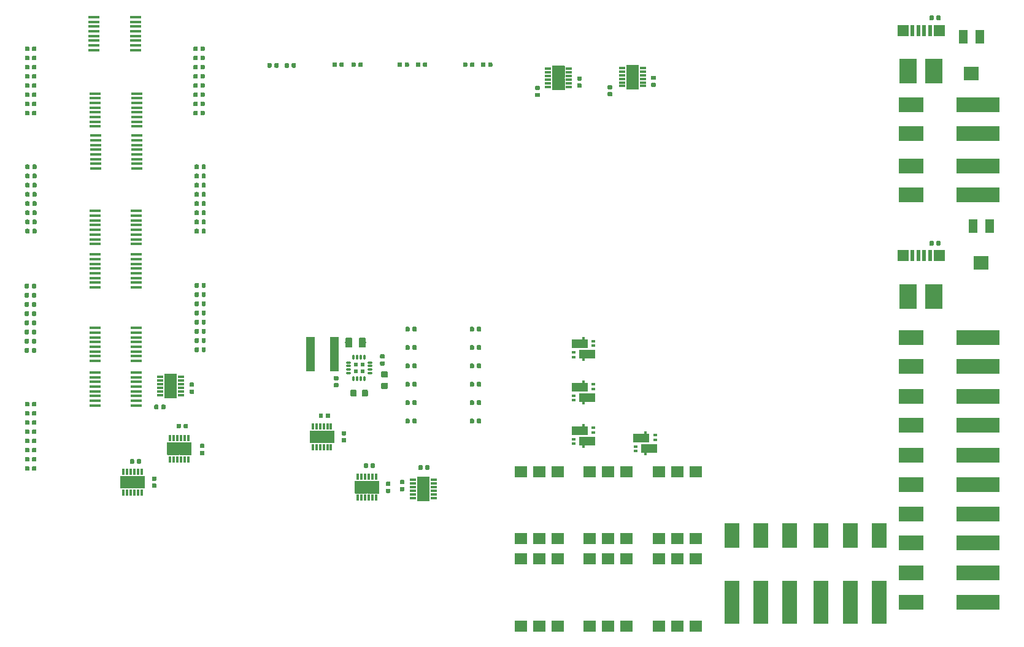
<source format=gbr>
G04 #@! TF.GenerationSoftware,KiCad,Pcbnew,5.0.2-bee76a0~70~ubuntu18.04.1*
G04 #@! TF.CreationDate,2020-03-05T16:19:56+01:00*
G04 #@! TF.ProjectId,myo_shield_pcb,6d796f5f-7368-4696-956c-645f7063622e,rev?*
G04 #@! TF.SameCoordinates,Original*
G04 #@! TF.FileFunction,Paste,Top*
G04 #@! TF.FilePolarity,Positive*
%FSLAX46Y46*%
G04 Gerber Fmt 4.6, Leading zero omitted, Abs format (unit mm)*
G04 Created by KiCad (PCBNEW 5.0.2-bee76a0~70~ubuntu18.04.1) date Do 05 Mär 2020 16:19:56 CET*
%MOMM*%
%LPD*%
G01*
G04 APERTURE LIST*
%ADD10C,0.025400*%
%ADD11C,0.100000*%
%ADD12C,0.590000*%
%ADD13R,1.803400X3.403600*%
%ADD14R,0.812800X0.304800*%
%ADD15R,0.304800X0.812800*%
%ADD16R,3.403600X1.803400*%
%ADD17R,3.500000X2.000000*%
%ADD18R,6.000000X2.000000*%
%ADD19R,2.225000X1.205000*%
%ADD20R,0.580000X0.400000*%
%ADD21R,0.430000X0.370000*%
%ADD22R,1.300000X1.900000*%
%ADD23R,2.000000X1.900000*%
%ADD24R,1.780000X1.520000*%
%ADD25R,2.000000X3.500000*%
%ADD26R,2.000000X6.000000*%
%ADD27R,1.570000X0.410000*%
%ADD28C,0.875000*%
%ADD29C,0.975000*%
%ADD30R,1.180000X4.700000*%
%ADD31O,0.750000X0.300000*%
%ADD32O,0.300000X0.750000*%
%ADD33R,0.540000X0.540000*%
%ADD34R,1.500000X1.600000*%
%ADD35R,0.500000X1.600000*%
%ADD36R,2.400000X3.480000*%
G04 APERTURE END LIST*
D10*
G04 #@! TO.C,U1*
G36*
X116526431Y-113426258D02*
X116526431Y-114928058D01*
X118129831Y-114928058D01*
X118129831Y-113426258D01*
X116526431Y-113426258D01*
G37*
X116526431Y-113426258D02*
X116526431Y-114928058D01*
X118129831Y-114928058D01*
X118129831Y-113426258D01*
X116526431Y-113426258D01*
G36*
X116526431Y-111724458D02*
X116526431Y-113226258D01*
X118129831Y-113226258D01*
X118129831Y-111724458D01*
X116526431Y-111724458D01*
G37*
X116526431Y-111724458D02*
X116526431Y-113226258D01*
X118129831Y-113226258D01*
X118129831Y-111724458D01*
X116526431Y-111724458D01*
G04 #@! TO.C,U2*
G36*
X111152652Y-112293861D02*
X109650852Y-112293861D01*
X109650852Y-113897261D01*
X111152652Y-113897261D01*
X111152652Y-112293861D01*
G37*
X111152652Y-112293861D02*
X109650852Y-112293861D01*
X109650852Y-113897261D01*
X111152652Y-113897261D01*
X111152652Y-112293861D01*
G36*
X109450852Y-112293861D02*
X107949052Y-112293861D01*
X107949052Y-113897261D01*
X109450852Y-113897261D01*
X109450852Y-112293861D01*
G37*
X109450852Y-112293861D02*
X107949052Y-112293861D01*
X107949052Y-113897261D01*
X109450852Y-113897261D01*
X109450852Y-112293861D01*
G04 #@! TO.C,U3*
G36*
X103255408Y-105314777D02*
X101753608Y-105314777D01*
X101753608Y-106918177D01*
X103255408Y-106918177D01*
X103255408Y-105314777D01*
G37*
X103255408Y-105314777D02*
X101753608Y-105314777D01*
X101753608Y-106918177D01*
X103255408Y-106918177D01*
X103255408Y-105314777D01*
G36*
X104957208Y-105314777D02*
X103455408Y-105314777D01*
X103455408Y-106918177D01*
X104957208Y-106918177D01*
X104957208Y-105314777D01*
G37*
X104957208Y-105314777D02*
X103455408Y-105314777D01*
X103455408Y-106918177D01*
X104957208Y-106918177D01*
X104957208Y-105314777D01*
G04 #@! TO.C,U4*
G36*
X85241800Y-106978300D02*
X83740000Y-106978300D01*
X83740000Y-108581700D01*
X85241800Y-108581700D01*
X85241800Y-106978300D01*
G37*
X85241800Y-106978300D02*
X83740000Y-106978300D01*
X83740000Y-108581700D01*
X85241800Y-108581700D01*
X85241800Y-106978300D01*
G36*
X83540000Y-106978300D02*
X82038200Y-106978300D01*
X82038200Y-108581700D01*
X83540000Y-108581700D01*
X83540000Y-106978300D01*
G37*
X83540000Y-106978300D02*
X82038200Y-106978300D01*
X82038200Y-108581700D01*
X83540000Y-108581700D01*
X83540000Y-106978300D01*
G04 #@! TO.C,U5*
G36*
X78815990Y-111587606D02*
X77314190Y-111587606D01*
X77314190Y-113191006D01*
X78815990Y-113191006D01*
X78815990Y-111587606D01*
G37*
X78815990Y-111587606D02*
X77314190Y-111587606D01*
X77314190Y-113191006D01*
X78815990Y-113191006D01*
X78815990Y-111587606D01*
G36*
X77114190Y-111587606D02*
X75612390Y-111587606D01*
X75612390Y-113191006D01*
X77114190Y-113191006D01*
X77114190Y-111587606D01*
G37*
X77114190Y-111587606D02*
X75612390Y-111587606D01*
X75612390Y-113191006D01*
X77114190Y-113191006D01*
X77114190Y-111587606D01*
G04 #@! TO.C,U6*
G36*
X83272394Y-98999190D02*
X83272394Y-97497390D01*
X81668994Y-97497390D01*
X81668994Y-98999190D01*
X83272394Y-98999190D01*
G37*
X83272394Y-98999190D02*
X83272394Y-97497390D01*
X81668994Y-97497390D01*
X81668994Y-98999190D01*
X83272394Y-98999190D01*
G36*
X83272394Y-100700990D02*
X83272394Y-99199190D01*
X81668994Y-99199190D01*
X81668994Y-100700990D01*
X83272394Y-100700990D01*
G37*
X83272394Y-100700990D02*
X83272394Y-99199190D01*
X81668994Y-99199190D01*
X81668994Y-100700990D01*
X83272394Y-100700990D01*
G04 #@! TO.C,U24*
G36*
X147001700Y-56300000D02*
X147001700Y-54798200D01*
X145398300Y-54798200D01*
X145398300Y-56300000D01*
X147001700Y-56300000D01*
G37*
X147001700Y-56300000D02*
X147001700Y-54798200D01*
X145398300Y-54798200D01*
X145398300Y-56300000D01*
X147001700Y-56300000D01*
G36*
X147001700Y-58001800D02*
X147001700Y-56500000D01*
X145398300Y-56500000D01*
X145398300Y-58001800D01*
X147001700Y-58001800D01*
G37*
X147001700Y-58001800D02*
X147001700Y-56500000D01*
X145398300Y-56500000D01*
X145398300Y-58001800D01*
X147001700Y-58001800D01*
G04 #@! TO.C,U25*
G36*
X136801700Y-58101800D02*
X136801700Y-56600000D01*
X135198300Y-56600000D01*
X135198300Y-58101800D01*
X136801700Y-58101800D01*
G37*
X136801700Y-58101800D02*
X136801700Y-56600000D01*
X135198300Y-56600000D01*
X135198300Y-58101800D01*
X136801700Y-58101800D01*
G36*
X136801700Y-56400000D02*
X136801700Y-54898200D01*
X135198300Y-54898200D01*
X135198300Y-56400000D01*
X136801700Y-56400000D01*
G37*
X136801700Y-56400000D02*
X136801700Y-54898200D01*
X135198300Y-54898200D01*
X135198300Y-56400000D01*
X136801700Y-56400000D01*
G04 #@! TD*
D11*
G04 #@! TO.C,C2*
G36*
X114616958Y-112085710D02*
X114631276Y-112087834D01*
X114645317Y-112091351D01*
X114658946Y-112096228D01*
X114672031Y-112102417D01*
X114684447Y-112109858D01*
X114696073Y-112118481D01*
X114706798Y-112128202D01*
X114716519Y-112138927D01*
X114725142Y-112150553D01*
X114732583Y-112162969D01*
X114738772Y-112176054D01*
X114743649Y-112189683D01*
X114747166Y-112203724D01*
X114749290Y-112218042D01*
X114750000Y-112232500D01*
X114750000Y-112527500D01*
X114749290Y-112541958D01*
X114747166Y-112556276D01*
X114743649Y-112570317D01*
X114738772Y-112583946D01*
X114732583Y-112597031D01*
X114725142Y-112609447D01*
X114716519Y-112621073D01*
X114706798Y-112631798D01*
X114696073Y-112641519D01*
X114684447Y-112650142D01*
X114672031Y-112657583D01*
X114658946Y-112663772D01*
X114645317Y-112668649D01*
X114631276Y-112672166D01*
X114616958Y-112674290D01*
X114602500Y-112675000D01*
X114257500Y-112675000D01*
X114243042Y-112674290D01*
X114228724Y-112672166D01*
X114214683Y-112668649D01*
X114201054Y-112663772D01*
X114187969Y-112657583D01*
X114175553Y-112650142D01*
X114163927Y-112641519D01*
X114153202Y-112631798D01*
X114143481Y-112621073D01*
X114134858Y-112609447D01*
X114127417Y-112597031D01*
X114121228Y-112583946D01*
X114116351Y-112570317D01*
X114112834Y-112556276D01*
X114110710Y-112541958D01*
X114110000Y-112527500D01*
X114110000Y-112232500D01*
X114110710Y-112218042D01*
X114112834Y-112203724D01*
X114116351Y-112189683D01*
X114121228Y-112176054D01*
X114127417Y-112162969D01*
X114134858Y-112150553D01*
X114143481Y-112138927D01*
X114153202Y-112128202D01*
X114163927Y-112118481D01*
X114175553Y-112109858D01*
X114187969Y-112102417D01*
X114201054Y-112096228D01*
X114214683Y-112091351D01*
X114228724Y-112087834D01*
X114243042Y-112085710D01*
X114257500Y-112085000D01*
X114602500Y-112085000D01*
X114616958Y-112085710D01*
X114616958Y-112085710D01*
G37*
D12*
X114430000Y-112380000D03*
D11*
G36*
X114616958Y-113055710D02*
X114631276Y-113057834D01*
X114645317Y-113061351D01*
X114658946Y-113066228D01*
X114672031Y-113072417D01*
X114684447Y-113079858D01*
X114696073Y-113088481D01*
X114706798Y-113098202D01*
X114716519Y-113108927D01*
X114725142Y-113120553D01*
X114732583Y-113132969D01*
X114738772Y-113146054D01*
X114743649Y-113159683D01*
X114747166Y-113173724D01*
X114749290Y-113188042D01*
X114750000Y-113202500D01*
X114750000Y-113497500D01*
X114749290Y-113511958D01*
X114747166Y-113526276D01*
X114743649Y-113540317D01*
X114738772Y-113553946D01*
X114732583Y-113567031D01*
X114725142Y-113579447D01*
X114716519Y-113591073D01*
X114706798Y-113601798D01*
X114696073Y-113611519D01*
X114684447Y-113620142D01*
X114672031Y-113627583D01*
X114658946Y-113633772D01*
X114645317Y-113638649D01*
X114631276Y-113642166D01*
X114616958Y-113644290D01*
X114602500Y-113645000D01*
X114257500Y-113645000D01*
X114243042Y-113644290D01*
X114228724Y-113642166D01*
X114214683Y-113638649D01*
X114201054Y-113633772D01*
X114187969Y-113627583D01*
X114175553Y-113620142D01*
X114163927Y-113611519D01*
X114153202Y-113601798D01*
X114143481Y-113591073D01*
X114134858Y-113579447D01*
X114127417Y-113567031D01*
X114121228Y-113553946D01*
X114116351Y-113540317D01*
X114112834Y-113526276D01*
X114110710Y-113511958D01*
X114110000Y-113497500D01*
X114110000Y-113202500D01*
X114110710Y-113188042D01*
X114112834Y-113173724D01*
X114116351Y-113159683D01*
X114121228Y-113146054D01*
X114127417Y-113132969D01*
X114134858Y-113120553D01*
X114143481Y-113108927D01*
X114153202Y-113098202D01*
X114163927Y-113088481D01*
X114175553Y-113079858D01*
X114187969Y-113072417D01*
X114201054Y-113066228D01*
X114214683Y-113061351D01*
X114228724Y-113057834D01*
X114243042Y-113055710D01*
X114257500Y-113055000D01*
X114602500Y-113055000D01*
X114616958Y-113055710D01*
X114616958Y-113055710D01*
G37*
D12*
X114430000Y-113350000D03*
G04 #@! TD*
D13*
G04 #@! TO.C,U1*
X117328131Y-113326258D03*
D14*
X118775931Y-112076258D03*
X118775931Y-112576258D03*
X118775931Y-113076258D03*
X118775931Y-113576258D03*
X118775931Y-114076258D03*
X118775931Y-114576258D03*
X115880331Y-114576258D03*
X115880331Y-114076258D03*
X115880331Y-113576258D03*
X115880331Y-113076258D03*
X115880331Y-112576258D03*
X115880331Y-112076258D03*
G04 #@! TD*
D11*
G04 #@! TO.C,C1*
G36*
X117106958Y-110045710D02*
X117121276Y-110047834D01*
X117135317Y-110051351D01*
X117148946Y-110056228D01*
X117162031Y-110062417D01*
X117174447Y-110069858D01*
X117186073Y-110078481D01*
X117196798Y-110088202D01*
X117206519Y-110098927D01*
X117215142Y-110110553D01*
X117222583Y-110122969D01*
X117228772Y-110136054D01*
X117233649Y-110149683D01*
X117237166Y-110163724D01*
X117239290Y-110178042D01*
X117240000Y-110192500D01*
X117240000Y-110537500D01*
X117239290Y-110551958D01*
X117237166Y-110566276D01*
X117233649Y-110580317D01*
X117228772Y-110593946D01*
X117222583Y-110607031D01*
X117215142Y-110619447D01*
X117206519Y-110631073D01*
X117196798Y-110641798D01*
X117186073Y-110651519D01*
X117174447Y-110660142D01*
X117162031Y-110667583D01*
X117148946Y-110673772D01*
X117135317Y-110678649D01*
X117121276Y-110682166D01*
X117106958Y-110684290D01*
X117092500Y-110685000D01*
X116797500Y-110685000D01*
X116783042Y-110684290D01*
X116768724Y-110682166D01*
X116754683Y-110678649D01*
X116741054Y-110673772D01*
X116727969Y-110667583D01*
X116715553Y-110660142D01*
X116703927Y-110651519D01*
X116693202Y-110641798D01*
X116683481Y-110631073D01*
X116674858Y-110619447D01*
X116667417Y-110607031D01*
X116661228Y-110593946D01*
X116656351Y-110580317D01*
X116652834Y-110566276D01*
X116650710Y-110551958D01*
X116650000Y-110537500D01*
X116650000Y-110192500D01*
X116650710Y-110178042D01*
X116652834Y-110163724D01*
X116656351Y-110149683D01*
X116661228Y-110136054D01*
X116667417Y-110122969D01*
X116674858Y-110110553D01*
X116683481Y-110098927D01*
X116693202Y-110088202D01*
X116703927Y-110078481D01*
X116715553Y-110069858D01*
X116727969Y-110062417D01*
X116741054Y-110056228D01*
X116754683Y-110051351D01*
X116768724Y-110047834D01*
X116783042Y-110045710D01*
X116797500Y-110045000D01*
X117092500Y-110045000D01*
X117106958Y-110045710D01*
X117106958Y-110045710D01*
G37*
D12*
X116945000Y-110365000D03*
D11*
G36*
X118076958Y-110045710D02*
X118091276Y-110047834D01*
X118105317Y-110051351D01*
X118118946Y-110056228D01*
X118132031Y-110062417D01*
X118144447Y-110069858D01*
X118156073Y-110078481D01*
X118166798Y-110088202D01*
X118176519Y-110098927D01*
X118185142Y-110110553D01*
X118192583Y-110122969D01*
X118198772Y-110136054D01*
X118203649Y-110149683D01*
X118207166Y-110163724D01*
X118209290Y-110178042D01*
X118210000Y-110192500D01*
X118210000Y-110537500D01*
X118209290Y-110551958D01*
X118207166Y-110566276D01*
X118203649Y-110580317D01*
X118198772Y-110593946D01*
X118192583Y-110607031D01*
X118185142Y-110619447D01*
X118176519Y-110631073D01*
X118166798Y-110641798D01*
X118156073Y-110651519D01*
X118144447Y-110660142D01*
X118132031Y-110667583D01*
X118118946Y-110673772D01*
X118105317Y-110678649D01*
X118091276Y-110682166D01*
X118076958Y-110684290D01*
X118062500Y-110685000D01*
X117767500Y-110685000D01*
X117753042Y-110684290D01*
X117738724Y-110682166D01*
X117724683Y-110678649D01*
X117711054Y-110673772D01*
X117697969Y-110667583D01*
X117685553Y-110660142D01*
X117673927Y-110651519D01*
X117663202Y-110641798D01*
X117653481Y-110631073D01*
X117644858Y-110619447D01*
X117637417Y-110607031D01*
X117631228Y-110593946D01*
X117626351Y-110580317D01*
X117622834Y-110566276D01*
X117620710Y-110551958D01*
X117620000Y-110537500D01*
X117620000Y-110192500D01*
X117620710Y-110178042D01*
X117622834Y-110163724D01*
X117626351Y-110149683D01*
X117631228Y-110136054D01*
X117637417Y-110122969D01*
X117644858Y-110110553D01*
X117653481Y-110098927D01*
X117663202Y-110088202D01*
X117673927Y-110078481D01*
X117685553Y-110069858D01*
X117697969Y-110062417D01*
X117711054Y-110056228D01*
X117724683Y-110051351D01*
X117738724Y-110047834D01*
X117753042Y-110045710D01*
X117767500Y-110045000D01*
X118062500Y-110045000D01*
X118076958Y-110045710D01*
X118076958Y-110045710D01*
G37*
D12*
X117915000Y-110365000D03*
G04 #@! TD*
D11*
G04 #@! TO.C,C3*
G36*
X85586958Y-99590710D02*
X85601276Y-99592834D01*
X85615317Y-99596351D01*
X85628946Y-99601228D01*
X85642031Y-99607417D01*
X85654447Y-99614858D01*
X85666073Y-99623481D01*
X85676798Y-99633202D01*
X85686519Y-99643927D01*
X85695142Y-99655553D01*
X85702583Y-99667969D01*
X85708772Y-99681054D01*
X85713649Y-99694683D01*
X85717166Y-99708724D01*
X85719290Y-99723042D01*
X85720000Y-99737500D01*
X85720000Y-100032500D01*
X85719290Y-100046958D01*
X85717166Y-100061276D01*
X85713649Y-100075317D01*
X85708772Y-100088946D01*
X85702583Y-100102031D01*
X85695142Y-100114447D01*
X85686519Y-100126073D01*
X85676798Y-100136798D01*
X85666073Y-100146519D01*
X85654447Y-100155142D01*
X85642031Y-100162583D01*
X85628946Y-100168772D01*
X85615317Y-100173649D01*
X85601276Y-100177166D01*
X85586958Y-100179290D01*
X85572500Y-100180000D01*
X85227500Y-100180000D01*
X85213042Y-100179290D01*
X85198724Y-100177166D01*
X85184683Y-100173649D01*
X85171054Y-100168772D01*
X85157969Y-100162583D01*
X85145553Y-100155142D01*
X85133927Y-100146519D01*
X85123202Y-100136798D01*
X85113481Y-100126073D01*
X85104858Y-100114447D01*
X85097417Y-100102031D01*
X85091228Y-100088946D01*
X85086351Y-100075317D01*
X85082834Y-100061276D01*
X85080710Y-100046958D01*
X85080000Y-100032500D01*
X85080000Y-99737500D01*
X85080710Y-99723042D01*
X85082834Y-99708724D01*
X85086351Y-99694683D01*
X85091228Y-99681054D01*
X85097417Y-99667969D01*
X85104858Y-99655553D01*
X85113481Y-99643927D01*
X85123202Y-99633202D01*
X85133927Y-99623481D01*
X85145553Y-99614858D01*
X85157969Y-99607417D01*
X85171054Y-99601228D01*
X85184683Y-99596351D01*
X85198724Y-99592834D01*
X85213042Y-99590710D01*
X85227500Y-99590000D01*
X85572500Y-99590000D01*
X85586958Y-99590710D01*
X85586958Y-99590710D01*
G37*
D12*
X85400000Y-99885000D03*
D11*
G36*
X85586958Y-98620710D02*
X85601276Y-98622834D01*
X85615317Y-98626351D01*
X85628946Y-98631228D01*
X85642031Y-98637417D01*
X85654447Y-98644858D01*
X85666073Y-98653481D01*
X85676798Y-98663202D01*
X85686519Y-98673927D01*
X85695142Y-98685553D01*
X85702583Y-98697969D01*
X85708772Y-98711054D01*
X85713649Y-98724683D01*
X85717166Y-98738724D01*
X85719290Y-98753042D01*
X85720000Y-98767500D01*
X85720000Y-99062500D01*
X85719290Y-99076958D01*
X85717166Y-99091276D01*
X85713649Y-99105317D01*
X85708772Y-99118946D01*
X85702583Y-99132031D01*
X85695142Y-99144447D01*
X85686519Y-99156073D01*
X85676798Y-99166798D01*
X85666073Y-99176519D01*
X85654447Y-99185142D01*
X85642031Y-99192583D01*
X85628946Y-99198772D01*
X85615317Y-99203649D01*
X85601276Y-99207166D01*
X85586958Y-99209290D01*
X85572500Y-99210000D01*
X85227500Y-99210000D01*
X85213042Y-99209290D01*
X85198724Y-99207166D01*
X85184683Y-99203649D01*
X85171054Y-99198772D01*
X85157969Y-99192583D01*
X85145553Y-99185142D01*
X85133927Y-99176519D01*
X85123202Y-99166798D01*
X85113481Y-99156073D01*
X85104858Y-99144447D01*
X85097417Y-99132031D01*
X85091228Y-99118946D01*
X85086351Y-99105317D01*
X85082834Y-99091276D01*
X85080710Y-99076958D01*
X85080000Y-99062500D01*
X85080000Y-98767500D01*
X85080710Y-98753042D01*
X85082834Y-98738724D01*
X85086351Y-98724683D01*
X85091228Y-98711054D01*
X85097417Y-98697969D01*
X85104858Y-98685553D01*
X85113481Y-98673927D01*
X85123202Y-98663202D01*
X85133927Y-98653481D01*
X85145553Y-98644858D01*
X85157969Y-98637417D01*
X85171054Y-98631228D01*
X85184683Y-98626351D01*
X85198724Y-98622834D01*
X85213042Y-98620710D01*
X85227500Y-98620000D01*
X85572500Y-98620000D01*
X85586958Y-98620710D01*
X85586958Y-98620710D01*
G37*
D12*
X85400000Y-98915000D03*
G04 #@! TD*
D11*
G04 #@! TO.C,C4*
G36*
X80676958Y-101680710D02*
X80691276Y-101682834D01*
X80705317Y-101686351D01*
X80718946Y-101691228D01*
X80732031Y-101697417D01*
X80744447Y-101704858D01*
X80756073Y-101713481D01*
X80766798Y-101723202D01*
X80776519Y-101733927D01*
X80785142Y-101745553D01*
X80792583Y-101757969D01*
X80798772Y-101771054D01*
X80803649Y-101784683D01*
X80807166Y-101798724D01*
X80809290Y-101813042D01*
X80810000Y-101827500D01*
X80810000Y-102172500D01*
X80809290Y-102186958D01*
X80807166Y-102201276D01*
X80803649Y-102215317D01*
X80798772Y-102228946D01*
X80792583Y-102242031D01*
X80785142Y-102254447D01*
X80776519Y-102266073D01*
X80766798Y-102276798D01*
X80756073Y-102286519D01*
X80744447Y-102295142D01*
X80732031Y-102302583D01*
X80718946Y-102308772D01*
X80705317Y-102313649D01*
X80691276Y-102317166D01*
X80676958Y-102319290D01*
X80662500Y-102320000D01*
X80367500Y-102320000D01*
X80353042Y-102319290D01*
X80338724Y-102317166D01*
X80324683Y-102313649D01*
X80311054Y-102308772D01*
X80297969Y-102302583D01*
X80285553Y-102295142D01*
X80273927Y-102286519D01*
X80263202Y-102276798D01*
X80253481Y-102266073D01*
X80244858Y-102254447D01*
X80237417Y-102242031D01*
X80231228Y-102228946D01*
X80226351Y-102215317D01*
X80222834Y-102201276D01*
X80220710Y-102186958D01*
X80220000Y-102172500D01*
X80220000Y-101827500D01*
X80220710Y-101813042D01*
X80222834Y-101798724D01*
X80226351Y-101784683D01*
X80231228Y-101771054D01*
X80237417Y-101757969D01*
X80244858Y-101745553D01*
X80253481Y-101733927D01*
X80263202Y-101723202D01*
X80273927Y-101713481D01*
X80285553Y-101704858D01*
X80297969Y-101697417D01*
X80311054Y-101691228D01*
X80324683Y-101686351D01*
X80338724Y-101682834D01*
X80353042Y-101680710D01*
X80367500Y-101680000D01*
X80662500Y-101680000D01*
X80676958Y-101680710D01*
X80676958Y-101680710D01*
G37*
D12*
X80515000Y-102000000D03*
D11*
G36*
X81646958Y-101680710D02*
X81661276Y-101682834D01*
X81675317Y-101686351D01*
X81688946Y-101691228D01*
X81702031Y-101697417D01*
X81714447Y-101704858D01*
X81726073Y-101713481D01*
X81736798Y-101723202D01*
X81746519Y-101733927D01*
X81755142Y-101745553D01*
X81762583Y-101757969D01*
X81768772Y-101771054D01*
X81773649Y-101784683D01*
X81777166Y-101798724D01*
X81779290Y-101813042D01*
X81780000Y-101827500D01*
X81780000Y-102172500D01*
X81779290Y-102186958D01*
X81777166Y-102201276D01*
X81773649Y-102215317D01*
X81768772Y-102228946D01*
X81762583Y-102242031D01*
X81755142Y-102254447D01*
X81746519Y-102266073D01*
X81736798Y-102276798D01*
X81726073Y-102286519D01*
X81714447Y-102295142D01*
X81702031Y-102302583D01*
X81688946Y-102308772D01*
X81675317Y-102313649D01*
X81661276Y-102317166D01*
X81646958Y-102319290D01*
X81632500Y-102320000D01*
X81337500Y-102320000D01*
X81323042Y-102319290D01*
X81308724Y-102317166D01*
X81294683Y-102313649D01*
X81281054Y-102308772D01*
X81267969Y-102302583D01*
X81255553Y-102295142D01*
X81243927Y-102286519D01*
X81233202Y-102276798D01*
X81223481Y-102266073D01*
X81214858Y-102254447D01*
X81207417Y-102242031D01*
X81201228Y-102228946D01*
X81196351Y-102215317D01*
X81192834Y-102201276D01*
X81190710Y-102186958D01*
X81190000Y-102172500D01*
X81190000Y-101827500D01*
X81190710Y-101813042D01*
X81192834Y-101798724D01*
X81196351Y-101784683D01*
X81201228Y-101771054D01*
X81207417Y-101757969D01*
X81214858Y-101745553D01*
X81223481Y-101733927D01*
X81233202Y-101723202D01*
X81243927Y-101713481D01*
X81255553Y-101704858D01*
X81267969Y-101697417D01*
X81281054Y-101691228D01*
X81294683Y-101686351D01*
X81308724Y-101682834D01*
X81323042Y-101680710D01*
X81337500Y-101680000D01*
X81632500Y-101680000D01*
X81646958Y-101680710D01*
X81646958Y-101680710D01*
G37*
D12*
X81485000Y-102000000D03*
G04 #@! TD*
D11*
G04 #@! TO.C,C5*
G36*
X106576958Y-105337187D02*
X106591276Y-105339311D01*
X106605317Y-105342828D01*
X106618946Y-105347705D01*
X106632031Y-105353894D01*
X106644447Y-105361335D01*
X106656073Y-105369958D01*
X106666798Y-105379679D01*
X106676519Y-105390404D01*
X106685142Y-105402030D01*
X106692583Y-105414446D01*
X106698772Y-105427531D01*
X106703649Y-105441160D01*
X106707166Y-105455201D01*
X106709290Y-105469519D01*
X106710000Y-105483977D01*
X106710000Y-105778977D01*
X106709290Y-105793435D01*
X106707166Y-105807753D01*
X106703649Y-105821794D01*
X106698772Y-105835423D01*
X106692583Y-105848508D01*
X106685142Y-105860924D01*
X106676519Y-105872550D01*
X106666798Y-105883275D01*
X106656073Y-105892996D01*
X106644447Y-105901619D01*
X106632031Y-105909060D01*
X106618946Y-105915249D01*
X106605317Y-105920126D01*
X106591276Y-105923643D01*
X106576958Y-105925767D01*
X106562500Y-105926477D01*
X106217500Y-105926477D01*
X106203042Y-105925767D01*
X106188724Y-105923643D01*
X106174683Y-105920126D01*
X106161054Y-105915249D01*
X106147969Y-105909060D01*
X106135553Y-105901619D01*
X106123927Y-105892996D01*
X106113202Y-105883275D01*
X106103481Y-105872550D01*
X106094858Y-105860924D01*
X106087417Y-105848508D01*
X106081228Y-105835423D01*
X106076351Y-105821794D01*
X106072834Y-105807753D01*
X106070710Y-105793435D01*
X106070000Y-105778977D01*
X106070000Y-105483977D01*
X106070710Y-105469519D01*
X106072834Y-105455201D01*
X106076351Y-105441160D01*
X106081228Y-105427531D01*
X106087417Y-105414446D01*
X106094858Y-105402030D01*
X106103481Y-105390404D01*
X106113202Y-105379679D01*
X106123927Y-105369958D01*
X106135553Y-105361335D01*
X106147969Y-105353894D01*
X106161054Y-105347705D01*
X106174683Y-105342828D01*
X106188724Y-105339311D01*
X106203042Y-105337187D01*
X106217500Y-105336477D01*
X106562500Y-105336477D01*
X106576958Y-105337187D01*
X106576958Y-105337187D01*
G37*
D12*
X106390000Y-105631477D03*
D11*
G36*
X106576958Y-106307187D02*
X106591276Y-106309311D01*
X106605317Y-106312828D01*
X106618946Y-106317705D01*
X106632031Y-106323894D01*
X106644447Y-106331335D01*
X106656073Y-106339958D01*
X106666798Y-106349679D01*
X106676519Y-106360404D01*
X106685142Y-106372030D01*
X106692583Y-106384446D01*
X106698772Y-106397531D01*
X106703649Y-106411160D01*
X106707166Y-106425201D01*
X106709290Y-106439519D01*
X106710000Y-106453977D01*
X106710000Y-106748977D01*
X106709290Y-106763435D01*
X106707166Y-106777753D01*
X106703649Y-106791794D01*
X106698772Y-106805423D01*
X106692583Y-106818508D01*
X106685142Y-106830924D01*
X106676519Y-106842550D01*
X106666798Y-106853275D01*
X106656073Y-106862996D01*
X106644447Y-106871619D01*
X106632031Y-106879060D01*
X106618946Y-106885249D01*
X106605317Y-106890126D01*
X106591276Y-106893643D01*
X106576958Y-106895767D01*
X106562500Y-106896477D01*
X106217500Y-106896477D01*
X106203042Y-106895767D01*
X106188724Y-106893643D01*
X106174683Y-106890126D01*
X106161054Y-106885249D01*
X106147969Y-106879060D01*
X106135553Y-106871619D01*
X106123927Y-106862996D01*
X106113202Y-106853275D01*
X106103481Y-106842550D01*
X106094858Y-106830924D01*
X106087417Y-106818508D01*
X106081228Y-106805423D01*
X106076351Y-106791794D01*
X106072834Y-106777753D01*
X106070710Y-106763435D01*
X106070000Y-106748977D01*
X106070000Y-106453977D01*
X106070710Y-106439519D01*
X106072834Y-106425201D01*
X106076351Y-106411160D01*
X106081228Y-106397531D01*
X106087417Y-106384446D01*
X106094858Y-106372030D01*
X106103481Y-106360404D01*
X106113202Y-106349679D01*
X106123927Y-106339958D01*
X106135553Y-106331335D01*
X106147969Y-106323894D01*
X106161054Y-106317705D01*
X106174683Y-106312828D01*
X106188724Y-106309311D01*
X106203042Y-106307187D01*
X106217500Y-106306477D01*
X106562500Y-106306477D01*
X106576958Y-106307187D01*
X106576958Y-106307187D01*
G37*
D12*
X106390000Y-106601477D03*
G04 #@! TD*
D11*
G04 #@! TO.C,C6*
G36*
X103376958Y-102880710D02*
X103391276Y-102882834D01*
X103405317Y-102886351D01*
X103418946Y-102891228D01*
X103432031Y-102897417D01*
X103444447Y-102904858D01*
X103456073Y-102913481D01*
X103466798Y-102923202D01*
X103476519Y-102933927D01*
X103485142Y-102945553D01*
X103492583Y-102957969D01*
X103498772Y-102971054D01*
X103503649Y-102984683D01*
X103507166Y-102998724D01*
X103509290Y-103013042D01*
X103510000Y-103027500D01*
X103510000Y-103372500D01*
X103509290Y-103386958D01*
X103507166Y-103401276D01*
X103503649Y-103415317D01*
X103498772Y-103428946D01*
X103492583Y-103442031D01*
X103485142Y-103454447D01*
X103476519Y-103466073D01*
X103466798Y-103476798D01*
X103456073Y-103486519D01*
X103444447Y-103495142D01*
X103432031Y-103502583D01*
X103418946Y-103508772D01*
X103405317Y-103513649D01*
X103391276Y-103517166D01*
X103376958Y-103519290D01*
X103362500Y-103520000D01*
X103067500Y-103520000D01*
X103053042Y-103519290D01*
X103038724Y-103517166D01*
X103024683Y-103513649D01*
X103011054Y-103508772D01*
X102997969Y-103502583D01*
X102985553Y-103495142D01*
X102973927Y-103486519D01*
X102963202Y-103476798D01*
X102953481Y-103466073D01*
X102944858Y-103454447D01*
X102937417Y-103442031D01*
X102931228Y-103428946D01*
X102926351Y-103415317D01*
X102922834Y-103401276D01*
X102920710Y-103386958D01*
X102920000Y-103372500D01*
X102920000Y-103027500D01*
X102920710Y-103013042D01*
X102922834Y-102998724D01*
X102926351Y-102984683D01*
X102931228Y-102971054D01*
X102937417Y-102957969D01*
X102944858Y-102945553D01*
X102953481Y-102933927D01*
X102963202Y-102923202D01*
X102973927Y-102913481D01*
X102985553Y-102904858D01*
X102997969Y-102897417D01*
X103011054Y-102891228D01*
X103024683Y-102886351D01*
X103038724Y-102882834D01*
X103053042Y-102880710D01*
X103067500Y-102880000D01*
X103362500Y-102880000D01*
X103376958Y-102880710D01*
X103376958Y-102880710D01*
G37*
D12*
X103215000Y-103200000D03*
D11*
G36*
X104346958Y-102880710D02*
X104361276Y-102882834D01*
X104375317Y-102886351D01*
X104388946Y-102891228D01*
X104402031Y-102897417D01*
X104414447Y-102904858D01*
X104426073Y-102913481D01*
X104436798Y-102923202D01*
X104446519Y-102933927D01*
X104455142Y-102945553D01*
X104462583Y-102957969D01*
X104468772Y-102971054D01*
X104473649Y-102984683D01*
X104477166Y-102998724D01*
X104479290Y-103013042D01*
X104480000Y-103027500D01*
X104480000Y-103372500D01*
X104479290Y-103386958D01*
X104477166Y-103401276D01*
X104473649Y-103415317D01*
X104468772Y-103428946D01*
X104462583Y-103442031D01*
X104455142Y-103454447D01*
X104446519Y-103466073D01*
X104436798Y-103476798D01*
X104426073Y-103486519D01*
X104414447Y-103495142D01*
X104402031Y-103502583D01*
X104388946Y-103508772D01*
X104375317Y-103513649D01*
X104361276Y-103517166D01*
X104346958Y-103519290D01*
X104332500Y-103520000D01*
X104037500Y-103520000D01*
X104023042Y-103519290D01*
X104008724Y-103517166D01*
X103994683Y-103513649D01*
X103981054Y-103508772D01*
X103967969Y-103502583D01*
X103955553Y-103495142D01*
X103943927Y-103486519D01*
X103933202Y-103476798D01*
X103923481Y-103466073D01*
X103914858Y-103454447D01*
X103907417Y-103442031D01*
X103901228Y-103428946D01*
X103896351Y-103415317D01*
X103892834Y-103401276D01*
X103890710Y-103386958D01*
X103890000Y-103372500D01*
X103890000Y-103027500D01*
X103890710Y-103013042D01*
X103892834Y-102998724D01*
X103896351Y-102984683D01*
X103901228Y-102971054D01*
X103907417Y-102957969D01*
X103914858Y-102945553D01*
X103923481Y-102933927D01*
X103933202Y-102923202D01*
X103943927Y-102913481D01*
X103955553Y-102904858D01*
X103967969Y-102897417D01*
X103981054Y-102891228D01*
X103994683Y-102886351D01*
X104008724Y-102882834D01*
X104023042Y-102880710D01*
X104037500Y-102880000D01*
X104332500Y-102880000D01*
X104346958Y-102880710D01*
X104346958Y-102880710D01*
G37*
D12*
X104185000Y-103200000D03*
G04 #@! TD*
D11*
G04 #@! TO.C,C7*
G36*
X80401148Y-112580016D02*
X80415466Y-112582140D01*
X80429507Y-112585657D01*
X80443136Y-112590534D01*
X80456221Y-112596723D01*
X80468637Y-112604164D01*
X80480263Y-112612787D01*
X80490988Y-112622508D01*
X80500709Y-112633233D01*
X80509332Y-112644859D01*
X80516773Y-112657275D01*
X80522962Y-112670360D01*
X80527839Y-112683989D01*
X80531356Y-112698030D01*
X80533480Y-112712348D01*
X80534190Y-112726806D01*
X80534190Y-113021806D01*
X80533480Y-113036264D01*
X80531356Y-113050582D01*
X80527839Y-113064623D01*
X80522962Y-113078252D01*
X80516773Y-113091337D01*
X80509332Y-113103753D01*
X80500709Y-113115379D01*
X80490988Y-113126104D01*
X80480263Y-113135825D01*
X80468637Y-113144448D01*
X80456221Y-113151889D01*
X80443136Y-113158078D01*
X80429507Y-113162955D01*
X80415466Y-113166472D01*
X80401148Y-113168596D01*
X80386690Y-113169306D01*
X80041690Y-113169306D01*
X80027232Y-113168596D01*
X80012914Y-113166472D01*
X79998873Y-113162955D01*
X79985244Y-113158078D01*
X79972159Y-113151889D01*
X79959743Y-113144448D01*
X79948117Y-113135825D01*
X79937392Y-113126104D01*
X79927671Y-113115379D01*
X79919048Y-113103753D01*
X79911607Y-113091337D01*
X79905418Y-113078252D01*
X79900541Y-113064623D01*
X79897024Y-113050582D01*
X79894900Y-113036264D01*
X79894190Y-113021806D01*
X79894190Y-112726806D01*
X79894900Y-112712348D01*
X79897024Y-112698030D01*
X79900541Y-112683989D01*
X79905418Y-112670360D01*
X79911607Y-112657275D01*
X79919048Y-112644859D01*
X79927671Y-112633233D01*
X79937392Y-112622508D01*
X79948117Y-112612787D01*
X79959743Y-112604164D01*
X79972159Y-112596723D01*
X79985244Y-112590534D01*
X79998873Y-112585657D01*
X80012914Y-112582140D01*
X80027232Y-112580016D01*
X80041690Y-112579306D01*
X80386690Y-112579306D01*
X80401148Y-112580016D01*
X80401148Y-112580016D01*
G37*
D12*
X80214190Y-112874306D03*
D11*
G36*
X80401148Y-111610016D02*
X80415466Y-111612140D01*
X80429507Y-111615657D01*
X80443136Y-111620534D01*
X80456221Y-111626723D01*
X80468637Y-111634164D01*
X80480263Y-111642787D01*
X80490988Y-111652508D01*
X80500709Y-111663233D01*
X80509332Y-111674859D01*
X80516773Y-111687275D01*
X80522962Y-111700360D01*
X80527839Y-111713989D01*
X80531356Y-111728030D01*
X80533480Y-111742348D01*
X80534190Y-111756806D01*
X80534190Y-112051806D01*
X80533480Y-112066264D01*
X80531356Y-112080582D01*
X80527839Y-112094623D01*
X80522962Y-112108252D01*
X80516773Y-112121337D01*
X80509332Y-112133753D01*
X80500709Y-112145379D01*
X80490988Y-112156104D01*
X80480263Y-112165825D01*
X80468637Y-112174448D01*
X80456221Y-112181889D01*
X80443136Y-112188078D01*
X80429507Y-112192955D01*
X80415466Y-112196472D01*
X80401148Y-112198596D01*
X80386690Y-112199306D01*
X80041690Y-112199306D01*
X80027232Y-112198596D01*
X80012914Y-112196472D01*
X79998873Y-112192955D01*
X79985244Y-112188078D01*
X79972159Y-112181889D01*
X79959743Y-112174448D01*
X79948117Y-112165825D01*
X79937392Y-112156104D01*
X79927671Y-112145379D01*
X79919048Y-112133753D01*
X79911607Y-112121337D01*
X79905418Y-112108252D01*
X79900541Y-112094623D01*
X79897024Y-112080582D01*
X79894900Y-112066264D01*
X79894190Y-112051806D01*
X79894190Y-111756806D01*
X79894900Y-111742348D01*
X79897024Y-111728030D01*
X79900541Y-111713989D01*
X79905418Y-111700360D01*
X79911607Y-111687275D01*
X79919048Y-111674859D01*
X79927671Y-111663233D01*
X79937392Y-111652508D01*
X79948117Y-111642787D01*
X79959743Y-111634164D01*
X79972159Y-111626723D01*
X79985244Y-111620534D01*
X79998873Y-111615657D01*
X80012914Y-111612140D01*
X80027232Y-111610016D01*
X80041690Y-111609306D01*
X80386690Y-111609306D01*
X80401148Y-111610016D01*
X80401148Y-111610016D01*
G37*
D12*
X80214190Y-111904306D03*
G04 #@! TD*
D11*
G04 #@! TO.C,C8*
G36*
X78276958Y-109200710D02*
X78291276Y-109202834D01*
X78305317Y-109206351D01*
X78318946Y-109211228D01*
X78332031Y-109217417D01*
X78344447Y-109224858D01*
X78356073Y-109233481D01*
X78366798Y-109243202D01*
X78376519Y-109253927D01*
X78385142Y-109265553D01*
X78392583Y-109277969D01*
X78398772Y-109291054D01*
X78403649Y-109304683D01*
X78407166Y-109318724D01*
X78409290Y-109333042D01*
X78410000Y-109347500D01*
X78410000Y-109692500D01*
X78409290Y-109706958D01*
X78407166Y-109721276D01*
X78403649Y-109735317D01*
X78398772Y-109748946D01*
X78392583Y-109762031D01*
X78385142Y-109774447D01*
X78376519Y-109786073D01*
X78366798Y-109796798D01*
X78356073Y-109806519D01*
X78344447Y-109815142D01*
X78332031Y-109822583D01*
X78318946Y-109828772D01*
X78305317Y-109833649D01*
X78291276Y-109837166D01*
X78276958Y-109839290D01*
X78262500Y-109840000D01*
X77967500Y-109840000D01*
X77953042Y-109839290D01*
X77938724Y-109837166D01*
X77924683Y-109833649D01*
X77911054Y-109828772D01*
X77897969Y-109822583D01*
X77885553Y-109815142D01*
X77873927Y-109806519D01*
X77863202Y-109796798D01*
X77853481Y-109786073D01*
X77844858Y-109774447D01*
X77837417Y-109762031D01*
X77831228Y-109748946D01*
X77826351Y-109735317D01*
X77822834Y-109721276D01*
X77820710Y-109706958D01*
X77820000Y-109692500D01*
X77820000Y-109347500D01*
X77820710Y-109333042D01*
X77822834Y-109318724D01*
X77826351Y-109304683D01*
X77831228Y-109291054D01*
X77837417Y-109277969D01*
X77844858Y-109265553D01*
X77853481Y-109253927D01*
X77863202Y-109243202D01*
X77873927Y-109233481D01*
X77885553Y-109224858D01*
X77897969Y-109217417D01*
X77911054Y-109211228D01*
X77924683Y-109206351D01*
X77938724Y-109202834D01*
X77953042Y-109200710D01*
X77967500Y-109200000D01*
X78262500Y-109200000D01*
X78276958Y-109200710D01*
X78276958Y-109200710D01*
G37*
D12*
X78115000Y-109520000D03*
D11*
G36*
X77306958Y-109200710D02*
X77321276Y-109202834D01*
X77335317Y-109206351D01*
X77348946Y-109211228D01*
X77362031Y-109217417D01*
X77374447Y-109224858D01*
X77386073Y-109233481D01*
X77396798Y-109243202D01*
X77406519Y-109253927D01*
X77415142Y-109265553D01*
X77422583Y-109277969D01*
X77428772Y-109291054D01*
X77433649Y-109304683D01*
X77437166Y-109318724D01*
X77439290Y-109333042D01*
X77440000Y-109347500D01*
X77440000Y-109692500D01*
X77439290Y-109706958D01*
X77437166Y-109721276D01*
X77433649Y-109735317D01*
X77428772Y-109748946D01*
X77422583Y-109762031D01*
X77415142Y-109774447D01*
X77406519Y-109786073D01*
X77396798Y-109796798D01*
X77386073Y-109806519D01*
X77374447Y-109815142D01*
X77362031Y-109822583D01*
X77348946Y-109828772D01*
X77335317Y-109833649D01*
X77321276Y-109837166D01*
X77306958Y-109839290D01*
X77292500Y-109840000D01*
X76997500Y-109840000D01*
X76983042Y-109839290D01*
X76968724Y-109837166D01*
X76954683Y-109833649D01*
X76941054Y-109828772D01*
X76927969Y-109822583D01*
X76915553Y-109815142D01*
X76903927Y-109806519D01*
X76893202Y-109796798D01*
X76883481Y-109786073D01*
X76874858Y-109774447D01*
X76867417Y-109762031D01*
X76861228Y-109748946D01*
X76856351Y-109735317D01*
X76852834Y-109721276D01*
X76850710Y-109706958D01*
X76850000Y-109692500D01*
X76850000Y-109347500D01*
X76850710Y-109333042D01*
X76852834Y-109318724D01*
X76856351Y-109304683D01*
X76861228Y-109291054D01*
X76867417Y-109277969D01*
X76874858Y-109265553D01*
X76883481Y-109253927D01*
X76893202Y-109243202D01*
X76903927Y-109233481D01*
X76915553Y-109224858D01*
X76927969Y-109217417D01*
X76941054Y-109211228D01*
X76954683Y-109206351D01*
X76968724Y-109202834D01*
X76983042Y-109200710D01*
X76997500Y-109200000D01*
X77292500Y-109200000D01*
X77306958Y-109200710D01*
X77306958Y-109200710D01*
G37*
D12*
X77145000Y-109520000D03*
G04 #@! TD*
D11*
G04 #@! TO.C,C9*
G36*
X112686958Y-112320710D02*
X112701276Y-112322834D01*
X112715317Y-112326351D01*
X112728946Y-112331228D01*
X112742031Y-112337417D01*
X112754447Y-112344858D01*
X112766073Y-112353481D01*
X112776798Y-112363202D01*
X112786519Y-112373927D01*
X112795142Y-112385553D01*
X112802583Y-112397969D01*
X112808772Y-112411054D01*
X112813649Y-112424683D01*
X112817166Y-112438724D01*
X112819290Y-112453042D01*
X112820000Y-112467500D01*
X112820000Y-112762500D01*
X112819290Y-112776958D01*
X112817166Y-112791276D01*
X112813649Y-112805317D01*
X112808772Y-112818946D01*
X112802583Y-112832031D01*
X112795142Y-112844447D01*
X112786519Y-112856073D01*
X112776798Y-112866798D01*
X112766073Y-112876519D01*
X112754447Y-112885142D01*
X112742031Y-112892583D01*
X112728946Y-112898772D01*
X112715317Y-112903649D01*
X112701276Y-112907166D01*
X112686958Y-112909290D01*
X112672500Y-112910000D01*
X112327500Y-112910000D01*
X112313042Y-112909290D01*
X112298724Y-112907166D01*
X112284683Y-112903649D01*
X112271054Y-112898772D01*
X112257969Y-112892583D01*
X112245553Y-112885142D01*
X112233927Y-112876519D01*
X112223202Y-112866798D01*
X112213481Y-112856073D01*
X112204858Y-112844447D01*
X112197417Y-112832031D01*
X112191228Y-112818946D01*
X112186351Y-112805317D01*
X112182834Y-112791276D01*
X112180710Y-112776958D01*
X112180000Y-112762500D01*
X112180000Y-112467500D01*
X112180710Y-112453042D01*
X112182834Y-112438724D01*
X112186351Y-112424683D01*
X112191228Y-112411054D01*
X112197417Y-112397969D01*
X112204858Y-112385553D01*
X112213481Y-112373927D01*
X112223202Y-112363202D01*
X112233927Y-112353481D01*
X112245553Y-112344858D01*
X112257969Y-112337417D01*
X112271054Y-112331228D01*
X112284683Y-112326351D01*
X112298724Y-112322834D01*
X112313042Y-112320710D01*
X112327500Y-112320000D01*
X112672500Y-112320000D01*
X112686958Y-112320710D01*
X112686958Y-112320710D01*
G37*
D12*
X112500000Y-112615000D03*
D11*
G36*
X112686958Y-113290710D02*
X112701276Y-113292834D01*
X112715317Y-113296351D01*
X112728946Y-113301228D01*
X112742031Y-113307417D01*
X112754447Y-113314858D01*
X112766073Y-113323481D01*
X112776798Y-113333202D01*
X112786519Y-113343927D01*
X112795142Y-113355553D01*
X112802583Y-113367969D01*
X112808772Y-113381054D01*
X112813649Y-113394683D01*
X112817166Y-113408724D01*
X112819290Y-113423042D01*
X112820000Y-113437500D01*
X112820000Y-113732500D01*
X112819290Y-113746958D01*
X112817166Y-113761276D01*
X112813649Y-113775317D01*
X112808772Y-113788946D01*
X112802583Y-113802031D01*
X112795142Y-113814447D01*
X112786519Y-113826073D01*
X112776798Y-113836798D01*
X112766073Y-113846519D01*
X112754447Y-113855142D01*
X112742031Y-113862583D01*
X112728946Y-113868772D01*
X112715317Y-113873649D01*
X112701276Y-113877166D01*
X112686958Y-113879290D01*
X112672500Y-113880000D01*
X112327500Y-113880000D01*
X112313042Y-113879290D01*
X112298724Y-113877166D01*
X112284683Y-113873649D01*
X112271054Y-113868772D01*
X112257969Y-113862583D01*
X112245553Y-113855142D01*
X112233927Y-113846519D01*
X112223202Y-113836798D01*
X112213481Y-113826073D01*
X112204858Y-113814447D01*
X112197417Y-113802031D01*
X112191228Y-113788946D01*
X112186351Y-113775317D01*
X112182834Y-113761276D01*
X112180710Y-113746958D01*
X112180000Y-113732500D01*
X112180000Y-113437500D01*
X112180710Y-113423042D01*
X112182834Y-113408724D01*
X112186351Y-113394683D01*
X112191228Y-113381054D01*
X112197417Y-113367969D01*
X112204858Y-113355553D01*
X112213481Y-113343927D01*
X112223202Y-113333202D01*
X112233927Y-113323481D01*
X112245553Y-113314858D01*
X112257969Y-113307417D01*
X112271054Y-113301228D01*
X112284683Y-113296351D01*
X112298724Y-113292834D01*
X112313042Y-113290710D01*
X112327500Y-113290000D01*
X112672500Y-113290000D01*
X112686958Y-113290710D01*
X112686958Y-113290710D01*
G37*
D12*
X112500000Y-113585000D03*
G04 #@! TD*
D11*
G04 #@! TO.C,C10*
G36*
X109576958Y-109780710D02*
X109591276Y-109782834D01*
X109605317Y-109786351D01*
X109618946Y-109791228D01*
X109632031Y-109797417D01*
X109644447Y-109804858D01*
X109656073Y-109813481D01*
X109666798Y-109823202D01*
X109676519Y-109833927D01*
X109685142Y-109845553D01*
X109692583Y-109857969D01*
X109698772Y-109871054D01*
X109703649Y-109884683D01*
X109707166Y-109898724D01*
X109709290Y-109913042D01*
X109710000Y-109927500D01*
X109710000Y-110272500D01*
X109709290Y-110286958D01*
X109707166Y-110301276D01*
X109703649Y-110315317D01*
X109698772Y-110328946D01*
X109692583Y-110342031D01*
X109685142Y-110354447D01*
X109676519Y-110366073D01*
X109666798Y-110376798D01*
X109656073Y-110386519D01*
X109644447Y-110395142D01*
X109632031Y-110402583D01*
X109618946Y-110408772D01*
X109605317Y-110413649D01*
X109591276Y-110417166D01*
X109576958Y-110419290D01*
X109562500Y-110420000D01*
X109267500Y-110420000D01*
X109253042Y-110419290D01*
X109238724Y-110417166D01*
X109224683Y-110413649D01*
X109211054Y-110408772D01*
X109197969Y-110402583D01*
X109185553Y-110395142D01*
X109173927Y-110386519D01*
X109163202Y-110376798D01*
X109153481Y-110366073D01*
X109144858Y-110354447D01*
X109137417Y-110342031D01*
X109131228Y-110328946D01*
X109126351Y-110315317D01*
X109122834Y-110301276D01*
X109120710Y-110286958D01*
X109120000Y-110272500D01*
X109120000Y-109927500D01*
X109120710Y-109913042D01*
X109122834Y-109898724D01*
X109126351Y-109884683D01*
X109131228Y-109871054D01*
X109137417Y-109857969D01*
X109144858Y-109845553D01*
X109153481Y-109833927D01*
X109163202Y-109823202D01*
X109173927Y-109813481D01*
X109185553Y-109804858D01*
X109197969Y-109797417D01*
X109211054Y-109791228D01*
X109224683Y-109786351D01*
X109238724Y-109782834D01*
X109253042Y-109780710D01*
X109267500Y-109780000D01*
X109562500Y-109780000D01*
X109576958Y-109780710D01*
X109576958Y-109780710D01*
G37*
D12*
X109415000Y-110100000D03*
D11*
G36*
X110546958Y-109780710D02*
X110561276Y-109782834D01*
X110575317Y-109786351D01*
X110588946Y-109791228D01*
X110602031Y-109797417D01*
X110614447Y-109804858D01*
X110626073Y-109813481D01*
X110636798Y-109823202D01*
X110646519Y-109833927D01*
X110655142Y-109845553D01*
X110662583Y-109857969D01*
X110668772Y-109871054D01*
X110673649Y-109884683D01*
X110677166Y-109898724D01*
X110679290Y-109913042D01*
X110680000Y-109927500D01*
X110680000Y-110272500D01*
X110679290Y-110286958D01*
X110677166Y-110301276D01*
X110673649Y-110315317D01*
X110668772Y-110328946D01*
X110662583Y-110342031D01*
X110655142Y-110354447D01*
X110646519Y-110366073D01*
X110636798Y-110376798D01*
X110626073Y-110386519D01*
X110614447Y-110395142D01*
X110602031Y-110402583D01*
X110588946Y-110408772D01*
X110575317Y-110413649D01*
X110561276Y-110417166D01*
X110546958Y-110419290D01*
X110532500Y-110420000D01*
X110237500Y-110420000D01*
X110223042Y-110419290D01*
X110208724Y-110417166D01*
X110194683Y-110413649D01*
X110181054Y-110408772D01*
X110167969Y-110402583D01*
X110155553Y-110395142D01*
X110143927Y-110386519D01*
X110133202Y-110376798D01*
X110123481Y-110366073D01*
X110114858Y-110354447D01*
X110107417Y-110342031D01*
X110101228Y-110328946D01*
X110096351Y-110315317D01*
X110092834Y-110301276D01*
X110090710Y-110286958D01*
X110090000Y-110272500D01*
X110090000Y-109927500D01*
X110090710Y-109913042D01*
X110092834Y-109898724D01*
X110096351Y-109884683D01*
X110101228Y-109871054D01*
X110107417Y-109857969D01*
X110114858Y-109845553D01*
X110123481Y-109833927D01*
X110133202Y-109823202D01*
X110143927Y-109813481D01*
X110155553Y-109804858D01*
X110167969Y-109797417D01*
X110181054Y-109791228D01*
X110194683Y-109786351D01*
X110208724Y-109782834D01*
X110223042Y-109780710D01*
X110237500Y-109780000D01*
X110532500Y-109780000D01*
X110546958Y-109780710D01*
X110546958Y-109780710D01*
G37*
D12*
X110385000Y-110100000D03*
G04 #@! TD*
D11*
G04 #@! TO.C,C11*
G36*
X87026958Y-108070710D02*
X87041276Y-108072834D01*
X87055317Y-108076351D01*
X87068946Y-108081228D01*
X87082031Y-108087417D01*
X87094447Y-108094858D01*
X87106073Y-108103481D01*
X87116798Y-108113202D01*
X87126519Y-108123927D01*
X87135142Y-108135553D01*
X87142583Y-108147969D01*
X87148772Y-108161054D01*
X87153649Y-108174683D01*
X87157166Y-108188724D01*
X87159290Y-108203042D01*
X87160000Y-108217500D01*
X87160000Y-108512500D01*
X87159290Y-108526958D01*
X87157166Y-108541276D01*
X87153649Y-108555317D01*
X87148772Y-108568946D01*
X87142583Y-108582031D01*
X87135142Y-108594447D01*
X87126519Y-108606073D01*
X87116798Y-108616798D01*
X87106073Y-108626519D01*
X87094447Y-108635142D01*
X87082031Y-108642583D01*
X87068946Y-108648772D01*
X87055317Y-108653649D01*
X87041276Y-108657166D01*
X87026958Y-108659290D01*
X87012500Y-108660000D01*
X86667500Y-108660000D01*
X86653042Y-108659290D01*
X86638724Y-108657166D01*
X86624683Y-108653649D01*
X86611054Y-108648772D01*
X86597969Y-108642583D01*
X86585553Y-108635142D01*
X86573927Y-108626519D01*
X86563202Y-108616798D01*
X86553481Y-108606073D01*
X86544858Y-108594447D01*
X86537417Y-108582031D01*
X86531228Y-108568946D01*
X86526351Y-108555317D01*
X86522834Y-108541276D01*
X86520710Y-108526958D01*
X86520000Y-108512500D01*
X86520000Y-108217500D01*
X86520710Y-108203042D01*
X86522834Y-108188724D01*
X86526351Y-108174683D01*
X86531228Y-108161054D01*
X86537417Y-108147969D01*
X86544858Y-108135553D01*
X86553481Y-108123927D01*
X86563202Y-108113202D01*
X86573927Y-108103481D01*
X86585553Y-108094858D01*
X86597969Y-108087417D01*
X86611054Y-108081228D01*
X86624683Y-108076351D01*
X86638724Y-108072834D01*
X86653042Y-108070710D01*
X86667500Y-108070000D01*
X87012500Y-108070000D01*
X87026958Y-108070710D01*
X87026958Y-108070710D01*
G37*
D12*
X86840000Y-108365000D03*
D11*
G36*
X87026958Y-107100710D02*
X87041276Y-107102834D01*
X87055317Y-107106351D01*
X87068946Y-107111228D01*
X87082031Y-107117417D01*
X87094447Y-107124858D01*
X87106073Y-107133481D01*
X87116798Y-107143202D01*
X87126519Y-107153927D01*
X87135142Y-107165553D01*
X87142583Y-107177969D01*
X87148772Y-107191054D01*
X87153649Y-107204683D01*
X87157166Y-107218724D01*
X87159290Y-107233042D01*
X87160000Y-107247500D01*
X87160000Y-107542500D01*
X87159290Y-107556958D01*
X87157166Y-107571276D01*
X87153649Y-107585317D01*
X87148772Y-107598946D01*
X87142583Y-107612031D01*
X87135142Y-107624447D01*
X87126519Y-107636073D01*
X87116798Y-107646798D01*
X87106073Y-107656519D01*
X87094447Y-107665142D01*
X87082031Y-107672583D01*
X87068946Y-107678772D01*
X87055317Y-107683649D01*
X87041276Y-107687166D01*
X87026958Y-107689290D01*
X87012500Y-107690000D01*
X86667500Y-107690000D01*
X86653042Y-107689290D01*
X86638724Y-107687166D01*
X86624683Y-107683649D01*
X86611054Y-107678772D01*
X86597969Y-107672583D01*
X86585553Y-107665142D01*
X86573927Y-107656519D01*
X86563202Y-107646798D01*
X86553481Y-107636073D01*
X86544858Y-107624447D01*
X86537417Y-107612031D01*
X86531228Y-107598946D01*
X86526351Y-107585317D01*
X86522834Y-107571276D01*
X86520710Y-107556958D01*
X86520000Y-107542500D01*
X86520000Y-107247500D01*
X86520710Y-107233042D01*
X86522834Y-107218724D01*
X86526351Y-107204683D01*
X86531228Y-107191054D01*
X86537417Y-107177969D01*
X86544858Y-107165553D01*
X86553481Y-107153927D01*
X86563202Y-107143202D01*
X86573927Y-107133481D01*
X86585553Y-107124858D01*
X86597969Y-107117417D01*
X86611054Y-107111228D01*
X86624683Y-107106351D01*
X86638724Y-107102834D01*
X86653042Y-107100710D01*
X86667500Y-107100000D01*
X87012500Y-107100000D01*
X87026958Y-107100710D01*
X87026958Y-107100710D01*
G37*
D12*
X86840000Y-107395000D03*
G04 #@! TD*
D11*
G04 #@! TO.C,C12*
G36*
X84736958Y-104310710D02*
X84751276Y-104312834D01*
X84765317Y-104316351D01*
X84778946Y-104321228D01*
X84792031Y-104327417D01*
X84804447Y-104334858D01*
X84816073Y-104343481D01*
X84826798Y-104353202D01*
X84836519Y-104363927D01*
X84845142Y-104375553D01*
X84852583Y-104387969D01*
X84858772Y-104401054D01*
X84863649Y-104414683D01*
X84867166Y-104428724D01*
X84869290Y-104443042D01*
X84870000Y-104457500D01*
X84870000Y-104802500D01*
X84869290Y-104816958D01*
X84867166Y-104831276D01*
X84863649Y-104845317D01*
X84858772Y-104858946D01*
X84852583Y-104872031D01*
X84845142Y-104884447D01*
X84836519Y-104896073D01*
X84826798Y-104906798D01*
X84816073Y-104916519D01*
X84804447Y-104925142D01*
X84792031Y-104932583D01*
X84778946Y-104938772D01*
X84765317Y-104943649D01*
X84751276Y-104947166D01*
X84736958Y-104949290D01*
X84722500Y-104950000D01*
X84427500Y-104950000D01*
X84413042Y-104949290D01*
X84398724Y-104947166D01*
X84384683Y-104943649D01*
X84371054Y-104938772D01*
X84357969Y-104932583D01*
X84345553Y-104925142D01*
X84333927Y-104916519D01*
X84323202Y-104906798D01*
X84313481Y-104896073D01*
X84304858Y-104884447D01*
X84297417Y-104872031D01*
X84291228Y-104858946D01*
X84286351Y-104845317D01*
X84282834Y-104831276D01*
X84280710Y-104816958D01*
X84280000Y-104802500D01*
X84280000Y-104457500D01*
X84280710Y-104443042D01*
X84282834Y-104428724D01*
X84286351Y-104414683D01*
X84291228Y-104401054D01*
X84297417Y-104387969D01*
X84304858Y-104375553D01*
X84313481Y-104363927D01*
X84323202Y-104353202D01*
X84333927Y-104343481D01*
X84345553Y-104334858D01*
X84357969Y-104327417D01*
X84371054Y-104321228D01*
X84384683Y-104316351D01*
X84398724Y-104312834D01*
X84413042Y-104310710D01*
X84427500Y-104310000D01*
X84722500Y-104310000D01*
X84736958Y-104310710D01*
X84736958Y-104310710D01*
G37*
D12*
X84575000Y-104630000D03*
D11*
G36*
X83766958Y-104310710D02*
X83781276Y-104312834D01*
X83795317Y-104316351D01*
X83808946Y-104321228D01*
X83822031Y-104327417D01*
X83834447Y-104334858D01*
X83846073Y-104343481D01*
X83856798Y-104353202D01*
X83866519Y-104363927D01*
X83875142Y-104375553D01*
X83882583Y-104387969D01*
X83888772Y-104401054D01*
X83893649Y-104414683D01*
X83897166Y-104428724D01*
X83899290Y-104443042D01*
X83900000Y-104457500D01*
X83900000Y-104802500D01*
X83899290Y-104816958D01*
X83897166Y-104831276D01*
X83893649Y-104845317D01*
X83888772Y-104858946D01*
X83882583Y-104872031D01*
X83875142Y-104884447D01*
X83866519Y-104896073D01*
X83856798Y-104906798D01*
X83846073Y-104916519D01*
X83834447Y-104925142D01*
X83822031Y-104932583D01*
X83808946Y-104938772D01*
X83795317Y-104943649D01*
X83781276Y-104947166D01*
X83766958Y-104949290D01*
X83752500Y-104950000D01*
X83457500Y-104950000D01*
X83443042Y-104949290D01*
X83428724Y-104947166D01*
X83414683Y-104943649D01*
X83401054Y-104938772D01*
X83387969Y-104932583D01*
X83375553Y-104925142D01*
X83363927Y-104916519D01*
X83353202Y-104906798D01*
X83343481Y-104896073D01*
X83334858Y-104884447D01*
X83327417Y-104872031D01*
X83321228Y-104858946D01*
X83316351Y-104845317D01*
X83312834Y-104831276D01*
X83310710Y-104816958D01*
X83310000Y-104802500D01*
X83310000Y-104457500D01*
X83310710Y-104443042D01*
X83312834Y-104428724D01*
X83316351Y-104414683D01*
X83321228Y-104401054D01*
X83327417Y-104387969D01*
X83334858Y-104375553D01*
X83343481Y-104363927D01*
X83353202Y-104353202D01*
X83363927Y-104343481D01*
X83375553Y-104334858D01*
X83387969Y-104327417D01*
X83401054Y-104321228D01*
X83414683Y-104316351D01*
X83428724Y-104312834D01*
X83443042Y-104310710D01*
X83457500Y-104310000D01*
X83752500Y-104310000D01*
X83766958Y-104310710D01*
X83766958Y-104310710D01*
G37*
D12*
X83605000Y-104630000D03*
G04 #@! TD*
D15*
G04 #@! TO.C,U2*
X110800852Y-111647761D03*
X110300852Y-111647761D03*
X109800852Y-111647761D03*
X109300852Y-111647761D03*
X108800852Y-111647761D03*
X108300852Y-111647761D03*
X108300852Y-114543361D03*
X108800852Y-114543361D03*
X109300852Y-114543361D03*
X109800852Y-114543361D03*
X110300852Y-114543361D03*
X110800852Y-114543361D03*
D16*
X109550852Y-113095561D03*
G04 #@! TD*
G04 #@! TO.C,U3*
X103355408Y-106116477D03*
D15*
X104605408Y-107564277D03*
X104105408Y-107564277D03*
X103605408Y-107564277D03*
X103105408Y-107564277D03*
X102605408Y-107564277D03*
X102105408Y-107564277D03*
X102105408Y-104668677D03*
X102605408Y-104668677D03*
X103105408Y-104668677D03*
X103605408Y-104668677D03*
X104105408Y-104668677D03*
X104605408Y-104668677D03*
G04 #@! TD*
G04 #@! TO.C,U4*
X84890000Y-106332200D03*
X84390000Y-106332200D03*
X83890000Y-106332200D03*
X83390000Y-106332200D03*
X82890000Y-106332200D03*
X82390000Y-106332200D03*
X82390000Y-109227800D03*
X82890000Y-109227800D03*
X83390000Y-109227800D03*
X83890000Y-109227800D03*
X84390000Y-109227800D03*
X84890000Y-109227800D03*
D16*
X83640000Y-107780000D03*
G04 #@! TD*
D15*
G04 #@! TO.C,U5*
X78464190Y-110941506D03*
X77964190Y-110941506D03*
X77464190Y-110941506D03*
X76964190Y-110941506D03*
X76464190Y-110941506D03*
X75964190Y-110941506D03*
X75964190Y-113837106D03*
X76464190Y-113837106D03*
X76964190Y-113837106D03*
X77464190Y-113837106D03*
X77964190Y-113837106D03*
X78464190Y-113837106D03*
D16*
X77214190Y-112389306D03*
G04 #@! TD*
D13*
G04 #@! TO.C,U6*
X82470694Y-99099190D03*
D14*
X81022894Y-100349190D03*
X81022894Y-99849190D03*
X81022894Y-99349190D03*
X81022894Y-98849190D03*
X81022894Y-98349190D03*
X81022894Y-97849190D03*
X83918494Y-97849190D03*
X83918494Y-98349190D03*
X83918494Y-98849190D03*
X83918494Y-99349190D03*
X83918494Y-99849190D03*
X83918494Y-100349190D03*
G04 #@! TD*
D17*
G04 #@! TO.C,J31*
X184650000Y-68700000D03*
D18*
X193900000Y-68700000D03*
X193900000Y-72700000D03*
D17*
X184650000Y-72700000D03*
G04 #@! TD*
D19*
G04 #@! TO.C,Q1*
X138902500Y-105262500D03*
X139997500Y-106717500D03*
D20*
X138090000Y-106440000D03*
X138090000Y-107090000D03*
X140810000Y-105540000D03*
X140810100Y-104890000D03*
D21*
X139450000Y-104525000D03*
X139450000Y-107455000D03*
G04 #@! TD*
G04 #@! TO.C,Q2*
X139450000Y-101455000D03*
X139450000Y-98525000D03*
D20*
X140810100Y-98890000D03*
X140810000Y-99540000D03*
X138090000Y-101090000D03*
X138090000Y-100440000D03*
D19*
X139997500Y-100717500D03*
X138902500Y-99262500D03*
G04 #@! TD*
G04 #@! TO.C,Q3*
X138902500Y-93262500D03*
X139997500Y-94717500D03*
D20*
X138090000Y-94440000D03*
X138090000Y-95090000D03*
X140810000Y-93540000D03*
X140810100Y-92890000D03*
D21*
X139450000Y-92525000D03*
X139450000Y-95455000D03*
G04 #@! TD*
D11*
G04 #@! TO.C,R1*
G36*
X116291958Y-103625710D02*
X116306276Y-103627834D01*
X116320317Y-103631351D01*
X116333946Y-103636228D01*
X116347031Y-103642417D01*
X116359447Y-103649858D01*
X116371073Y-103658481D01*
X116381798Y-103668202D01*
X116391519Y-103678927D01*
X116400142Y-103690553D01*
X116407583Y-103702969D01*
X116413772Y-103716054D01*
X116418649Y-103729683D01*
X116422166Y-103743724D01*
X116424290Y-103758042D01*
X116425000Y-103772500D01*
X116425000Y-104117500D01*
X116424290Y-104131958D01*
X116422166Y-104146276D01*
X116418649Y-104160317D01*
X116413772Y-104173946D01*
X116407583Y-104187031D01*
X116400142Y-104199447D01*
X116391519Y-104211073D01*
X116381798Y-104221798D01*
X116371073Y-104231519D01*
X116359447Y-104240142D01*
X116347031Y-104247583D01*
X116333946Y-104253772D01*
X116320317Y-104258649D01*
X116306276Y-104262166D01*
X116291958Y-104264290D01*
X116277500Y-104265000D01*
X115982500Y-104265000D01*
X115968042Y-104264290D01*
X115953724Y-104262166D01*
X115939683Y-104258649D01*
X115926054Y-104253772D01*
X115912969Y-104247583D01*
X115900553Y-104240142D01*
X115888927Y-104231519D01*
X115878202Y-104221798D01*
X115868481Y-104211073D01*
X115859858Y-104199447D01*
X115852417Y-104187031D01*
X115846228Y-104173946D01*
X115841351Y-104160317D01*
X115837834Y-104146276D01*
X115835710Y-104131958D01*
X115835000Y-104117500D01*
X115835000Y-103772500D01*
X115835710Y-103758042D01*
X115837834Y-103743724D01*
X115841351Y-103729683D01*
X115846228Y-103716054D01*
X115852417Y-103702969D01*
X115859858Y-103690553D01*
X115868481Y-103678927D01*
X115878202Y-103668202D01*
X115888927Y-103658481D01*
X115900553Y-103649858D01*
X115912969Y-103642417D01*
X115926054Y-103636228D01*
X115939683Y-103631351D01*
X115953724Y-103627834D01*
X115968042Y-103625710D01*
X115982500Y-103625000D01*
X116277500Y-103625000D01*
X116291958Y-103625710D01*
X116291958Y-103625710D01*
G37*
D12*
X116130000Y-103945000D03*
D11*
G36*
X115321958Y-103625710D02*
X115336276Y-103627834D01*
X115350317Y-103631351D01*
X115363946Y-103636228D01*
X115377031Y-103642417D01*
X115389447Y-103649858D01*
X115401073Y-103658481D01*
X115411798Y-103668202D01*
X115421519Y-103678927D01*
X115430142Y-103690553D01*
X115437583Y-103702969D01*
X115443772Y-103716054D01*
X115448649Y-103729683D01*
X115452166Y-103743724D01*
X115454290Y-103758042D01*
X115455000Y-103772500D01*
X115455000Y-104117500D01*
X115454290Y-104131958D01*
X115452166Y-104146276D01*
X115448649Y-104160317D01*
X115443772Y-104173946D01*
X115437583Y-104187031D01*
X115430142Y-104199447D01*
X115421519Y-104211073D01*
X115411798Y-104221798D01*
X115401073Y-104231519D01*
X115389447Y-104240142D01*
X115377031Y-104247583D01*
X115363946Y-104253772D01*
X115350317Y-104258649D01*
X115336276Y-104262166D01*
X115321958Y-104264290D01*
X115307500Y-104265000D01*
X115012500Y-104265000D01*
X114998042Y-104264290D01*
X114983724Y-104262166D01*
X114969683Y-104258649D01*
X114956054Y-104253772D01*
X114942969Y-104247583D01*
X114930553Y-104240142D01*
X114918927Y-104231519D01*
X114908202Y-104221798D01*
X114898481Y-104211073D01*
X114889858Y-104199447D01*
X114882417Y-104187031D01*
X114876228Y-104173946D01*
X114871351Y-104160317D01*
X114867834Y-104146276D01*
X114865710Y-104131958D01*
X114865000Y-104117500D01*
X114865000Y-103772500D01*
X114865710Y-103758042D01*
X114867834Y-103743724D01*
X114871351Y-103729683D01*
X114876228Y-103716054D01*
X114882417Y-103702969D01*
X114889858Y-103690553D01*
X114898481Y-103678927D01*
X114908202Y-103668202D01*
X114918927Y-103658481D01*
X114930553Y-103649858D01*
X114942969Y-103642417D01*
X114956054Y-103636228D01*
X114969683Y-103631351D01*
X114983724Y-103627834D01*
X114998042Y-103625710D01*
X115012500Y-103625000D01*
X115307500Y-103625000D01*
X115321958Y-103625710D01*
X115321958Y-103625710D01*
G37*
D12*
X115160000Y-103945000D03*
G04 #@! TD*
D11*
G04 #@! TO.C,R2*
G36*
X116291958Y-101085710D02*
X116306276Y-101087834D01*
X116320317Y-101091351D01*
X116333946Y-101096228D01*
X116347031Y-101102417D01*
X116359447Y-101109858D01*
X116371073Y-101118481D01*
X116381798Y-101128202D01*
X116391519Y-101138927D01*
X116400142Y-101150553D01*
X116407583Y-101162969D01*
X116413772Y-101176054D01*
X116418649Y-101189683D01*
X116422166Y-101203724D01*
X116424290Y-101218042D01*
X116425000Y-101232500D01*
X116425000Y-101577500D01*
X116424290Y-101591958D01*
X116422166Y-101606276D01*
X116418649Y-101620317D01*
X116413772Y-101633946D01*
X116407583Y-101647031D01*
X116400142Y-101659447D01*
X116391519Y-101671073D01*
X116381798Y-101681798D01*
X116371073Y-101691519D01*
X116359447Y-101700142D01*
X116347031Y-101707583D01*
X116333946Y-101713772D01*
X116320317Y-101718649D01*
X116306276Y-101722166D01*
X116291958Y-101724290D01*
X116277500Y-101725000D01*
X115982500Y-101725000D01*
X115968042Y-101724290D01*
X115953724Y-101722166D01*
X115939683Y-101718649D01*
X115926054Y-101713772D01*
X115912969Y-101707583D01*
X115900553Y-101700142D01*
X115888927Y-101691519D01*
X115878202Y-101681798D01*
X115868481Y-101671073D01*
X115859858Y-101659447D01*
X115852417Y-101647031D01*
X115846228Y-101633946D01*
X115841351Y-101620317D01*
X115837834Y-101606276D01*
X115835710Y-101591958D01*
X115835000Y-101577500D01*
X115835000Y-101232500D01*
X115835710Y-101218042D01*
X115837834Y-101203724D01*
X115841351Y-101189683D01*
X115846228Y-101176054D01*
X115852417Y-101162969D01*
X115859858Y-101150553D01*
X115868481Y-101138927D01*
X115878202Y-101128202D01*
X115888927Y-101118481D01*
X115900553Y-101109858D01*
X115912969Y-101102417D01*
X115926054Y-101096228D01*
X115939683Y-101091351D01*
X115953724Y-101087834D01*
X115968042Y-101085710D01*
X115982500Y-101085000D01*
X116277500Y-101085000D01*
X116291958Y-101085710D01*
X116291958Y-101085710D01*
G37*
D12*
X116130000Y-101405000D03*
D11*
G36*
X115321958Y-101085710D02*
X115336276Y-101087834D01*
X115350317Y-101091351D01*
X115363946Y-101096228D01*
X115377031Y-101102417D01*
X115389447Y-101109858D01*
X115401073Y-101118481D01*
X115411798Y-101128202D01*
X115421519Y-101138927D01*
X115430142Y-101150553D01*
X115437583Y-101162969D01*
X115443772Y-101176054D01*
X115448649Y-101189683D01*
X115452166Y-101203724D01*
X115454290Y-101218042D01*
X115455000Y-101232500D01*
X115455000Y-101577500D01*
X115454290Y-101591958D01*
X115452166Y-101606276D01*
X115448649Y-101620317D01*
X115443772Y-101633946D01*
X115437583Y-101647031D01*
X115430142Y-101659447D01*
X115421519Y-101671073D01*
X115411798Y-101681798D01*
X115401073Y-101691519D01*
X115389447Y-101700142D01*
X115377031Y-101707583D01*
X115363946Y-101713772D01*
X115350317Y-101718649D01*
X115336276Y-101722166D01*
X115321958Y-101724290D01*
X115307500Y-101725000D01*
X115012500Y-101725000D01*
X114998042Y-101724290D01*
X114983724Y-101722166D01*
X114969683Y-101718649D01*
X114956054Y-101713772D01*
X114942969Y-101707583D01*
X114930553Y-101700142D01*
X114918927Y-101691519D01*
X114908202Y-101681798D01*
X114898481Y-101671073D01*
X114889858Y-101659447D01*
X114882417Y-101647031D01*
X114876228Y-101633946D01*
X114871351Y-101620317D01*
X114867834Y-101606276D01*
X114865710Y-101591958D01*
X114865000Y-101577500D01*
X114865000Y-101232500D01*
X114865710Y-101218042D01*
X114867834Y-101203724D01*
X114871351Y-101189683D01*
X114876228Y-101176054D01*
X114882417Y-101162969D01*
X114889858Y-101150553D01*
X114898481Y-101138927D01*
X114908202Y-101128202D01*
X114918927Y-101118481D01*
X114930553Y-101109858D01*
X114942969Y-101102417D01*
X114956054Y-101096228D01*
X114969683Y-101091351D01*
X114983724Y-101087834D01*
X114998042Y-101085710D01*
X115012500Y-101085000D01*
X115307500Y-101085000D01*
X115321958Y-101085710D01*
X115321958Y-101085710D01*
G37*
D12*
X115160000Y-101405000D03*
G04 #@! TD*
D11*
G04 #@! TO.C,R3*
G36*
X116291958Y-98545710D02*
X116306276Y-98547834D01*
X116320317Y-98551351D01*
X116333946Y-98556228D01*
X116347031Y-98562417D01*
X116359447Y-98569858D01*
X116371073Y-98578481D01*
X116381798Y-98588202D01*
X116391519Y-98598927D01*
X116400142Y-98610553D01*
X116407583Y-98622969D01*
X116413772Y-98636054D01*
X116418649Y-98649683D01*
X116422166Y-98663724D01*
X116424290Y-98678042D01*
X116425000Y-98692500D01*
X116425000Y-99037500D01*
X116424290Y-99051958D01*
X116422166Y-99066276D01*
X116418649Y-99080317D01*
X116413772Y-99093946D01*
X116407583Y-99107031D01*
X116400142Y-99119447D01*
X116391519Y-99131073D01*
X116381798Y-99141798D01*
X116371073Y-99151519D01*
X116359447Y-99160142D01*
X116347031Y-99167583D01*
X116333946Y-99173772D01*
X116320317Y-99178649D01*
X116306276Y-99182166D01*
X116291958Y-99184290D01*
X116277500Y-99185000D01*
X115982500Y-99185000D01*
X115968042Y-99184290D01*
X115953724Y-99182166D01*
X115939683Y-99178649D01*
X115926054Y-99173772D01*
X115912969Y-99167583D01*
X115900553Y-99160142D01*
X115888927Y-99151519D01*
X115878202Y-99141798D01*
X115868481Y-99131073D01*
X115859858Y-99119447D01*
X115852417Y-99107031D01*
X115846228Y-99093946D01*
X115841351Y-99080317D01*
X115837834Y-99066276D01*
X115835710Y-99051958D01*
X115835000Y-99037500D01*
X115835000Y-98692500D01*
X115835710Y-98678042D01*
X115837834Y-98663724D01*
X115841351Y-98649683D01*
X115846228Y-98636054D01*
X115852417Y-98622969D01*
X115859858Y-98610553D01*
X115868481Y-98598927D01*
X115878202Y-98588202D01*
X115888927Y-98578481D01*
X115900553Y-98569858D01*
X115912969Y-98562417D01*
X115926054Y-98556228D01*
X115939683Y-98551351D01*
X115953724Y-98547834D01*
X115968042Y-98545710D01*
X115982500Y-98545000D01*
X116277500Y-98545000D01*
X116291958Y-98545710D01*
X116291958Y-98545710D01*
G37*
D12*
X116130000Y-98865000D03*
D11*
G36*
X115321958Y-98545710D02*
X115336276Y-98547834D01*
X115350317Y-98551351D01*
X115363946Y-98556228D01*
X115377031Y-98562417D01*
X115389447Y-98569858D01*
X115401073Y-98578481D01*
X115411798Y-98588202D01*
X115421519Y-98598927D01*
X115430142Y-98610553D01*
X115437583Y-98622969D01*
X115443772Y-98636054D01*
X115448649Y-98649683D01*
X115452166Y-98663724D01*
X115454290Y-98678042D01*
X115455000Y-98692500D01*
X115455000Y-99037500D01*
X115454290Y-99051958D01*
X115452166Y-99066276D01*
X115448649Y-99080317D01*
X115443772Y-99093946D01*
X115437583Y-99107031D01*
X115430142Y-99119447D01*
X115421519Y-99131073D01*
X115411798Y-99141798D01*
X115401073Y-99151519D01*
X115389447Y-99160142D01*
X115377031Y-99167583D01*
X115363946Y-99173772D01*
X115350317Y-99178649D01*
X115336276Y-99182166D01*
X115321958Y-99184290D01*
X115307500Y-99185000D01*
X115012500Y-99185000D01*
X114998042Y-99184290D01*
X114983724Y-99182166D01*
X114969683Y-99178649D01*
X114956054Y-99173772D01*
X114942969Y-99167583D01*
X114930553Y-99160142D01*
X114918927Y-99151519D01*
X114908202Y-99141798D01*
X114898481Y-99131073D01*
X114889858Y-99119447D01*
X114882417Y-99107031D01*
X114876228Y-99093946D01*
X114871351Y-99080317D01*
X114867834Y-99066276D01*
X114865710Y-99051958D01*
X114865000Y-99037500D01*
X114865000Y-98692500D01*
X114865710Y-98678042D01*
X114867834Y-98663724D01*
X114871351Y-98649683D01*
X114876228Y-98636054D01*
X114882417Y-98622969D01*
X114889858Y-98610553D01*
X114898481Y-98598927D01*
X114908202Y-98588202D01*
X114918927Y-98578481D01*
X114930553Y-98569858D01*
X114942969Y-98562417D01*
X114956054Y-98556228D01*
X114969683Y-98551351D01*
X114983724Y-98547834D01*
X114998042Y-98545710D01*
X115012500Y-98545000D01*
X115307500Y-98545000D01*
X115321958Y-98545710D01*
X115321958Y-98545710D01*
G37*
D12*
X115160000Y-98865000D03*
G04 #@! TD*
D11*
G04 #@! TO.C,R4*
G36*
X115321958Y-96005710D02*
X115336276Y-96007834D01*
X115350317Y-96011351D01*
X115363946Y-96016228D01*
X115377031Y-96022417D01*
X115389447Y-96029858D01*
X115401073Y-96038481D01*
X115411798Y-96048202D01*
X115421519Y-96058927D01*
X115430142Y-96070553D01*
X115437583Y-96082969D01*
X115443772Y-96096054D01*
X115448649Y-96109683D01*
X115452166Y-96123724D01*
X115454290Y-96138042D01*
X115455000Y-96152500D01*
X115455000Y-96497500D01*
X115454290Y-96511958D01*
X115452166Y-96526276D01*
X115448649Y-96540317D01*
X115443772Y-96553946D01*
X115437583Y-96567031D01*
X115430142Y-96579447D01*
X115421519Y-96591073D01*
X115411798Y-96601798D01*
X115401073Y-96611519D01*
X115389447Y-96620142D01*
X115377031Y-96627583D01*
X115363946Y-96633772D01*
X115350317Y-96638649D01*
X115336276Y-96642166D01*
X115321958Y-96644290D01*
X115307500Y-96645000D01*
X115012500Y-96645000D01*
X114998042Y-96644290D01*
X114983724Y-96642166D01*
X114969683Y-96638649D01*
X114956054Y-96633772D01*
X114942969Y-96627583D01*
X114930553Y-96620142D01*
X114918927Y-96611519D01*
X114908202Y-96601798D01*
X114898481Y-96591073D01*
X114889858Y-96579447D01*
X114882417Y-96567031D01*
X114876228Y-96553946D01*
X114871351Y-96540317D01*
X114867834Y-96526276D01*
X114865710Y-96511958D01*
X114865000Y-96497500D01*
X114865000Y-96152500D01*
X114865710Y-96138042D01*
X114867834Y-96123724D01*
X114871351Y-96109683D01*
X114876228Y-96096054D01*
X114882417Y-96082969D01*
X114889858Y-96070553D01*
X114898481Y-96058927D01*
X114908202Y-96048202D01*
X114918927Y-96038481D01*
X114930553Y-96029858D01*
X114942969Y-96022417D01*
X114956054Y-96016228D01*
X114969683Y-96011351D01*
X114983724Y-96007834D01*
X114998042Y-96005710D01*
X115012500Y-96005000D01*
X115307500Y-96005000D01*
X115321958Y-96005710D01*
X115321958Y-96005710D01*
G37*
D12*
X115160000Y-96325000D03*
D11*
G36*
X116291958Y-96005710D02*
X116306276Y-96007834D01*
X116320317Y-96011351D01*
X116333946Y-96016228D01*
X116347031Y-96022417D01*
X116359447Y-96029858D01*
X116371073Y-96038481D01*
X116381798Y-96048202D01*
X116391519Y-96058927D01*
X116400142Y-96070553D01*
X116407583Y-96082969D01*
X116413772Y-96096054D01*
X116418649Y-96109683D01*
X116422166Y-96123724D01*
X116424290Y-96138042D01*
X116425000Y-96152500D01*
X116425000Y-96497500D01*
X116424290Y-96511958D01*
X116422166Y-96526276D01*
X116418649Y-96540317D01*
X116413772Y-96553946D01*
X116407583Y-96567031D01*
X116400142Y-96579447D01*
X116391519Y-96591073D01*
X116381798Y-96601798D01*
X116371073Y-96611519D01*
X116359447Y-96620142D01*
X116347031Y-96627583D01*
X116333946Y-96633772D01*
X116320317Y-96638649D01*
X116306276Y-96642166D01*
X116291958Y-96644290D01*
X116277500Y-96645000D01*
X115982500Y-96645000D01*
X115968042Y-96644290D01*
X115953724Y-96642166D01*
X115939683Y-96638649D01*
X115926054Y-96633772D01*
X115912969Y-96627583D01*
X115900553Y-96620142D01*
X115888927Y-96611519D01*
X115878202Y-96601798D01*
X115868481Y-96591073D01*
X115859858Y-96579447D01*
X115852417Y-96567031D01*
X115846228Y-96553946D01*
X115841351Y-96540317D01*
X115837834Y-96526276D01*
X115835710Y-96511958D01*
X115835000Y-96497500D01*
X115835000Y-96152500D01*
X115835710Y-96138042D01*
X115837834Y-96123724D01*
X115841351Y-96109683D01*
X115846228Y-96096054D01*
X115852417Y-96082969D01*
X115859858Y-96070553D01*
X115868481Y-96058927D01*
X115878202Y-96048202D01*
X115888927Y-96038481D01*
X115900553Y-96029858D01*
X115912969Y-96022417D01*
X115926054Y-96016228D01*
X115939683Y-96011351D01*
X115953724Y-96007834D01*
X115968042Y-96005710D01*
X115982500Y-96005000D01*
X116277500Y-96005000D01*
X116291958Y-96005710D01*
X116291958Y-96005710D01*
G37*
D12*
X116130000Y-96325000D03*
G04 #@! TD*
D11*
G04 #@! TO.C,R5*
G36*
X116291958Y-93465710D02*
X116306276Y-93467834D01*
X116320317Y-93471351D01*
X116333946Y-93476228D01*
X116347031Y-93482417D01*
X116359447Y-93489858D01*
X116371073Y-93498481D01*
X116381798Y-93508202D01*
X116391519Y-93518927D01*
X116400142Y-93530553D01*
X116407583Y-93542969D01*
X116413772Y-93556054D01*
X116418649Y-93569683D01*
X116422166Y-93583724D01*
X116424290Y-93598042D01*
X116425000Y-93612500D01*
X116425000Y-93957500D01*
X116424290Y-93971958D01*
X116422166Y-93986276D01*
X116418649Y-94000317D01*
X116413772Y-94013946D01*
X116407583Y-94027031D01*
X116400142Y-94039447D01*
X116391519Y-94051073D01*
X116381798Y-94061798D01*
X116371073Y-94071519D01*
X116359447Y-94080142D01*
X116347031Y-94087583D01*
X116333946Y-94093772D01*
X116320317Y-94098649D01*
X116306276Y-94102166D01*
X116291958Y-94104290D01*
X116277500Y-94105000D01*
X115982500Y-94105000D01*
X115968042Y-94104290D01*
X115953724Y-94102166D01*
X115939683Y-94098649D01*
X115926054Y-94093772D01*
X115912969Y-94087583D01*
X115900553Y-94080142D01*
X115888927Y-94071519D01*
X115878202Y-94061798D01*
X115868481Y-94051073D01*
X115859858Y-94039447D01*
X115852417Y-94027031D01*
X115846228Y-94013946D01*
X115841351Y-94000317D01*
X115837834Y-93986276D01*
X115835710Y-93971958D01*
X115835000Y-93957500D01*
X115835000Y-93612500D01*
X115835710Y-93598042D01*
X115837834Y-93583724D01*
X115841351Y-93569683D01*
X115846228Y-93556054D01*
X115852417Y-93542969D01*
X115859858Y-93530553D01*
X115868481Y-93518927D01*
X115878202Y-93508202D01*
X115888927Y-93498481D01*
X115900553Y-93489858D01*
X115912969Y-93482417D01*
X115926054Y-93476228D01*
X115939683Y-93471351D01*
X115953724Y-93467834D01*
X115968042Y-93465710D01*
X115982500Y-93465000D01*
X116277500Y-93465000D01*
X116291958Y-93465710D01*
X116291958Y-93465710D01*
G37*
D12*
X116130000Y-93785000D03*
D11*
G36*
X115321958Y-93465710D02*
X115336276Y-93467834D01*
X115350317Y-93471351D01*
X115363946Y-93476228D01*
X115377031Y-93482417D01*
X115389447Y-93489858D01*
X115401073Y-93498481D01*
X115411798Y-93508202D01*
X115421519Y-93518927D01*
X115430142Y-93530553D01*
X115437583Y-93542969D01*
X115443772Y-93556054D01*
X115448649Y-93569683D01*
X115452166Y-93583724D01*
X115454290Y-93598042D01*
X115455000Y-93612500D01*
X115455000Y-93957500D01*
X115454290Y-93971958D01*
X115452166Y-93986276D01*
X115448649Y-94000317D01*
X115443772Y-94013946D01*
X115437583Y-94027031D01*
X115430142Y-94039447D01*
X115421519Y-94051073D01*
X115411798Y-94061798D01*
X115401073Y-94071519D01*
X115389447Y-94080142D01*
X115377031Y-94087583D01*
X115363946Y-94093772D01*
X115350317Y-94098649D01*
X115336276Y-94102166D01*
X115321958Y-94104290D01*
X115307500Y-94105000D01*
X115012500Y-94105000D01*
X114998042Y-94104290D01*
X114983724Y-94102166D01*
X114969683Y-94098649D01*
X114956054Y-94093772D01*
X114942969Y-94087583D01*
X114930553Y-94080142D01*
X114918927Y-94071519D01*
X114908202Y-94061798D01*
X114898481Y-94051073D01*
X114889858Y-94039447D01*
X114882417Y-94027031D01*
X114876228Y-94013946D01*
X114871351Y-94000317D01*
X114867834Y-93986276D01*
X114865710Y-93971958D01*
X114865000Y-93957500D01*
X114865000Y-93612500D01*
X114865710Y-93598042D01*
X114867834Y-93583724D01*
X114871351Y-93569683D01*
X114876228Y-93556054D01*
X114882417Y-93542969D01*
X114889858Y-93530553D01*
X114898481Y-93518927D01*
X114908202Y-93508202D01*
X114918927Y-93498481D01*
X114930553Y-93489858D01*
X114942969Y-93482417D01*
X114956054Y-93476228D01*
X114969683Y-93471351D01*
X114983724Y-93467834D01*
X114998042Y-93465710D01*
X115012500Y-93465000D01*
X115307500Y-93465000D01*
X115321958Y-93465710D01*
X115321958Y-93465710D01*
G37*
D12*
X115160000Y-93785000D03*
G04 #@! TD*
D11*
G04 #@! TO.C,R6*
G36*
X116291958Y-90925710D02*
X116306276Y-90927834D01*
X116320317Y-90931351D01*
X116333946Y-90936228D01*
X116347031Y-90942417D01*
X116359447Y-90949858D01*
X116371073Y-90958481D01*
X116381798Y-90968202D01*
X116391519Y-90978927D01*
X116400142Y-90990553D01*
X116407583Y-91002969D01*
X116413772Y-91016054D01*
X116418649Y-91029683D01*
X116422166Y-91043724D01*
X116424290Y-91058042D01*
X116425000Y-91072500D01*
X116425000Y-91417500D01*
X116424290Y-91431958D01*
X116422166Y-91446276D01*
X116418649Y-91460317D01*
X116413772Y-91473946D01*
X116407583Y-91487031D01*
X116400142Y-91499447D01*
X116391519Y-91511073D01*
X116381798Y-91521798D01*
X116371073Y-91531519D01*
X116359447Y-91540142D01*
X116347031Y-91547583D01*
X116333946Y-91553772D01*
X116320317Y-91558649D01*
X116306276Y-91562166D01*
X116291958Y-91564290D01*
X116277500Y-91565000D01*
X115982500Y-91565000D01*
X115968042Y-91564290D01*
X115953724Y-91562166D01*
X115939683Y-91558649D01*
X115926054Y-91553772D01*
X115912969Y-91547583D01*
X115900553Y-91540142D01*
X115888927Y-91531519D01*
X115878202Y-91521798D01*
X115868481Y-91511073D01*
X115859858Y-91499447D01*
X115852417Y-91487031D01*
X115846228Y-91473946D01*
X115841351Y-91460317D01*
X115837834Y-91446276D01*
X115835710Y-91431958D01*
X115835000Y-91417500D01*
X115835000Y-91072500D01*
X115835710Y-91058042D01*
X115837834Y-91043724D01*
X115841351Y-91029683D01*
X115846228Y-91016054D01*
X115852417Y-91002969D01*
X115859858Y-90990553D01*
X115868481Y-90978927D01*
X115878202Y-90968202D01*
X115888927Y-90958481D01*
X115900553Y-90949858D01*
X115912969Y-90942417D01*
X115926054Y-90936228D01*
X115939683Y-90931351D01*
X115953724Y-90927834D01*
X115968042Y-90925710D01*
X115982500Y-90925000D01*
X116277500Y-90925000D01*
X116291958Y-90925710D01*
X116291958Y-90925710D01*
G37*
D12*
X116130000Y-91245000D03*
D11*
G36*
X115321958Y-90925710D02*
X115336276Y-90927834D01*
X115350317Y-90931351D01*
X115363946Y-90936228D01*
X115377031Y-90942417D01*
X115389447Y-90949858D01*
X115401073Y-90958481D01*
X115411798Y-90968202D01*
X115421519Y-90978927D01*
X115430142Y-90990553D01*
X115437583Y-91002969D01*
X115443772Y-91016054D01*
X115448649Y-91029683D01*
X115452166Y-91043724D01*
X115454290Y-91058042D01*
X115455000Y-91072500D01*
X115455000Y-91417500D01*
X115454290Y-91431958D01*
X115452166Y-91446276D01*
X115448649Y-91460317D01*
X115443772Y-91473946D01*
X115437583Y-91487031D01*
X115430142Y-91499447D01*
X115421519Y-91511073D01*
X115411798Y-91521798D01*
X115401073Y-91531519D01*
X115389447Y-91540142D01*
X115377031Y-91547583D01*
X115363946Y-91553772D01*
X115350317Y-91558649D01*
X115336276Y-91562166D01*
X115321958Y-91564290D01*
X115307500Y-91565000D01*
X115012500Y-91565000D01*
X114998042Y-91564290D01*
X114983724Y-91562166D01*
X114969683Y-91558649D01*
X114956054Y-91553772D01*
X114942969Y-91547583D01*
X114930553Y-91540142D01*
X114918927Y-91531519D01*
X114908202Y-91521798D01*
X114898481Y-91511073D01*
X114889858Y-91499447D01*
X114882417Y-91487031D01*
X114876228Y-91473946D01*
X114871351Y-91460317D01*
X114867834Y-91446276D01*
X114865710Y-91431958D01*
X114865000Y-91417500D01*
X114865000Y-91072500D01*
X114865710Y-91058042D01*
X114867834Y-91043724D01*
X114871351Y-91029683D01*
X114876228Y-91016054D01*
X114882417Y-91002969D01*
X114889858Y-90990553D01*
X114898481Y-90978927D01*
X114908202Y-90968202D01*
X114918927Y-90958481D01*
X114930553Y-90949858D01*
X114942969Y-90942417D01*
X114956054Y-90936228D01*
X114969683Y-90931351D01*
X114983724Y-90927834D01*
X114998042Y-90925710D01*
X115012500Y-90925000D01*
X115307500Y-90925000D01*
X115321958Y-90925710D01*
X115321958Y-90925710D01*
G37*
D12*
X115160000Y-91245000D03*
G04 #@! TD*
D11*
G04 #@! TO.C,R7*
G36*
X124211958Y-103625710D02*
X124226276Y-103627834D01*
X124240317Y-103631351D01*
X124253946Y-103636228D01*
X124267031Y-103642417D01*
X124279447Y-103649858D01*
X124291073Y-103658481D01*
X124301798Y-103668202D01*
X124311519Y-103678927D01*
X124320142Y-103690553D01*
X124327583Y-103702969D01*
X124333772Y-103716054D01*
X124338649Y-103729683D01*
X124342166Y-103743724D01*
X124344290Y-103758042D01*
X124345000Y-103772500D01*
X124345000Y-104117500D01*
X124344290Y-104131958D01*
X124342166Y-104146276D01*
X124338649Y-104160317D01*
X124333772Y-104173946D01*
X124327583Y-104187031D01*
X124320142Y-104199447D01*
X124311519Y-104211073D01*
X124301798Y-104221798D01*
X124291073Y-104231519D01*
X124279447Y-104240142D01*
X124267031Y-104247583D01*
X124253946Y-104253772D01*
X124240317Y-104258649D01*
X124226276Y-104262166D01*
X124211958Y-104264290D01*
X124197500Y-104265000D01*
X123902500Y-104265000D01*
X123888042Y-104264290D01*
X123873724Y-104262166D01*
X123859683Y-104258649D01*
X123846054Y-104253772D01*
X123832969Y-104247583D01*
X123820553Y-104240142D01*
X123808927Y-104231519D01*
X123798202Y-104221798D01*
X123788481Y-104211073D01*
X123779858Y-104199447D01*
X123772417Y-104187031D01*
X123766228Y-104173946D01*
X123761351Y-104160317D01*
X123757834Y-104146276D01*
X123755710Y-104131958D01*
X123755000Y-104117500D01*
X123755000Y-103772500D01*
X123755710Y-103758042D01*
X123757834Y-103743724D01*
X123761351Y-103729683D01*
X123766228Y-103716054D01*
X123772417Y-103702969D01*
X123779858Y-103690553D01*
X123788481Y-103678927D01*
X123798202Y-103668202D01*
X123808927Y-103658481D01*
X123820553Y-103649858D01*
X123832969Y-103642417D01*
X123846054Y-103636228D01*
X123859683Y-103631351D01*
X123873724Y-103627834D01*
X123888042Y-103625710D01*
X123902500Y-103625000D01*
X124197500Y-103625000D01*
X124211958Y-103625710D01*
X124211958Y-103625710D01*
G37*
D12*
X124050000Y-103945000D03*
D11*
G36*
X125181958Y-103625710D02*
X125196276Y-103627834D01*
X125210317Y-103631351D01*
X125223946Y-103636228D01*
X125237031Y-103642417D01*
X125249447Y-103649858D01*
X125261073Y-103658481D01*
X125271798Y-103668202D01*
X125281519Y-103678927D01*
X125290142Y-103690553D01*
X125297583Y-103702969D01*
X125303772Y-103716054D01*
X125308649Y-103729683D01*
X125312166Y-103743724D01*
X125314290Y-103758042D01*
X125315000Y-103772500D01*
X125315000Y-104117500D01*
X125314290Y-104131958D01*
X125312166Y-104146276D01*
X125308649Y-104160317D01*
X125303772Y-104173946D01*
X125297583Y-104187031D01*
X125290142Y-104199447D01*
X125281519Y-104211073D01*
X125271798Y-104221798D01*
X125261073Y-104231519D01*
X125249447Y-104240142D01*
X125237031Y-104247583D01*
X125223946Y-104253772D01*
X125210317Y-104258649D01*
X125196276Y-104262166D01*
X125181958Y-104264290D01*
X125167500Y-104265000D01*
X124872500Y-104265000D01*
X124858042Y-104264290D01*
X124843724Y-104262166D01*
X124829683Y-104258649D01*
X124816054Y-104253772D01*
X124802969Y-104247583D01*
X124790553Y-104240142D01*
X124778927Y-104231519D01*
X124768202Y-104221798D01*
X124758481Y-104211073D01*
X124749858Y-104199447D01*
X124742417Y-104187031D01*
X124736228Y-104173946D01*
X124731351Y-104160317D01*
X124727834Y-104146276D01*
X124725710Y-104131958D01*
X124725000Y-104117500D01*
X124725000Y-103772500D01*
X124725710Y-103758042D01*
X124727834Y-103743724D01*
X124731351Y-103729683D01*
X124736228Y-103716054D01*
X124742417Y-103702969D01*
X124749858Y-103690553D01*
X124758481Y-103678927D01*
X124768202Y-103668202D01*
X124778927Y-103658481D01*
X124790553Y-103649858D01*
X124802969Y-103642417D01*
X124816054Y-103636228D01*
X124829683Y-103631351D01*
X124843724Y-103627834D01*
X124858042Y-103625710D01*
X124872500Y-103625000D01*
X125167500Y-103625000D01*
X125181958Y-103625710D01*
X125181958Y-103625710D01*
G37*
D12*
X125020000Y-103945000D03*
G04 #@! TD*
D11*
G04 #@! TO.C,R8*
G36*
X124211958Y-98545710D02*
X124226276Y-98547834D01*
X124240317Y-98551351D01*
X124253946Y-98556228D01*
X124267031Y-98562417D01*
X124279447Y-98569858D01*
X124291073Y-98578481D01*
X124301798Y-98588202D01*
X124311519Y-98598927D01*
X124320142Y-98610553D01*
X124327583Y-98622969D01*
X124333772Y-98636054D01*
X124338649Y-98649683D01*
X124342166Y-98663724D01*
X124344290Y-98678042D01*
X124345000Y-98692500D01*
X124345000Y-99037500D01*
X124344290Y-99051958D01*
X124342166Y-99066276D01*
X124338649Y-99080317D01*
X124333772Y-99093946D01*
X124327583Y-99107031D01*
X124320142Y-99119447D01*
X124311519Y-99131073D01*
X124301798Y-99141798D01*
X124291073Y-99151519D01*
X124279447Y-99160142D01*
X124267031Y-99167583D01*
X124253946Y-99173772D01*
X124240317Y-99178649D01*
X124226276Y-99182166D01*
X124211958Y-99184290D01*
X124197500Y-99185000D01*
X123902500Y-99185000D01*
X123888042Y-99184290D01*
X123873724Y-99182166D01*
X123859683Y-99178649D01*
X123846054Y-99173772D01*
X123832969Y-99167583D01*
X123820553Y-99160142D01*
X123808927Y-99151519D01*
X123798202Y-99141798D01*
X123788481Y-99131073D01*
X123779858Y-99119447D01*
X123772417Y-99107031D01*
X123766228Y-99093946D01*
X123761351Y-99080317D01*
X123757834Y-99066276D01*
X123755710Y-99051958D01*
X123755000Y-99037500D01*
X123755000Y-98692500D01*
X123755710Y-98678042D01*
X123757834Y-98663724D01*
X123761351Y-98649683D01*
X123766228Y-98636054D01*
X123772417Y-98622969D01*
X123779858Y-98610553D01*
X123788481Y-98598927D01*
X123798202Y-98588202D01*
X123808927Y-98578481D01*
X123820553Y-98569858D01*
X123832969Y-98562417D01*
X123846054Y-98556228D01*
X123859683Y-98551351D01*
X123873724Y-98547834D01*
X123888042Y-98545710D01*
X123902500Y-98545000D01*
X124197500Y-98545000D01*
X124211958Y-98545710D01*
X124211958Y-98545710D01*
G37*
D12*
X124050000Y-98865000D03*
D11*
G36*
X125181958Y-98545710D02*
X125196276Y-98547834D01*
X125210317Y-98551351D01*
X125223946Y-98556228D01*
X125237031Y-98562417D01*
X125249447Y-98569858D01*
X125261073Y-98578481D01*
X125271798Y-98588202D01*
X125281519Y-98598927D01*
X125290142Y-98610553D01*
X125297583Y-98622969D01*
X125303772Y-98636054D01*
X125308649Y-98649683D01*
X125312166Y-98663724D01*
X125314290Y-98678042D01*
X125315000Y-98692500D01*
X125315000Y-99037500D01*
X125314290Y-99051958D01*
X125312166Y-99066276D01*
X125308649Y-99080317D01*
X125303772Y-99093946D01*
X125297583Y-99107031D01*
X125290142Y-99119447D01*
X125281519Y-99131073D01*
X125271798Y-99141798D01*
X125261073Y-99151519D01*
X125249447Y-99160142D01*
X125237031Y-99167583D01*
X125223946Y-99173772D01*
X125210317Y-99178649D01*
X125196276Y-99182166D01*
X125181958Y-99184290D01*
X125167500Y-99185000D01*
X124872500Y-99185000D01*
X124858042Y-99184290D01*
X124843724Y-99182166D01*
X124829683Y-99178649D01*
X124816054Y-99173772D01*
X124802969Y-99167583D01*
X124790553Y-99160142D01*
X124778927Y-99151519D01*
X124768202Y-99141798D01*
X124758481Y-99131073D01*
X124749858Y-99119447D01*
X124742417Y-99107031D01*
X124736228Y-99093946D01*
X124731351Y-99080317D01*
X124727834Y-99066276D01*
X124725710Y-99051958D01*
X124725000Y-99037500D01*
X124725000Y-98692500D01*
X124725710Y-98678042D01*
X124727834Y-98663724D01*
X124731351Y-98649683D01*
X124736228Y-98636054D01*
X124742417Y-98622969D01*
X124749858Y-98610553D01*
X124758481Y-98598927D01*
X124768202Y-98588202D01*
X124778927Y-98578481D01*
X124790553Y-98569858D01*
X124802969Y-98562417D01*
X124816054Y-98556228D01*
X124829683Y-98551351D01*
X124843724Y-98547834D01*
X124858042Y-98545710D01*
X124872500Y-98545000D01*
X125167500Y-98545000D01*
X125181958Y-98545710D01*
X125181958Y-98545710D01*
G37*
D12*
X125020000Y-98865000D03*
G04 #@! TD*
D11*
G04 #@! TO.C,R9*
G36*
X124211958Y-93465710D02*
X124226276Y-93467834D01*
X124240317Y-93471351D01*
X124253946Y-93476228D01*
X124267031Y-93482417D01*
X124279447Y-93489858D01*
X124291073Y-93498481D01*
X124301798Y-93508202D01*
X124311519Y-93518927D01*
X124320142Y-93530553D01*
X124327583Y-93542969D01*
X124333772Y-93556054D01*
X124338649Y-93569683D01*
X124342166Y-93583724D01*
X124344290Y-93598042D01*
X124345000Y-93612500D01*
X124345000Y-93957500D01*
X124344290Y-93971958D01*
X124342166Y-93986276D01*
X124338649Y-94000317D01*
X124333772Y-94013946D01*
X124327583Y-94027031D01*
X124320142Y-94039447D01*
X124311519Y-94051073D01*
X124301798Y-94061798D01*
X124291073Y-94071519D01*
X124279447Y-94080142D01*
X124267031Y-94087583D01*
X124253946Y-94093772D01*
X124240317Y-94098649D01*
X124226276Y-94102166D01*
X124211958Y-94104290D01*
X124197500Y-94105000D01*
X123902500Y-94105000D01*
X123888042Y-94104290D01*
X123873724Y-94102166D01*
X123859683Y-94098649D01*
X123846054Y-94093772D01*
X123832969Y-94087583D01*
X123820553Y-94080142D01*
X123808927Y-94071519D01*
X123798202Y-94061798D01*
X123788481Y-94051073D01*
X123779858Y-94039447D01*
X123772417Y-94027031D01*
X123766228Y-94013946D01*
X123761351Y-94000317D01*
X123757834Y-93986276D01*
X123755710Y-93971958D01*
X123755000Y-93957500D01*
X123755000Y-93612500D01*
X123755710Y-93598042D01*
X123757834Y-93583724D01*
X123761351Y-93569683D01*
X123766228Y-93556054D01*
X123772417Y-93542969D01*
X123779858Y-93530553D01*
X123788481Y-93518927D01*
X123798202Y-93508202D01*
X123808927Y-93498481D01*
X123820553Y-93489858D01*
X123832969Y-93482417D01*
X123846054Y-93476228D01*
X123859683Y-93471351D01*
X123873724Y-93467834D01*
X123888042Y-93465710D01*
X123902500Y-93465000D01*
X124197500Y-93465000D01*
X124211958Y-93465710D01*
X124211958Y-93465710D01*
G37*
D12*
X124050000Y-93785000D03*
D11*
G36*
X125181958Y-93465710D02*
X125196276Y-93467834D01*
X125210317Y-93471351D01*
X125223946Y-93476228D01*
X125237031Y-93482417D01*
X125249447Y-93489858D01*
X125261073Y-93498481D01*
X125271798Y-93508202D01*
X125281519Y-93518927D01*
X125290142Y-93530553D01*
X125297583Y-93542969D01*
X125303772Y-93556054D01*
X125308649Y-93569683D01*
X125312166Y-93583724D01*
X125314290Y-93598042D01*
X125315000Y-93612500D01*
X125315000Y-93957500D01*
X125314290Y-93971958D01*
X125312166Y-93986276D01*
X125308649Y-94000317D01*
X125303772Y-94013946D01*
X125297583Y-94027031D01*
X125290142Y-94039447D01*
X125281519Y-94051073D01*
X125271798Y-94061798D01*
X125261073Y-94071519D01*
X125249447Y-94080142D01*
X125237031Y-94087583D01*
X125223946Y-94093772D01*
X125210317Y-94098649D01*
X125196276Y-94102166D01*
X125181958Y-94104290D01*
X125167500Y-94105000D01*
X124872500Y-94105000D01*
X124858042Y-94104290D01*
X124843724Y-94102166D01*
X124829683Y-94098649D01*
X124816054Y-94093772D01*
X124802969Y-94087583D01*
X124790553Y-94080142D01*
X124778927Y-94071519D01*
X124768202Y-94061798D01*
X124758481Y-94051073D01*
X124749858Y-94039447D01*
X124742417Y-94027031D01*
X124736228Y-94013946D01*
X124731351Y-94000317D01*
X124727834Y-93986276D01*
X124725710Y-93971958D01*
X124725000Y-93957500D01*
X124725000Y-93612500D01*
X124725710Y-93598042D01*
X124727834Y-93583724D01*
X124731351Y-93569683D01*
X124736228Y-93556054D01*
X124742417Y-93542969D01*
X124749858Y-93530553D01*
X124758481Y-93518927D01*
X124768202Y-93508202D01*
X124778927Y-93498481D01*
X124790553Y-93489858D01*
X124802969Y-93482417D01*
X124816054Y-93476228D01*
X124829683Y-93471351D01*
X124843724Y-93467834D01*
X124858042Y-93465710D01*
X124872500Y-93465000D01*
X125167500Y-93465000D01*
X125181958Y-93465710D01*
X125181958Y-93465710D01*
G37*
D12*
X125020000Y-93785000D03*
G04 #@! TD*
D11*
G04 #@! TO.C,R10*
G36*
X123291958Y-54380710D02*
X123306276Y-54382834D01*
X123320317Y-54386351D01*
X123333946Y-54391228D01*
X123347031Y-54397417D01*
X123359447Y-54404858D01*
X123371073Y-54413481D01*
X123381798Y-54423202D01*
X123391519Y-54433927D01*
X123400142Y-54445553D01*
X123407583Y-54457969D01*
X123413772Y-54471054D01*
X123418649Y-54484683D01*
X123422166Y-54498724D01*
X123424290Y-54513042D01*
X123425000Y-54527500D01*
X123425000Y-54872500D01*
X123424290Y-54886958D01*
X123422166Y-54901276D01*
X123418649Y-54915317D01*
X123413772Y-54928946D01*
X123407583Y-54942031D01*
X123400142Y-54954447D01*
X123391519Y-54966073D01*
X123381798Y-54976798D01*
X123371073Y-54986519D01*
X123359447Y-54995142D01*
X123347031Y-55002583D01*
X123333946Y-55008772D01*
X123320317Y-55013649D01*
X123306276Y-55017166D01*
X123291958Y-55019290D01*
X123277500Y-55020000D01*
X122982500Y-55020000D01*
X122968042Y-55019290D01*
X122953724Y-55017166D01*
X122939683Y-55013649D01*
X122926054Y-55008772D01*
X122912969Y-55002583D01*
X122900553Y-54995142D01*
X122888927Y-54986519D01*
X122878202Y-54976798D01*
X122868481Y-54966073D01*
X122859858Y-54954447D01*
X122852417Y-54942031D01*
X122846228Y-54928946D01*
X122841351Y-54915317D01*
X122837834Y-54901276D01*
X122835710Y-54886958D01*
X122835000Y-54872500D01*
X122835000Y-54527500D01*
X122835710Y-54513042D01*
X122837834Y-54498724D01*
X122841351Y-54484683D01*
X122846228Y-54471054D01*
X122852417Y-54457969D01*
X122859858Y-54445553D01*
X122868481Y-54433927D01*
X122878202Y-54423202D01*
X122888927Y-54413481D01*
X122900553Y-54404858D01*
X122912969Y-54397417D01*
X122926054Y-54391228D01*
X122939683Y-54386351D01*
X122953724Y-54382834D01*
X122968042Y-54380710D01*
X122982500Y-54380000D01*
X123277500Y-54380000D01*
X123291958Y-54380710D01*
X123291958Y-54380710D01*
G37*
D12*
X123130000Y-54700000D03*
D11*
G36*
X124261958Y-54380710D02*
X124276276Y-54382834D01*
X124290317Y-54386351D01*
X124303946Y-54391228D01*
X124317031Y-54397417D01*
X124329447Y-54404858D01*
X124341073Y-54413481D01*
X124351798Y-54423202D01*
X124361519Y-54433927D01*
X124370142Y-54445553D01*
X124377583Y-54457969D01*
X124383772Y-54471054D01*
X124388649Y-54484683D01*
X124392166Y-54498724D01*
X124394290Y-54513042D01*
X124395000Y-54527500D01*
X124395000Y-54872500D01*
X124394290Y-54886958D01*
X124392166Y-54901276D01*
X124388649Y-54915317D01*
X124383772Y-54928946D01*
X124377583Y-54942031D01*
X124370142Y-54954447D01*
X124361519Y-54966073D01*
X124351798Y-54976798D01*
X124341073Y-54986519D01*
X124329447Y-54995142D01*
X124317031Y-55002583D01*
X124303946Y-55008772D01*
X124290317Y-55013649D01*
X124276276Y-55017166D01*
X124261958Y-55019290D01*
X124247500Y-55020000D01*
X123952500Y-55020000D01*
X123938042Y-55019290D01*
X123923724Y-55017166D01*
X123909683Y-55013649D01*
X123896054Y-55008772D01*
X123882969Y-55002583D01*
X123870553Y-54995142D01*
X123858927Y-54986519D01*
X123848202Y-54976798D01*
X123838481Y-54966073D01*
X123829858Y-54954447D01*
X123822417Y-54942031D01*
X123816228Y-54928946D01*
X123811351Y-54915317D01*
X123807834Y-54901276D01*
X123805710Y-54886958D01*
X123805000Y-54872500D01*
X123805000Y-54527500D01*
X123805710Y-54513042D01*
X123807834Y-54498724D01*
X123811351Y-54484683D01*
X123816228Y-54471054D01*
X123822417Y-54457969D01*
X123829858Y-54445553D01*
X123838481Y-54433927D01*
X123848202Y-54423202D01*
X123858927Y-54413481D01*
X123870553Y-54404858D01*
X123882969Y-54397417D01*
X123896054Y-54391228D01*
X123909683Y-54386351D01*
X123923724Y-54382834D01*
X123938042Y-54380710D01*
X123952500Y-54380000D01*
X124247500Y-54380000D01*
X124261958Y-54380710D01*
X124261958Y-54380710D01*
G37*
D12*
X124100000Y-54700000D03*
G04 #@! TD*
D11*
G04 #@! TO.C,R11*
G36*
X126746958Y-54380710D02*
X126761276Y-54382834D01*
X126775317Y-54386351D01*
X126788946Y-54391228D01*
X126802031Y-54397417D01*
X126814447Y-54404858D01*
X126826073Y-54413481D01*
X126836798Y-54423202D01*
X126846519Y-54433927D01*
X126855142Y-54445553D01*
X126862583Y-54457969D01*
X126868772Y-54471054D01*
X126873649Y-54484683D01*
X126877166Y-54498724D01*
X126879290Y-54513042D01*
X126880000Y-54527500D01*
X126880000Y-54872500D01*
X126879290Y-54886958D01*
X126877166Y-54901276D01*
X126873649Y-54915317D01*
X126868772Y-54928946D01*
X126862583Y-54942031D01*
X126855142Y-54954447D01*
X126846519Y-54966073D01*
X126836798Y-54976798D01*
X126826073Y-54986519D01*
X126814447Y-54995142D01*
X126802031Y-55002583D01*
X126788946Y-55008772D01*
X126775317Y-55013649D01*
X126761276Y-55017166D01*
X126746958Y-55019290D01*
X126732500Y-55020000D01*
X126437500Y-55020000D01*
X126423042Y-55019290D01*
X126408724Y-55017166D01*
X126394683Y-55013649D01*
X126381054Y-55008772D01*
X126367969Y-55002583D01*
X126355553Y-54995142D01*
X126343927Y-54986519D01*
X126333202Y-54976798D01*
X126323481Y-54966073D01*
X126314858Y-54954447D01*
X126307417Y-54942031D01*
X126301228Y-54928946D01*
X126296351Y-54915317D01*
X126292834Y-54901276D01*
X126290710Y-54886958D01*
X126290000Y-54872500D01*
X126290000Y-54527500D01*
X126290710Y-54513042D01*
X126292834Y-54498724D01*
X126296351Y-54484683D01*
X126301228Y-54471054D01*
X126307417Y-54457969D01*
X126314858Y-54445553D01*
X126323481Y-54433927D01*
X126333202Y-54423202D01*
X126343927Y-54413481D01*
X126355553Y-54404858D01*
X126367969Y-54397417D01*
X126381054Y-54391228D01*
X126394683Y-54386351D01*
X126408724Y-54382834D01*
X126423042Y-54380710D01*
X126437500Y-54380000D01*
X126732500Y-54380000D01*
X126746958Y-54380710D01*
X126746958Y-54380710D01*
G37*
D12*
X126585000Y-54700000D03*
D11*
G36*
X125776958Y-54380710D02*
X125791276Y-54382834D01*
X125805317Y-54386351D01*
X125818946Y-54391228D01*
X125832031Y-54397417D01*
X125844447Y-54404858D01*
X125856073Y-54413481D01*
X125866798Y-54423202D01*
X125876519Y-54433927D01*
X125885142Y-54445553D01*
X125892583Y-54457969D01*
X125898772Y-54471054D01*
X125903649Y-54484683D01*
X125907166Y-54498724D01*
X125909290Y-54513042D01*
X125910000Y-54527500D01*
X125910000Y-54872500D01*
X125909290Y-54886958D01*
X125907166Y-54901276D01*
X125903649Y-54915317D01*
X125898772Y-54928946D01*
X125892583Y-54942031D01*
X125885142Y-54954447D01*
X125876519Y-54966073D01*
X125866798Y-54976798D01*
X125856073Y-54986519D01*
X125844447Y-54995142D01*
X125832031Y-55002583D01*
X125818946Y-55008772D01*
X125805317Y-55013649D01*
X125791276Y-55017166D01*
X125776958Y-55019290D01*
X125762500Y-55020000D01*
X125467500Y-55020000D01*
X125453042Y-55019290D01*
X125438724Y-55017166D01*
X125424683Y-55013649D01*
X125411054Y-55008772D01*
X125397969Y-55002583D01*
X125385553Y-54995142D01*
X125373927Y-54986519D01*
X125363202Y-54976798D01*
X125353481Y-54966073D01*
X125344858Y-54954447D01*
X125337417Y-54942031D01*
X125331228Y-54928946D01*
X125326351Y-54915317D01*
X125322834Y-54901276D01*
X125320710Y-54886958D01*
X125320000Y-54872500D01*
X125320000Y-54527500D01*
X125320710Y-54513042D01*
X125322834Y-54498724D01*
X125326351Y-54484683D01*
X125331228Y-54471054D01*
X125337417Y-54457969D01*
X125344858Y-54445553D01*
X125353481Y-54433927D01*
X125363202Y-54423202D01*
X125373927Y-54413481D01*
X125385553Y-54404858D01*
X125397969Y-54397417D01*
X125411054Y-54391228D01*
X125424683Y-54386351D01*
X125438724Y-54382834D01*
X125453042Y-54380710D01*
X125467500Y-54380000D01*
X125762500Y-54380000D01*
X125776958Y-54380710D01*
X125776958Y-54380710D01*
G37*
D12*
X125615000Y-54700000D03*
G04 #@! TD*
D11*
G04 #@! TO.C,R12*
G36*
X115231958Y-54380710D02*
X115246276Y-54382834D01*
X115260317Y-54386351D01*
X115273946Y-54391228D01*
X115287031Y-54397417D01*
X115299447Y-54404858D01*
X115311073Y-54413481D01*
X115321798Y-54423202D01*
X115331519Y-54433927D01*
X115340142Y-54445553D01*
X115347583Y-54457969D01*
X115353772Y-54471054D01*
X115358649Y-54484683D01*
X115362166Y-54498724D01*
X115364290Y-54513042D01*
X115365000Y-54527500D01*
X115365000Y-54872500D01*
X115364290Y-54886958D01*
X115362166Y-54901276D01*
X115358649Y-54915317D01*
X115353772Y-54928946D01*
X115347583Y-54942031D01*
X115340142Y-54954447D01*
X115331519Y-54966073D01*
X115321798Y-54976798D01*
X115311073Y-54986519D01*
X115299447Y-54995142D01*
X115287031Y-55002583D01*
X115273946Y-55008772D01*
X115260317Y-55013649D01*
X115246276Y-55017166D01*
X115231958Y-55019290D01*
X115217500Y-55020000D01*
X114922500Y-55020000D01*
X114908042Y-55019290D01*
X114893724Y-55017166D01*
X114879683Y-55013649D01*
X114866054Y-55008772D01*
X114852969Y-55002583D01*
X114840553Y-54995142D01*
X114828927Y-54986519D01*
X114818202Y-54976798D01*
X114808481Y-54966073D01*
X114799858Y-54954447D01*
X114792417Y-54942031D01*
X114786228Y-54928946D01*
X114781351Y-54915317D01*
X114777834Y-54901276D01*
X114775710Y-54886958D01*
X114775000Y-54872500D01*
X114775000Y-54527500D01*
X114775710Y-54513042D01*
X114777834Y-54498724D01*
X114781351Y-54484683D01*
X114786228Y-54471054D01*
X114792417Y-54457969D01*
X114799858Y-54445553D01*
X114808481Y-54433927D01*
X114818202Y-54423202D01*
X114828927Y-54413481D01*
X114840553Y-54404858D01*
X114852969Y-54397417D01*
X114866054Y-54391228D01*
X114879683Y-54386351D01*
X114893724Y-54382834D01*
X114908042Y-54380710D01*
X114922500Y-54380000D01*
X115217500Y-54380000D01*
X115231958Y-54380710D01*
X115231958Y-54380710D01*
G37*
D12*
X115070000Y-54700000D03*
D11*
G36*
X114261958Y-54380710D02*
X114276276Y-54382834D01*
X114290317Y-54386351D01*
X114303946Y-54391228D01*
X114317031Y-54397417D01*
X114329447Y-54404858D01*
X114341073Y-54413481D01*
X114351798Y-54423202D01*
X114361519Y-54433927D01*
X114370142Y-54445553D01*
X114377583Y-54457969D01*
X114383772Y-54471054D01*
X114388649Y-54484683D01*
X114392166Y-54498724D01*
X114394290Y-54513042D01*
X114395000Y-54527500D01*
X114395000Y-54872500D01*
X114394290Y-54886958D01*
X114392166Y-54901276D01*
X114388649Y-54915317D01*
X114383772Y-54928946D01*
X114377583Y-54942031D01*
X114370142Y-54954447D01*
X114361519Y-54966073D01*
X114351798Y-54976798D01*
X114341073Y-54986519D01*
X114329447Y-54995142D01*
X114317031Y-55002583D01*
X114303946Y-55008772D01*
X114290317Y-55013649D01*
X114276276Y-55017166D01*
X114261958Y-55019290D01*
X114247500Y-55020000D01*
X113952500Y-55020000D01*
X113938042Y-55019290D01*
X113923724Y-55017166D01*
X113909683Y-55013649D01*
X113896054Y-55008772D01*
X113882969Y-55002583D01*
X113870553Y-54995142D01*
X113858927Y-54986519D01*
X113848202Y-54976798D01*
X113838481Y-54966073D01*
X113829858Y-54954447D01*
X113822417Y-54942031D01*
X113816228Y-54928946D01*
X113811351Y-54915317D01*
X113807834Y-54901276D01*
X113805710Y-54886958D01*
X113805000Y-54872500D01*
X113805000Y-54527500D01*
X113805710Y-54513042D01*
X113807834Y-54498724D01*
X113811351Y-54484683D01*
X113816228Y-54471054D01*
X113822417Y-54457969D01*
X113829858Y-54445553D01*
X113838481Y-54433927D01*
X113848202Y-54423202D01*
X113858927Y-54413481D01*
X113870553Y-54404858D01*
X113882969Y-54397417D01*
X113896054Y-54391228D01*
X113909683Y-54386351D01*
X113923724Y-54382834D01*
X113938042Y-54380710D01*
X113952500Y-54380000D01*
X114247500Y-54380000D01*
X114261958Y-54380710D01*
X114261958Y-54380710D01*
G37*
D12*
X114100000Y-54700000D03*
G04 #@! TD*
D11*
G04 #@! TO.C,R13*
G36*
X116791958Y-54380710D02*
X116806276Y-54382834D01*
X116820317Y-54386351D01*
X116833946Y-54391228D01*
X116847031Y-54397417D01*
X116859447Y-54404858D01*
X116871073Y-54413481D01*
X116881798Y-54423202D01*
X116891519Y-54433927D01*
X116900142Y-54445553D01*
X116907583Y-54457969D01*
X116913772Y-54471054D01*
X116918649Y-54484683D01*
X116922166Y-54498724D01*
X116924290Y-54513042D01*
X116925000Y-54527500D01*
X116925000Y-54872500D01*
X116924290Y-54886958D01*
X116922166Y-54901276D01*
X116918649Y-54915317D01*
X116913772Y-54928946D01*
X116907583Y-54942031D01*
X116900142Y-54954447D01*
X116891519Y-54966073D01*
X116881798Y-54976798D01*
X116871073Y-54986519D01*
X116859447Y-54995142D01*
X116847031Y-55002583D01*
X116833946Y-55008772D01*
X116820317Y-55013649D01*
X116806276Y-55017166D01*
X116791958Y-55019290D01*
X116777500Y-55020000D01*
X116482500Y-55020000D01*
X116468042Y-55019290D01*
X116453724Y-55017166D01*
X116439683Y-55013649D01*
X116426054Y-55008772D01*
X116412969Y-55002583D01*
X116400553Y-54995142D01*
X116388927Y-54986519D01*
X116378202Y-54976798D01*
X116368481Y-54966073D01*
X116359858Y-54954447D01*
X116352417Y-54942031D01*
X116346228Y-54928946D01*
X116341351Y-54915317D01*
X116337834Y-54901276D01*
X116335710Y-54886958D01*
X116335000Y-54872500D01*
X116335000Y-54527500D01*
X116335710Y-54513042D01*
X116337834Y-54498724D01*
X116341351Y-54484683D01*
X116346228Y-54471054D01*
X116352417Y-54457969D01*
X116359858Y-54445553D01*
X116368481Y-54433927D01*
X116378202Y-54423202D01*
X116388927Y-54413481D01*
X116400553Y-54404858D01*
X116412969Y-54397417D01*
X116426054Y-54391228D01*
X116439683Y-54386351D01*
X116453724Y-54382834D01*
X116468042Y-54380710D01*
X116482500Y-54380000D01*
X116777500Y-54380000D01*
X116791958Y-54380710D01*
X116791958Y-54380710D01*
G37*
D12*
X116630000Y-54700000D03*
D11*
G36*
X117761958Y-54380710D02*
X117776276Y-54382834D01*
X117790317Y-54386351D01*
X117803946Y-54391228D01*
X117817031Y-54397417D01*
X117829447Y-54404858D01*
X117841073Y-54413481D01*
X117851798Y-54423202D01*
X117861519Y-54433927D01*
X117870142Y-54445553D01*
X117877583Y-54457969D01*
X117883772Y-54471054D01*
X117888649Y-54484683D01*
X117892166Y-54498724D01*
X117894290Y-54513042D01*
X117895000Y-54527500D01*
X117895000Y-54872500D01*
X117894290Y-54886958D01*
X117892166Y-54901276D01*
X117888649Y-54915317D01*
X117883772Y-54928946D01*
X117877583Y-54942031D01*
X117870142Y-54954447D01*
X117861519Y-54966073D01*
X117851798Y-54976798D01*
X117841073Y-54986519D01*
X117829447Y-54995142D01*
X117817031Y-55002583D01*
X117803946Y-55008772D01*
X117790317Y-55013649D01*
X117776276Y-55017166D01*
X117761958Y-55019290D01*
X117747500Y-55020000D01*
X117452500Y-55020000D01*
X117438042Y-55019290D01*
X117423724Y-55017166D01*
X117409683Y-55013649D01*
X117396054Y-55008772D01*
X117382969Y-55002583D01*
X117370553Y-54995142D01*
X117358927Y-54986519D01*
X117348202Y-54976798D01*
X117338481Y-54966073D01*
X117329858Y-54954447D01*
X117322417Y-54942031D01*
X117316228Y-54928946D01*
X117311351Y-54915317D01*
X117307834Y-54901276D01*
X117305710Y-54886958D01*
X117305000Y-54872500D01*
X117305000Y-54527500D01*
X117305710Y-54513042D01*
X117307834Y-54498724D01*
X117311351Y-54484683D01*
X117316228Y-54471054D01*
X117322417Y-54457969D01*
X117329858Y-54445553D01*
X117338481Y-54433927D01*
X117348202Y-54423202D01*
X117358927Y-54413481D01*
X117370553Y-54404858D01*
X117382969Y-54397417D01*
X117396054Y-54391228D01*
X117409683Y-54386351D01*
X117423724Y-54382834D01*
X117438042Y-54380710D01*
X117452500Y-54380000D01*
X117747500Y-54380000D01*
X117761958Y-54380710D01*
X117761958Y-54380710D01*
G37*
D12*
X117600000Y-54700000D03*
G04 #@! TD*
D11*
G04 #@! TO.C,R14*
G36*
X124211958Y-101085710D02*
X124226276Y-101087834D01*
X124240317Y-101091351D01*
X124253946Y-101096228D01*
X124267031Y-101102417D01*
X124279447Y-101109858D01*
X124291073Y-101118481D01*
X124301798Y-101128202D01*
X124311519Y-101138927D01*
X124320142Y-101150553D01*
X124327583Y-101162969D01*
X124333772Y-101176054D01*
X124338649Y-101189683D01*
X124342166Y-101203724D01*
X124344290Y-101218042D01*
X124345000Y-101232500D01*
X124345000Y-101577500D01*
X124344290Y-101591958D01*
X124342166Y-101606276D01*
X124338649Y-101620317D01*
X124333772Y-101633946D01*
X124327583Y-101647031D01*
X124320142Y-101659447D01*
X124311519Y-101671073D01*
X124301798Y-101681798D01*
X124291073Y-101691519D01*
X124279447Y-101700142D01*
X124267031Y-101707583D01*
X124253946Y-101713772D01*
X124240317Y-101718649D01*
X124226276Y-101722166D01*
X124211958Y-101724290D01*
X124197500Y-101725000D01*
X123902500Y-101725000D01*
X123888042Y-101724290D01*
X123873724Y-101722166D01*
X123859683Y-101718649D01*
X123846054Y-101713772D01*
X123832969Y-101707583D01*
X123820553Y-101700142D01*
X123808927Y-101691519D01*
X123798202Y-101681798D01*
X123788481Y-101671073D01*
X123779858Y-101659447D01*
X123772417Y-101647031D01*
X123766228Y-101633946D01*
X123761351Y-101620317D01*
X123757834Y-101606276D01*
X123755710Y-101591958D01*
X123755000Y-101577500D01*
X123755000Y-101232500D01*
X123755710Y-101218042D01*
X123757834Y-101203724D01*
X123761351Y-101189683D01*
X123766228Y-101176054D01*
X123772417Y-101162969D01*
X123779858Y-101150553D01*
X123788481Y-101138927D01*
X123798202Y-101128202D01*
X123808927Y-101118481D01*
X123820553Y-101109858D01*
X123832969Y-101102417D01*
X123846054Y-101096228D01*
X123859683Y-101091351D01*
X123873724Y-101087834D01*
X123888042Y-101085710D01*
X123902500Y-101085000D01*
X124197500Y-101085000D01*
X124211958Y-101085710D01*
X124211958Y-101085710D01*
G37*
D12*
X124050000Y-101405000D03*
D11*
G36*
X125181958Y-101085710D02*
X125196276Y-101087834D01*
X125210317Y-101091351D01*
X125223946Y-101096228D01*
X125237031Y-101102417D01*
X125249447Y-101109858D01*
X125261073Y-101118481D01*
X125271798Y-101128202D01*
X125281519Y-101138927D01*
X125290142Y-101150553D01*
X125297583Y-101162969D01*
X125303772Y-101176054D01*
X125308649Y-101189683D01*
X125312166Y-101203724D01*
X125314290Y-101218042D01*
X125315000Y-101232500D01*
X125315000Y-101577500D01*
X125314290Y-101591958D01*
X125312166Y-101606276D01*
X125308649Y-101620317D01*
X125303772Y-101633946D01*
X125297583Y-101647031D01*
X125290142Y-101659447D01*
X125281519Y-101671073D01*
X125271798Y-101681798D01*
X125261073Y-101691519D01*
X125249447Y-101700142D01*
X125237031Y-101707583D01*
X125223946Y-101713772D01*
X125210317Y-101718649D01*
X125196276Y-101722166D01*
X125181958Y-101724290D01*
X125167500Y-101725000D01*
X124872500Y-101725000D01*
X124858042Y-101724290D01*
X124843724Y-101722166D01*
X124829683Y-101718649D01*
X124816054Y-101713772D01*
X124802969Y-101707583D01*
X124790553Y-101700142D01*
X124778927Y-101691519D01*
X124768202Y-101681798D01*
X124758481Y-101671073D01*
X124749858Y-101659447D01*
X124742417Y-101647031D01*
X124736228Y-101633946D01*
X124731351Y-101620317D01*
X124727834Y-101606276D01*
X124725710Y-101591958D01*
X124725000Y-101577500D01*
X124725000Y-101232500D01*
X124725710Y-101218042D01*
X124727834Y-101203724D01*
X124731351Y-101189683D01*
X124736228Y-101176054D01*
X124742417Y-101162969D01*
X124749858Y-101150553D01*
X124758481Y-101138927D01*
X124768202Y-101128202D01*
X124778927Y-101118481D01*
X124790553Y-101109858D01*
X124802969Y-101102417D01*
X124816054Y-101096228D01*
X124829683Y-101091351D01*
X124843724Y-101087834D01*
X124858042Y-101085710D01*
X124872500Y-101085000D01*
X125167500Y-101085000D01*
X125181958Y-101085710D01*
X125181958Y-101085710D01*
G37*
D12*
X125020000Y-101405000D03*
G04 #@! TD*
D11*
G04 #@! TO.C,R15*
G36*
X125181958Y-96005710D02*
X125196276Y-96007834D01*
X125210317Y-96011351D01*
X125223946Y-96016228D01*
X125237031Y-96022417D01*
X125249447Y-96029858D01*
X125261073Y-96038481D01*
X125271798Y-96048202D01*
X125281519Y-96058927D01*
X125290142Y-96070553D01*
X125297583Y-96082969D01*
X125303772Y-96096054D01*
X125308649Y-96109683D01*
X125312166Y-96123724D01*
X125314290Y-96138042D01*
X125315000Y-96152500D01*
X125315000Y-96497500D01*
X125314290Y-96511958D01*
X125312166Y-96526276D01*
X125308649Y-96540317D01*
X125303772Y-96553946D01*
X125297583Y-96567031D01*
X125290142Y-96579447D01*
X125281519Y-96591073D01*
X125271798Y-96601798D01*
X125261073Y-96611519D01*
X125249447Y-96620142D01*
X125237031Y-96627583D01*
X125223946Y-96633772D01*
X125210317Y-96638649D01*
X125196276Y-96642166D01*
X125181958Y-96644290D01*
X125167500Y-96645000D01*
X124872500Y-96645000D01*
X124858042Y-96644290D01*
X124843724Y-96642166D01*
X124829683Y-96638649D01*
X124816054Y-96633772D01*
X124802969Y-96627583D01*
X124790553Y-96620142D01*
X124778927Y-96611519D01*
X124768202Y-96601798D01*
X124758481Y-96591073D01*
X124749858Y-96579447D01*
X124742417Y-96567031D01*
X124736228Y-96553946D01*
X124731351Y-96540317D01*
X124727834Y-96526276D01*
X124725710Y-96511958D01*
X124725000Y-96497500D01*
X124725000Y-96152500D01*
X124725710Y-96138042D01*
X124727834Y-96123724D01*
X124731351Y-96109683D01*
X124736228Y-96096054D01*
X124742417Y-96082969D01*
X124749858Y-96070553D01*
X124758481Y-96058927D01*
X124768202Y-96048202D01*
X124778927Y-96038481D01*
X124790553Y-96029858D01*
X124802969Y-96022417D01*
X124816054Y-96016228D01*
X124829683Y-96011351D01*
X124843724Y-96007834D01*
X124858042Y-96005710D01*
X124872500Y-96005000D01*
X125167500Y-96005000D01*
X125181958Y-96005710D01*
X125181958Y-96005710D01*
G37*
D12*
X125020000Y-96325000D03*
D11*
G36*
X124211958Y-96005710D02*
X124226276Y-96007834D01*
X124240317Y-96011351D01*
X124253946Y-96016228D01*
X124267031Y-96022417D01*
X124279447Y-96029858D01*
X124291073Y-96038481D01*
X124301798Y-96048202D01*
X124311519Y-96058927D01*
X124320142Y-96070553D01*
X124327583Y-96082969D01*
X124333772Y-96096054D01*
X124338649Y-96109683D01*
X124342166Y-96123724D01*
X124344290Y-96138042D01*
X124345000Y-96152500D01*
X124345000Y-96497500D01*
X124344290Y-96511958D01*
X124342166Y-96526276D01*
X124338649Y-96540317D01*
X124333772Y-96553946D01*
X124327583Y-96567031D01*
X124320142Y-96579447D01*
X124311519Y-96591073D01*
X124301798Y-96601798D01*
X124291073Y-96611519D01*
X124279447Y-96620142D01*
X124267031Y-96627583D01*
X124253946Y-96633772D01*
X124240317Y-96638649D01*
X124226276Y-96642166D01*
X124211958Y-96644290D01*
X124197500Y-96645000D01*
X123902500Y-96645000D01*
X123888042Y-96644290D01*
X123873724Y-96642166D01*
X123859683Y-96638649D01*
X123846054Y-96633772D01*
X123832969Y-96627583D01*
X123820553Y-96620142D01*
X123808927Y-96611519D01*
X123798202Y-96601798D01*
X123788481Y-96591073D01*
X123779858Y-96579447D01*
X123772417Y-96567031D01*
X123766228Y-96553946D01*
X123761351Y-96540317D01*
X123757834Y-96526276D01*
X123755710Y-96511958D01*
X123755000Y-96497500D01*
X123755000Y-96152500D01*
X123755710Y-96138042D01*
X123757834Y-96123724D01*
X123761351Y-96109683D01*
X123766228Y-96096054D01*
X123772417Y-96082969D01*
X123779858Y-96070553D01*
X123788481Y-96058927D01*
X123798202Y-96048202D01*
X123808927Y-96038481D01*
X123820553Y-96029858D01*
X123832969Y-96022417D01*
X123846054Y-96016228D01*
X123859683Y-96011351D01*
X123873724Y-96007834D01*
X123888042Y-96005710D01*
X123902500Y-96005000D01*
X124197500Y-96005000D01*
X124211958Y-96005710D01*
X124211958Y-96005710D01*
G37*
D12*
X124050000Y-96325000D03*
G04 #@! TD*
D11*
G04 #@! TO.C,R16*
G36*
X125181958Y-90925710D02*
X125196276Y-90927834D01*
X125210317Y-90931351D01*
X125223946Y-90936228D01*
X125237031Y-90942417D01*
X125249447Y-90949858D01*
X125261073Y-90958481D01*
X125271798Y-90968202D01*
X125281519Y-90978927D01*
X125290142Y-90990553D01*
X125297583Y-91002969D01*
X125303772Y-91016054D01*
X125308649Y-91029683D01*
X125312166Y-91043724D01*
X125314290Y-91058042D01*
X125315000Y-91072500D01*
X125315000Y-91417500D01*
X125314290Y-91431958D01*
X125312166Y-91446276D01*
X125308649Y-91460317D01*
X125303772Y-91473946D01*
X125297583Y-91487031D01*
X125290142Y-91499447D01*
X125281519Y-91511073D01*
X125271798Y-91521798D01*
X125261073Y-91531519D01*
X125249447Y-91540142D01*
X125237031Y-91547583D01*
X125223946Y-91553772D01*
X125210317Y-91558649D01*
X125196276Y-91562166D01*
X125181958Y-91564290D01*
X125167500Y-91565000D01*
X124872500Y-91565000D01*
X124858042Y-91564290D01*
X124843724Y-91562166D01*
X124829683Y-91558649D01*
X124816054Y-91553772D01*
X124802969Y-91547583D01*
X124790553Y-91540142D01*
X124778927Y-91531519D01*
X124768202Y-91521798D01*
X124758481Y-91511073D01*
X124749858Y-91499447D01*
X124742417Y-91487031D01*
X124736228Y-91473946D01*
X124731351Y-91460317D01*
X124727834Y-91446276D01*
X124725710Y-91431958D01*
X124725000Y-91417500D01*
X124725000Y-91072500D01*
X124725710Y-91058042D01*
X124727834Y-91043724D01*
X124731351Y-91029683D01*
X124736228Y-91016054D01*
X124742417Y-91002969D01*
X124749858Y-90990553D01*
X124758481Y-90978927D01*
X124768202Y-90968202D01*
X124778927Y-90958481D01*
X124790553Y-90949858D01*
X124802969Y-90942417D01*
X124816054Y-90936228D01*
X124829683Y-90931351D01*
X124843724Y-90927834D01*
X124858042Y-90925710D01*
X124872500Y-90925000D01*
X125167500Y-90925000D01*
X125181958Y-90925710D01*
X125181958Y-90925710D01*
G37*
D12*
X125020000Y-91245000D03*
D11*
G36*
X124211958Y-90925710D02*
X124226276Y-90927834D01*
X124240317Y-90931351D01*
X124253946Y-90936228D01*
X124267031Y-90942417D01*
X124279447Y-90949858D01*
X124291073Y-90958481D01*
X124301798Y-90968202D01*
X124311519Y-90978927D01*
X124320142Y-90990553D01*
X124327583Y-91002969D01*
X124333772Y-91016054D01*
X124338649Y-91029683D01*
X124342166Y-91043724D01*
X124344290Y-91058042D01*
X124345000Y-91072500D01*
X124345000Y-91417500D01*
X124344290Y-91431958D01*
X124342166Y-91446276D01*
X124338649Y-91460317D01*
X124333772Y-91473946D01*
X124327583Y-91487031D01*
X124320142Y-91499447D01*
X124311519Y-91511073D01*
X124301798Y-91521798D01*
X124291073Y-91531519D01*
X124279447Y-91540142D01*
X124267031Y-91547583D01*
X124253946Y-91553772D01*
X124240317Y-91558649D01*
X124226276Y-91562166D01*
X124211958Y-91564290D01*
X124197500Y-91565000D01*
X123902500Y-91565000D01*
X123888042Y-91564290D01*
X123873724Y-91562166D01*
X123859683Y-91558649D01*
X123846054Y-91553772D01*
X123832969Y-91547583D01*
X123820553Y-91540142D01*
X123808927Y-91531519D01*
X123798202Y-91521798D01*
X123788481Y-91511073D01*
X123779858Y-91499447D01*
X123772417Y-91487031D01*
X123766228Y-91473946D01*
X123761351Y-91460317D01*
X123757834Y-91446276D01*
X123755710Y-91431958D01*
X123755000Y-91417500D01*
X123755000Y-91072500D01*
X123755710Y-91058042D01*
X123757834Y-91043724D01*
X123761351Y-91029683D01*
X123766228Y-91016054D01*
X123772417Y-91002969D01*
X123779858Y-90990553D01*
X123788481Y-90978927D01*
X123798202Y-90968202D01*
X123808927Y-90958481D01*
X123820553Y-90949858D01*
X123832969Y-90942417D01*
X123846054Y-90936228D01*
X123859683Y-90931351D01*
X123873724Y-90927834D01*
X123888042Y-90925710D01*
X123902500Y-90925000D01*
X124197500Y-90925000D01*
X124211958Y-90925710D01*
X124211958Y-90925710D01*
G37*
D12*
X124050000Y-91245000D03*
G04 #@! TD*
D11*
G04 #@! TO.C,R17*
G36*
X105276958Y-54380710D02*
X105291276Y-54382834D01*
X105305317Y-54386351D01*
X105318946Y-54391228D01*
X105332031Y-54397417D01*
X105344447Y-54404858D01*
X105356073Y-54413481D01*
X105366798Y-54423202D01*
X105376519Y-54433927D01*
X105385142Y-54445553D01*
X105392583Y-54457969D01*
X105398772Y-54471054D01*
X105403649Y-54484683D01*
X105407166Y-54498724D01*
X105409290Y-54513042D01*
X105410000Y-54527500D01*
X105410000Y-54872500D01*
X105409290Y-54886958D01*
X105407166Y-54901276D01*
X105403649Y-54915317D01*
X105398772Y-54928946D01*
X105392583Y-54942031D01*
X105385142Y-54954447D01*
X105376519Y-54966073D01*
X105366798Y-54976798D01*
X105356073Y-54986519D01*
X105344447Y-54995142D01*
X105332031Y-55002583D01*
X105318946Y-55008772D01*
X105305317Y-55013649D01*
X105291276Y-55017166D01*
X105276958Y-55019290D01*
X105262500Y-55020000D01*
X104967500Y-55020000D01*
X104953042Y-55019290D01*
X104938724Y-55017166D01*
X104924683Y-55013649D01*
X104911054Y-55008772D01*
X104897969Y-55002583D01*
X104885553Y-54995142D01*
X104873927Y-54986519D01*
X104863202Y-54976798D01*
X104853481Y-54966073D01*
X104844858Y-54954447D01*
X104837417Y-54942031D01*
X104831228Y-54928946D01*
X104826351Y-54915317D01*
X104822834Y-54901276D01*
X104820710Y-54886958D01*
X104820000Y-54872500D01*
X104820000Y-54527500D01*
X104820710Y-54513042D01*
X104822834Y-54498724D01*
X104826351Y-54484683D01*
X104831228Y-54471054D01*
X104837417Y-54457969D01*
X104844858Y-54445553D01*
X104853481Y-54433927D01*
X104863202Y-54423202D01*
X104873927Y-54413481D01*
X104885553Y-54404858D01*
X104897969Y-54397417D01*
X104911054Y-54391228D01*
X104924683Y-54386351D01*
X104938724Y-54382834D01*
X104953042Y-54380710D01*
X104967500Y-54380000D01*
X105262500Y-54380000D01*
X105276958Y-54380710D01*
X105276958Y-54380710D01*
G37*
D12*
X105115000Y-54700000D03*
D11*
G36*
X106246958Y-54380710D02*
X106261276Y-54382834D01*
X106275317Y-54386351D01*
X106288946Y-54391228D01*
X106302031Y-54397417D01*
X106314447Y-54404858D01*
X106326073Y-54413481D01*
X106336798Y-54423202D01*
X106346519Y-54433927D01*
X106355142Y-54445553D01*
X106362583Y-54457969D01*
X106368772Y-54471054D01*
X106373649Y-54484683D01*
X106377166Y-54498724D01*
X106379290Y-54513042D01*
X106380000Y-54527500D01*
X106380000Y-54872500D01*
X106379290Y-54886958D01*
X106377166Y-54901276D01*
X106373649Y-54915317D01*
X106368772Y-54928946D01*
X106362583Y-54942031D01*
X106355142Y-54954447D01*
X106346519Y-54966073D01*
X106336798Y-54976798D01*
X106326073Y-54986519D01*
X106314447Y-54995142D01*
X106302031Y-55002583D01*
X106288946Y-55008772D01*
X106275317Y-55013649D01*
X106261276Y-55017166D01*
X106246958Y-55019290D01*
X106232500Y-55020000D01*
X105937500Y-55020000D01*
X105923042Y-55019290D01*
X105908724Y-55017166D01*
X105894683Y-55013649D01*
X105881054Y-55008772D01*
X105867969Y-55002583D01*
X105855553Y-54995142D01*
X105843927Y-54986519D01*
X105833202Y-54976798D01*
X105823481Y-54966073D01*
X105814858Y-54954447D01*
X105807417Y-54942031D01*
X105801228Y-54928946D01*
X105796351Y-54915317D01*
X105792834Y-54901276D01*
X105790710Y-54886958D01*
X105790000Y-54872500D01*
X105790000Y-54527500D01*
X105790710Y-54513042D01*
X105792834Y-54498724D01*
X105796351Y-54484683D01*
X105801228Y-54471054D01*
X105807417Y-54457969D01*
X105814858Y-54445553D01*
X105823481Y-54433927D01*
X105833202Y-54423202D01*
X105843927Y-54413481D01*
X105855553Y-54404858D01*
X105867969Y-54397417D01*
X105881054Y-54391228D01*
X105894683Y-54386351D01*
X105908724Y-54382834D01*
X105923042Y-54380710D01*
X105937500Y-54380000D01*
X106232500Y-54380000D01*
X106246958Y-54380710D01*
X106246958Y-54380710D01*
G37*
D12*
X106085000Y-54700000D03*
G04 #@! TD*
D11*
G04 #@! TO.C,R18*
G36*
X108846958Y-54380710D02*
X108861276Y-54382834D01*
X108875317Y-54386351D01*
X108888946Y-54391228D01*
X108902031Y-54397417D01*
X108914447Y-54404858D01*
X108926073Y-54413481D01*
X108936798Y-54423202D01*
X108946519Y-54433927D01*
X108955142Y-54445553D01*
X108962583Y-54457969D01*
X108968772Y-54471054D01*
X108973649Y-54484683D01*
X108977166Y-54498724D01*
X108979290Y-54513042D01*
X108980000Y-54527500D01*
X108980000Y-54872500D01*
X108979290Y-54886958D01*
X108977166Y-54901276D01*
X108973649Y-54915317D01*
X108968772Y-54928946D01*
X108962583Y-54942031D01*
X108955142Y-54954447D01*
X108946519Y-54966073D01*
X108936798Y-54976798D01*
X108926073Y-54986519D01*
X108914447Y-54995142D01*
X108902031Y-55002583D01*
X108888946Y-55008772D01*
X108875317Y-55013649D01*
X108861276Y-55017166D01*
X108846958Y-55019290D01*
X108832500Y-55020000D01*
X108537500Y-55020000D01*
X108523042Y-55019290D01*
X108508724Y-55017166D01*
X108494683Y-55013649D01*
X108481054Y-55008772D01*
X108467969Y-55002583D01*
X108455553Y-54995142D01*
X108443927Y-54986519D01*
X108433202Y-54976798D01*
X108423481Y-54966073D01*
X108414858Y-54954447D01*
X108407417Y-54942031D01*
X108401228Y-54928946D01*
X108396351Y-54915317D01*
X108392834Y-54901276D01*
X108390710Y-54886958D01*
X108390000Y-54872500D01*
X108390000Y-54527500D01*
X108390710Y-54513042D01*
X108392834Y-54498724D01*
X108396351Y-54484683D01*
X108401228Y-54471054D01*
X108407417Y-54457969D01*
X108414858Y-54445553D01*
X108423481Y-54433927D01*
X108433202Y-54423202D01*
X108443927Y-54413481D01*
X108455553Y-54404858D01*
X108467969Y-54397417D01*
X108481054Y-54391228D01*
X108494683Y-54386351D01*
X108508724Y-54382834D01*
X108523042Y-54380710D01*
X108537500Y-54380000D01*
X108832500Y-54380000D01*
X108846958Y-54380710D01*
X108846958Y-54380710D01*
G37*
D12*
X108685000Y-54700000D03*
D11*
G36*
X107876958Y-54380710D02*
X107891276Y-54382834D01*
X107905317Y-54386351D01*
X107918946Y-54391228D01*
X107932031Y-54397417D01*
X107944447Y-54404858D01*
X107956073Y-54413481D01*
X107966798Y-54423202D01*
X107976519Y-54433927D01*
X107985142Y-54445553D01*
X107992583Y-54457969D01*
X107998772Y-54471054D01*
X108003649Y-54484683D01*
X108007166Y-54498724D01*
X108009290Y-54513042D01*
X108010000Y-54527500D01*
X108010000Y-54872500D01*
X108009290Y-54886958D01*
X108007166Y-54901276D01*
X108003649Y-54915317D01*
X107998772Y-54928946D01*
X107992583Y-54942031D01*
X107985142Y-54954447D01*
X107976519Y-54966073D01*
X107966798Y-54976798D01*
X107956073Y-54986519D01*
X107944447Y-54995142D01*
X107932031Y-55002583D01*
X107918946Y-55008772D01*
X107905317Y-55013649D01*
X107891276Y-55017166D01*
X107876958Y-55019290D01*
X107862500Y-55020000D01*
X107567500Y-55020000D01*
X107553042Y-55019290D01*
X107538724Y-55017166D01*
X107524683Y-55013649D01*
X107511054Y-55008772D01*
X107497969Y-55002583D01*
X107485553Y-54995142D01*
X107473927Y-54986519D01*
X107463202Y-54976798D01*
X107453481Y-54966073D01*
X107444858Y-54954447D01*
X107437417Y-54942031D01*
X107431228Y-54928946D01*
X107426351Y-54915317D01*
X107422834Y-54901276D01*
X107420710Y-54886958D01*
X107420000Y-54872500D01*
X107420000Y-54527500D01*
X107420710Y-54513042D01*
X107422834Y-54498724D01*
X107426351Y-54484683D01*
X107431228Y-54471054D01*
X107437417Y-54457969D01*
X107444858Y-54445553D01*
X107453481Y-54433927D01*
X107463202Y-54423202D01*
X107473927Y-54413481D01*
X107485553Y-54404858D01*
X107497969Y-54397417D01*
X107511054Y-54391228D01*
X107524683Y-54386351D01*
X107538724Y-54382834D01*
X107553042Y-54380710D01*
X107567500Y-54380000D01*
X107862500Y-54380000D01*
X107876958Y-54380710D01*
X107876958Y-54380710D01*
G37*
D12*
X107715000Y-54700000D03*
G04 #@! TD*
D11*
G04 #@! TO.C,R19*
G36*
X97246958Y-54480710D02*
X97261276Y-54482834D01*
X97275317Y-54486351D01*
X97288946Y-54491228D01*
X97302031Y-54497417D01*
X97314447Y-54504858D01*
X97326073Y-54513481D01*
X97336798Y-54523202D01*
X97346519Y-54533927D01*
X97355142Y-54545553D01*
X97362583Y-54557969D01*
X97368772Y-54571054D01*
X97373649Y-54584683D01*
X97377166Y-54598724D01*
X97379290Y-54613042D01*
X97380000Y-54627500D01*
X97380000Y-54972500D01*
X97379290Y-54986958D01*
X97377166Y-55001276D01*
X97373649Y-55015317D01*
X97368772Y-55028946D01*
X97362583Y-55042031D01*
X97355142Y-55054447D01*
X97346519Y-55066073D01*
X97336798Y-55076798D01*
X97326073Y-55086519D01*
X97314447Y-55095142D01*
X97302031Y-55102583D01*
X97288946Y-55108772D01*
X97275317Y-55113649D01*
X97261276Y-55117166D01*
X97246958Y-55119290D01*
X97232500Y-55120000D01*
X96937500Y-55120000D01*
X96923042Y-55119290D01*
X96908724Y-55117166D01*
X96894683Y-55113649D01*
X96881054Y-55108772D01*
X96867969Y-55102583D01*
X96855553Y-55095142D01*
X96843927Y-55086519D01*
X96833202Y-55076798D01*
X96823481Y-55066073D01*
X96814858Y-55054447D01*
X96807417Y-55042031D01*
X96801228Y-55028946D01*
X96796351Y-55015317D01*
X96792834Y-55001276D01*
X96790710Y-54986958D01*
X96790000Y-54972500D01*
X96790000Y-54627500D01*
X96790710Y-54613042D01*
X96792834Y-54598724D01*
X96796351Y-54584683D01*
X96801228Y-54571054D01*
X96807417Y-54557969D01*
X96814858Y-54545553D01*
X96823481Y-54533927D01*
X96833202Y-54523202D01*
X96843927Y-54513481D01*
X96855553Y-54504858D01*
X96867969Y-54497417D01*
X96881054Y-54491228D01*
X96894683Y-54486351D01*
X96908724Y-54482834D01*
X96923042Y-54480710D01*
X96937500Y-54480000D01*
X97232500Y-54480000D01*
X97246958Y-54480710D01*
X97246958Y-54480710D01*
G37*
D12*
X97085000Y-54800000D03*
D11*
G36*
X96276958Y-54480710D02*
X96291276Y-54482834D01*
X96305317Y-54486351D01*
X96318946Y-54491228D01*
X96332031Y-54497417D01*
X96344447Y-54504858D01*
X96356073Y-54513481D01*
X96366798Y-54523202D01*
X96376519Y-54533927D01*
X96385142Y-54545553D01*
X96392583Y-54557969D01*
X96398772Y-54571054D01*
X96403649Y-54584683D01*
X96407166Y-54598724D01*
X96409290Y-54613042D01*
X96410000Y-54627500D01*
X96410000Y-54972500D01*
X96409290Y-54986958D01*
X96407166Y-55001276D01*
X96403649Y-55015317D01*
X96398772Y-55028946D01*
X96392583Y-55042031D01*
X96385142Y-55054447D01*
X96376519Y-55066073D01*
X96366798Y-55076798D01*
X96356073Y-55086519D01*
X96344447Y-55095142D01*
X96332031Y-55102583D01*
X96318946Y-55108772D01*
X96305317Y-55113649D01*
X96291276Y-55117166D01*
X96276958Y-55119290D01*
X96262500Y-55120000D01*
X95967500Y-55120000D01*
X95953042Y-55119290D01*
X95938724Y-55117166D01*
X95924683Y-55113649D01*
X95911054Y-55108772D01*
X95897969Y-55102583D01*
X95885553Y-55095142D01*
X95873927Y-55086519D01*
X95863202Y-55076798D01*
X95853481Y-55066073D01*
X95844858Y-55054447D01*
X95837417Y-55042031D01*
X95831228Y-55028946D01*
X95826351Y-55015317D01*
X95822834Y-55001276D01*
X95820710Y-54986958D01*
X95820000Y-54972500D01*
X95820000Y-54627500D01*
X95820710Y-54613042D01*
X95822834Y-54598724D01*
X95826351Y-54584683D01*
X95831228Y-54571054D01*
X95837417Y-54557969D01*
X95844858Y-54545553D01*
X95853481Y-54533927D01*
X95863202Y-54523202D01*
X95873927Y-54513481D01*
X95885553Y-54504858D01*
X95897969Y-54497417D01*
X95911054Y-54491228D01*
X95924683Y-54486351D01*
X95938724Y-54482834D01*
X95953042Y-54480710D01*
X95967500Y-54480000D01*
X96262500Y-54480000D01*
X96276958Y-54480710D01*
X96276958Y-54480710D01*
G37*
D12*
X96115000Y-54800000D03*
G04 #@! TD*
D11*
G04 #@! TO.C,R20*
G36*
X98676958Y-54480710D02*
X98691276Y-54482834D01*
X98705317Y-54486351D01*
X98718946Y-54491228D01*
X98732031Y-54497417D01*
X98744447Y-54504858D01*
X98756073Y-54513481D01*
X98766798Y-54523202D01*
X98776519Y-54533927D01*
X98785142Y-54545553D01*
X98792583Y-54557969D01*
X98798772Y-54571054D01*
X98803649Y-54584683D01*
X98807166Y-54598724D01*
X98809290Y-54613042D01*
X98810000Y-54627500D01*
X98810000Y-54972500D01*
X98809290Y-54986958D01*
X98807166Y-55001276D01*
X98803649Y-55015317D01*
X98798772Y-55028946D01*
X98792583Y-55042031D01*
X98785142Y-55054447D01*
X98776519Y-55066073D01*
X98766798Y-55076798D01*
X98756073Y-55086519D01*
X98744447Y-55095142D01*
X98732031Y-55102583D01*
X98718946Y-55108772D01*
X98705317Y-55113649D01*
X98691276Y-55117166D01*
X98676958Y-55119290D01*
X98662500Y-55120000D01*
X98367500Y-55120000D01*
X98353042Y-55119290D01*
X98338724Y-55117166D01*
X98324683Y-55113649D01*
X98311054Y-55108772D01*
X98297969Y-55102583D01*
X98285553Y-55095142D01*
X98273927Y-55086519D01*
X98263202Y-55076798D01*
X98253481Y-55066073D01*
X98244858Y-55054447D01*
X98237417Y-55042031D01*
X98231228Y-55028946D01*
X98226351Y-55015317D01*
X98222834Y-55001276D01*
X98220710Y-54986958D01*
X98220000Y-54972500D01*
X98220000Y-54627500D01*
X98220710Y-54613042D01*
X98222834Y-54598724D01*
X98226351Y-54584683D01*
X98231228Y-54571054D01*
X98237417Y-54557969D01*
X98244858Y-54545553D01*
X98253481Y-54533927D01*
X98263202Y-54523202D01*
X98273927Y-54513481D01*
X98285553Y-54504858D01*
X98297969Y-54497417D01*
X98311054Y-54491228D01*
X98324683Y-54486351D01*
X98338724Y-54482834D01*
X98353042Y-54480710D01*
X98367500Y-54480000D01*
X98662500Y-54480000D01*
X98676958Y-54480710D01*
X98676958Y-54480710D01*
G37*
D12*
X98515000Y-54800000D03*
D11*
G36*
X99646958Y-54480710D02*
X99661276Y-54482834D01*
X99675317Y-54486351D01*
X99688946Y-54491228D01*
X99702031Y-54497417D01*
X99714447Y-54504858D01*
X99726073Y-54513481D01*
X99736798Y-54523202D01*
X99746519Y-54533927D01*
X99755142Y-54545553D01*
X99762583Y-54557969D01*
X99768772Y-54571054D01*
X99773649Y-54584683D01*
X99777166Y-54598724D01*
X99779290Y-54613042D01*
X99780000Y-54627500D01*
X99780000Y-54972500D01*
X99779290Y-54986958D01*
X99777166Y-55001276D01*
X99773649Y-55015317D01*
X99768772Y-55028946D01*
X99762583Y-55042031D01*
X99755142Y-55054447D01*
X99746519Y-55066073D01*
X99736798Y-55076798D01*
X99726073Y-55086519D01*
X99714447Y-55095142D01*
X99702031Y-55102583D01*
X99688946Y-55108772D01*
X99675317Y-55113649D01*
X99661276Y-55117166D01*
X99646958Y-55119290D01*
X99632500Y-55120000D01*
X99337500Y-55120000D01*
X99323042Y-55119290D01*
X99308724Y-55117166D01*
X99294683Y-55113649D01*
X99281054Y-55108772D01*
X99267969Y-55102583D01*
X99255553Y-55095142D01*
X99243927Y-55086519D01*
X99233202Y-55076798D01*
X99223481Y-55066073D01*
X99214858Y-55054447D01*
X99207417Y-55042031D01*
X99201228Y-55028946D01*
X99196351Y-55015317D01*
X99192834Y-55001276D01*
X99190710Y-54986958D01*
X99190000Y-54972500D01*
X99190000Y-54627500D01*
X99190710Y-54613042D01*
X99192834Y-54598724D01*
X99196351Y-54584683D01*
X99201228Y-54571054D01*
X99207417Y-54557969D01*
X99214858Y-54545553D01*
X99223481Y-54533927D01*
X99233202Y-54523202D01*
X99243927Y-54513481D01*
X99255553Y-54504858D01*
X99267969Y-54497417D01*
X99281054Y-54491228D01*
X99294683Y-54486351D01*
X99308724Y-54482834D01*
X99323042Y-54480710D01*
X99337500Y-54480000D01*
X99632500Y-54480000D01*
X99646958Y-54480710D01*
X99646958Y-54480710D01*
G37*
D12*
X99485000Y-54800000D03*
G04 #@! TD*
D22*
G04 #@! TO.C,RV1*
X191850000Y-50850000D03*
D23*
X193000000Y-55950000D03*
D22*
X194150000Y-50850000D03*
G04 #@! TD*
G04 #@! TO.C,RV2*
X195500000Y-77000000D03*
D23*
X194350000Y-82100000D03*
D22*
X193200000Y-77000000D03*
G04 #@! TD*
D24*
G04 #@! TO.C,U9*
X135890000Y-120215000D03*
X133350000Y-120215000D03*
X130810000Y-120215000D03*
X130810000Y-110925000D03*
X133350000Y-110925000D03*
X135890000Y-110925000D03*
G04 #@! TD*
G04 #@! TO.C,U10*
X145415000Y-110925000D03*
X142875000Y-110925000D03*
X140335000Y-110925000D03*
X140335000Y-120215000D03*
X142875000Y-120215000D03*
X145415000Y-120215000D03*
G04 #@! TD*
G04 #@! TO.C,U11*
X154940000Y-120215000D03*
X152400000Y-120215000D03*
X149860000Y-120215000D03*
X149860000Y-110925000D03*
X152400000Y-110925000D03*
X154940000Y-110925000D03*
G04 #@! TD*
G04 #@! TO.C,U12*
X135890000Y-122990000D03*
X133350000Y-122990000D03*
X130810000Y-122990000D03*
X130810000Y-132280000D03*
X133350000Y-132280000D03*
X135890000Y-132280000D03*
G04 #@! TD*
G04 #@! TO.C,U13*
X145415000Y-122990000D03*
X142875000Y-122990000D03*
X140335000Y-122990000D03*
X140335000Y-132280000D03*
X142875000Y-132280000D03*
X145415000Y-132280000D03*
G04 #@! TD*
G04 #@! TO.C,U14*
X154940000Y-132280000D03*
X152400000Y-132280000D03*
X149860000Y-132280000D03*
X149860000Y-122990000D03*
X152400000Y-122990000D03*
X154940000Y-122990000D03*
G04 #@! TD*
D25*
G04 #@! TO.C,J33*
X172250000Y-119750000D03*
D26*
X172250000Y-129000000D03*
D25*
X176250000Y-119750000D03*
D26*
X176250000Y-129000000D03*
X180250000Y-129000000D03*
D25*
X180250000Y-119750000D03*
G04 #@! TD*
D11*
G04 #@! TO.C,R21*
G36*
X63811958Y-110180710D02*
X63826276Y-110182834D01*
X63840317Y-110186351D01*
X63853946Y-110191228D01*
X63867031Y-110197417D01*
X63879447Y-110204858D01*
X63891073Y-110213481D01*
X63901798Y-110223202D01*
X63911519Y-110233927D01*
X63920142Y-110245553D01*
X63927583Y-110257969D01*
X63933772Y-110271054D01*
X63938649Y-110284683D01*
X63942166Y-110298724D01*
X63944290Y-110313042D01*
X63945000Y-110327500D01*
X63945000Y-110672500D01*
X63944290Y-110686958D01*
X63942166Y-110701276D01*
X63938649Y-110715317D01*
X63933772Y-110728946D01*
X63927583Y-110742031D01*
X63920142Y-110754447D01*
X63911519Y-110766073D01*
X63901798Y-110776798D01*
X63891073Y-110786519D01*
X63879447Y-110795142D01*
X63867031Y-110802583D01*
X63853946Y-110808772D01*
X63840317Y-110813649D01*
X63826276Y-110817166D01*
X63811958Y-110819290D01*
X63797500Y-110820000D01*
X63502500Y-110820000D01*
X63488042Y-110819290D01*
X63473724Y-110817166D01*
X63459683Y-110813649D01*
X63446054Y-110808772D01*
X63432969Y-110802583D01*
X63420553Y-110795142D01*
X63408927Y-110786519D01*
X63398202Y-110776798D01*
X63388481Y-110766073D01*
X63379858Y-110754447D01*
X63372417Y-110742031D01*
X63366228Y-110728946D01*
X63361351Y-110715317D01*
X63357834Y-110701276D01*
X63355710Y-110686958D01*
X63355000Y-110672500D01*
X63355000Y-110327500D01*
X63355710Y-110313042D01*
X63357834Y-110298724D01*
X63361351Y-110284683D01*
X63366228Y-110271054D01*
X63372417Y-110257969D01*
X63379858Y-110245553D01*
X63388481Y-110233927D01*
X63398202Y-110223202D01*
X63408927Y-110213481D01*
X63420553Y-110204858D01*
X63432969Y-110197417D01*
X63446054Y-110191228D01*
X63459683Y-110186351D01*
X63473724Y-110182834D01*
X63488042Y-110180710D01*
X63502500Y-110180000D01*
X63797500Y-110180000D01*
X63811958Y-110180710D01*
X63811958Y-110180710D01*
G37*
D12*
X63650000Y-110500000D03*
D11*
G36*
X62841958Y-110180710D02*
X62856276Y-110182834D01*
X62870317Y-110186351D01*
X62883946Y-110191228D01*
X62897031Y-110197417D01*
X62909447Y-110204858D01*
X62921073Y-110213481D01*
X62931798Y-110223202D01*
X62941519Y-110233927D01*
X62950142Y-110245553D01*
X62957583Y-110257969D01*
X62963772Y-110271054D01*
X62968649Y-110284683D01*
X62972166Y-110298724D01*
X62974290Y-110313042D01*
X62975000Y-110327500D01*
X62975000Y-110672500D01*
X62974290Y-110686958D01*
X62972166Y-110701276D01*
X62968649Y-110715317D01*
X62963772Y-110728946D01*
X62957583Y-110742031D01*
X62950142Y-110754447D01*
X62941519Y-110766073D01*
X62931798Y-110776798D01*
X62921073Y-110786519D01*
X62909447Y-110795142D01*
X62897031Y-110802583D01*
X62883946Y-110808772D01*
X62870317Y-110813649D01*
X62856276Y-110817166D01*
X62841958Y-110819290D01*
X62827500Y-110820000D01*
X62532500Y-110820000D01*
X62518042Y-110819290D01*
X62503724Y-110817166D01*
X62489683Y-110813649D01*
X62476054Y-110808772D01*
X62462969Y-110802583D01*
X62450553Y-110795142D01*
X62438927Y-110786519D01*
X62428202Y-110776798D01*
X62418481Y-110766073D01*
X62409858Y-110754447D01*
X62402417Y-110742031D01*
X62396228Y-110728946D01*
X62391351Y-110715317D01*
X62387834Y-110701276D01*
X62385710Y-110686958D01*
X62385000Y-110672500D01*
X62385000Y-110327500D01*
X62385710Y-110313042D01*
X62387834Y-110298724D01*
X62391351Y-110284683D01*
X62396228Y-110271054D01*
X62402417Y-110257969D01*
X62409858Y-110245553D01*
X62418481Y-110233927D01*
X62428202Y-110223202D01*
X62438927Y-110213481D01*
X62450553Y-110204858D01*
X62462969Y-110197417D01*
X62476054Y-110191228D01*
X62489683Y-110186351D01*
X62503724Y-110182834D01*
X62518042Y-110180710D01*
X62532500Y-110180000D01*
X62827500Y-110180000D01*
X62841958Y-110180710D01*
X62841958Y-110180710D01*
G37*
D12*
X62680000Y-110500000D03*
G04 #@! TD*
D11*
G04 #@! TO.C,R22*
G36*
X62841958Y-108900710D02*
X62856276Y-108902834D01*
X62870317Y-108906351D01*
X62883946Y-108911228D01*
X62897031Y-108917417D01*
X62909447Y-108924858D01*
X62921073Y-108933481D01*
X62931798Y-108943202D01*
X62941519Y-108953927D01*
X62950142Y-108965553D01*
X62957583Y-108977969D01*
X62963772Y-108991054D01*
X62968649Y-109004683D01*
X62972166Y-109018724D01*
X62974290Y-109033042D01*
X62975000Y-109047500D01*
X62975000Y-109392500D01*
X62974290Y-109406958D01*
X62972166Y-109421276D01*
X62968649Y-109435317D01*
X62963772Y-109448946D01*
X62957583Y-109462031D01*
X62950142Y-109474447D01*
X62941519Y-109486073D01*
X62931798Y-109496798D01*
X62921073Y-109506519D01*
X62909447Y-109515142D01*
X62897031Y-109522583D01*
X62883946Y-109528772D01*
X62870317Y-109533649D01*
X62856276Y-109537166D01*
X62841958Y-109539290D01*
X62827500Y-109540000D01*
X62532500Y-109540000D01*
X62518042Y-109539290D01*
X62503724Y-109537166D01*
X62489683Y-109533649D01*
X62476054Y-109528772D01*
X62462969Y-109522583D01*
X62450553Y-109515142D01*
X62438927Y-109506519D01*
X62428202Y-109496798D01*
X62418481Y-109486073D01*
X62409858Y-109474447D01*
X62402417Y-109462031D01*
X62396228Y-109448946D01*
X62391351Y-109435317D01*
X62387834Y-109421276D01*
X62385710Y-109406958D01*
X62385000Y-109392500D01*
X62385000Y-109047500D01*
X62385710Y-109033042D01*
X62387834Y-109018724D01*
X62391351Y-109004683D01*
X62396228Y-108991054D01*
X62402417Y-108977969D01*
X62409858Y-108965553D01*
X62418481Y-108953927D01*
X62428202Y-108943202D01*
X62438927Y-108933481D01*
X62450553Y-108924858D01*
X62462969Y-108917417D01*
X62476054Y-108911228D01*
X62489683Y-108906351D01*
X62503724Y-108902834D01*
X62518042Y-108900710D01*
X62532500Y-108900000D01*
X62827500Y-108900000D01*
X62841958Y-108900710D01*
X62841958Y-108900710D01*
G37*
D12*
X62680000Y-109220000D03*
D11*
G36*
X63811958Y-108900710D02*
X63826276Y-108902834D01*
X63840317Y-108906351D01*
X63853946Y-108911228D01*
X63867031Y-108917417D01*
X63879447Y-108924858D01*
X63891073Y-108933481D01*
X63901798Y-108943202D01*
X63911519Y-108953927D01*
X63920142Y-108965553D01*
X63927583Y-108977969D01*
X63933772Y-108991054D01*
X63938649Y-109004683D01*
X63942166Y-109018724D01*
X63944290Y-109033042D01*
X63945000Y-109047500D01*
X63945000Y-109392500D01*
X63944290Y-109406958D01*
X63942166Y-109421276D01*
X63938649Y-109435317D01*
X63933772Y-109448946D01*
X63927583Y-109462031D01*
X63920142Y-109474447D01*
X63911519Y-109486073D01*
X63901798Y-109496798D01*
X63891073Y-109506519D01*
X63879447Y-109515142D01*
X63867031Y-109522583D01*
X63853946Y-109528772D01*
X63840317Y-109533649D01*
X63826276Y-109537166D01*
X63811958Y-109539290D01*
X63797500Y-109540000D01*
X63502500Y-109540000D01*
X63488042Y-109539290D01*
X63473724Y-109537166D01*
X63459683Y-109533649D01*
X63446054Y-109528772D01*
X63432969Y-109522583D01*
X63420553Y-109515142D01*
X63408927Y-109506519D01*
X63398202Y-109496798D01*
X63388481Y-109486073D01*
X63379858Y-109474447D01*
X63372417Y-109462031D01*
X63366228Y-109448946D01*
X63361351Y-109435317D01*
X63357834Y-109421276D01*
X63355710Y-109406958D01*
X63355000Y-109392500D01*
X63355000Y-109047500D01*
X63355710Y-109033042D01*
X63357834Y-109018724D01*
X63361351Y-109004683D01*
X63366228Y-108991054D01*
X63372417Y-108977969D01*
X63379858Y-108965553D01*
X63388481Y-108953927D01*
X63398202Y-108943202D01*
X63408927Y-108933481D01*
X63420553Y-108924858D01*
X63432969Y-108917417D01*
X63446054Y-108911228D01*
X63459683Y-108906351D01*
X63473724Y-108902834D01*
X63488042Y-108900710D01*
X63502500Y-108900000D01*
X63797500Y-108900000D01*
X63811958Y-108900710D01*
X63811958Y-108900710D01*
G37*
D12*
X63650000Y-109220000D03*
G04 #@! TD*
D11*
G04 #@! TO.C,R23*
G36*
X63811958Y-107630710D02*
X63826276Y-107632834D01*
X63840317Y-107636351D01*
X63853946Y-107641228D01*
X63867031Y-107647417D01*
X63879447Y-107654858D01*
X63891073Y-107663481D01*
X63901798Y-107673202D01*
X63911519Y-107683927D01*
X63920142Y-107695553D01*
X63927583Y-107707969D01*
X63933772Y-107721054D01*
X63938649Y-107734683D01*
X63942166Y-107748724D01*
X63944290Y-107763042D01*
X63945000Y-107777500D01*
X63945000Y-108122500D01*
X63944290Y-108136958D01*
X63942166Y-108151276D01*
X63938649Y-108165317D01*
X63933772Y-108178946D01*
X63927583Y-108192031D01*
X63920142Y-108204447D01*
X63911519Y-108216073D01*
X63901798Y-108226798D01*
X63891073Y-108236519D01*
X63879447Y-108245142D01*
X63867031Y-108252583D01*
X63853946Y-108258772D01*
X63840317Y-108263649D01*
X63826276Y-108267166D01*
X63811958Y-108269290D01*
X63797500Y-108270000D01*
X63502500Y-108270000D01*
X63488042Y-108269290D01*
X63473724Y-108267166D01*
X63459683Y-108263649D01*
X63446054Y-108258772D01*
X63432969Y-108252583D01*
X63420553Y-108245142D01*
X63408927Y-108236519D01*
X63398202Y-108226798D01*
X63388481Y-108216073D01*
X63379858Y-108204447D01*
X63372417Y-108192031D01*
X63366228Y-108178946D01*
X63361351Y-108165317D01*
X63357834Y-108151276D01*
X63355710Y-108136958D01*
X63355000Y-108122500D01*
X63355000Y-107777500D01*
X63355710Y-107763042D01*
X63357834Y-107748724D01*
X63361351Y-107734683D01*
X63366228Y-107721054D01*
X63372417Y-107707969D01*
X63379858Y-107695553D01*
X63388481Y-107683927D01*
X63398202Y-107673202D01*
X63408927Y-107663481D01*
X63420553Y-107654858D01*
X63432969Y-107647417D01*
X63446054Y-107641228D01*
X63459683Y-107636351D01*
X63473724Y-107632834D01*
X63488042Y-107630710D01*
X63502500Y-107630000D01*
X63797500Y-107630000D01*
X63811958Y-107630710D01*
X63811958Y-107630710D01*
G37*
D12*
X63650000Y-107950000D03*
D11*
G36*
X62841958Y-107630710D02*
X62856276Y-107632834D01*
X62870317Y-107636351D01*
X62883946Y-107641228D01*
X62897031Y-107647417D01*
X62909447Y-107654858D01*
X62921073Y-107663481D01*
X62931798Y-107673202D01*
X62941519Y-107683927D01*
X62950142Y-107695553D01*
X62957583Y-107707969D01*
X62963772Y-107721054D01*
X62968649Y-107734683D01*
X62972166Y-107748724D01*
X62974290Y-107763042D01*
X62975000Y-107777500D01*
X62975000Y-108122500D01*
X62974290Y-108136958D01*
X62972166Y-108151276D01*
X62968649Y-108165317D01*
X62963772Y-108178946D01*
X62957583Y-108192031D01*
X62950142Y-108204447D01*
X62941519Y-108216073D01*
X62931798Y-108226798D01*
X62921073Y-108236519D01*
X62909447Y-108245142D01*
X62897031Y-108252583D01*
X62883946Y-108258772D01*
X62870317Y-108263649D01*
X62856276Y-108267166D01*
X62841958Y-108269290D01*
X62827500Y-108270000D01*
X62532500Y-108270000D01*
X62518042Y-108269290D01*
X62503724Y-108267166D01*
X62489683Y-108263649D01*
X62476054Y-108258772D01*
X62462969Y-108252583D01*
X62450553Y-108245142D01*
X62438927Y-108236519D01*
X62428202Y-108226798D01*
X62418481Y-108216073D01*
X62409858Y-108204447D01*
X62402417Y-108192031D01*
X62396228Y-108178946D01*
X62391351Y-108165317D01*
X62387834Y-108151276D01*
X62385710Y-108136958D01*
X62385000Y-108122500D01*
X62385000Y-107777500D01*
X62385710Y-107763042D01*
X62387834Y-107748724D01*
X62391351Y-107734683D01*
X62396228Y-107721054D01*
X62402417Y-107707969D01*
X62409858Y-107695553D01*
X62418481Y-107683927D01*
X62428202Y-107673202D01*
X62438927Y-107663481D01*
X62450553Y-107654858D01*
X62462969Y-107647417D01*
X62476054Y-107641228D01*
X62489683Y-107636351D01*
X62503724Y-107632834D01*
X62518042Y-107630710D01*
X62532500Y-107630000D01*
X62827500Y-107630000D01*
X62841958Y-107630710D01*
X62841958Y-107630710D01*
G37*
D12*
X62680000Y-107950000D03*
G04 #@! TD*
D11*
G04 #@! TO.C,R24*
G36*
X62841958Y-106360710D02*
X62856276Y-106362834D01*
X62870317Y-106366351D01*
X62883946Y-106371228D01*
X62897031Y-106377417D01*
X62909447Y-106384858D01*
X62921073Y-106393481D01*
X62931798Y-106403202D01*
X62941519Y-106413927D01*
X62950142Y-106425553D01*
X62957583Y-106437969D01*
X62963772Y-106451054D01*
X62968649Y-106464683D01*
X62972166Y-106478724D01*
X62974290Y-106493042D01*
X62975000Y-106507500D01*
X62975000Y-106852500D01*
X62974290Y-106866958D01*
X62972166Y-106881276D01*
X62968649Y-106895317D01*
X62963772Y-106908946D01*
X62957583Y-106922031D01*
X62950142Y-106934447D01*
X62941519Y-106946073D01*
X62931798Y-106956798D01*
X62921073Y-106966519D01*
X62909447Y-106975142D01*
X62897031Y-106982583D01*
X62883946Y-106988772D01*
X62870317Y-106993649D01*
X62856276Y-106997166D01*
X62841958Y-106999290D01*
X62827500Y-107000000D01*
X62532500Y-107000000D01*
X62518042Y-106999290D01*
X62503724Y-106997166D01*
X62489683Y-106993649D01*
X62476054Y-106988772D01*
X62462969Y-106982583D01*
X62450553Y-106975142D01*
X62438927Y-106966519D01*
X62428202Y-106956798D01*
X62418481Y-106946073D01*
X62409858Y-106934447D01*
X62402417Y-106922031D01*
X62396228Y-106908946D01*
X62391351Y-106895317D01*
X62387834Y-106881276D01*
X62385710Y-106866958D01*
X62385000Y-106852500D01*
X62385000Y-106507500D01*
X62385710Y-106493042D01*
X62387834Y-106478724D01*
X62391351Y-106464683D01*
X62396228Y-106451054D01*
X62402417Y-106437969D01*
X62409858Y-106425553D01*
X62418481Y-106413927D01*
X62428202Y-106403202D01*
X62438927Y-106393481D01*
X62450553Y-106384858D01*
X62462969Y-106377417D01*
X62476054Y-106371228D01*
X62489683Y-106366351D01*
X62503724Y-106362834D01*
X62518042Y-106360710D01*
X62532500Y-106360000D01*
X62827500Y-106360000D01*
X62841958Y-106360710D01*
X62841958Y-106360710D01*
G37*
D12*
X62680000Y-106680000D03*
D11*
G36*
X63811958Y-106360710D02*
X63826276Y-106362834D01*
X63840317Y-106366351D01*
X63853946Y-106371228D01*
X63867031Y-106377417D01*
X63879447Y-106384858D01*
X63891073Y-106393481D01*
X63901798Y-106403202D01*
X63911519Y-106413927D01*
X63920142Y-106425553D01*
X63927583Y-106437969D01*
X63933772Y-106451054D01*
X63938649Y-106464683D01*
X63942166Y-106478724D01*
X63944290Y-106493042D01*
X63945000Y-106507500D01*
X63945000Y-106852500D01*
X63944290Y-106866958D01*
X63942166Y-106881276D01*
X63938649Y-106895317D01*
X63933772Y-106908946D01*
X63927583Y-106922031D01*
X63920142Y-106934447D01*
X63911519Y-106946073D01*
X63901798Y-106956798D01*
X63891073Y-106966519D01*
X63879447Y-106975142D01*
X63867031Y-106982583D01*
X63853946Y-106988772D01*
X63840317Y-106993649D01*
X63826276Y-106997166D01*
X63811958Y-106999290D01*
X63797500Y-107000000D01*
X63502500Y-107000000D01*
X63488042Y-106999290D01*
X63473724Y-106997166D01*
X63459683Y-106993649D01*
X63446054Y-106988772D01*
X63432969Y-106982583D01*
X63420553Y-106975142D01*
X63408927Y-106966519D01*
X63398202Y-106956798D01*
X63388481Y-106946073D01*
X63379858Y-106934447D01*
X63372417Y-106922031D01*
X63366228Y-106908946D01*
X63361351Y-106895317D01*
X63357834Y-106881276D01*
X63355710Y-106866958D01*
X63355000Y-106852500D01*
X63355000Y-106507500D01*
X63355710Y-106493042D01*
X63357834Y-106478724D01*
X63361351Y-106464683D01*
X63366228Y-106451054D01*
X63372417Y-106437969D01*
X63379858Y-106425553D01*
X63388481Y-106413927D01*
X63398202Y-106403202D01*
X63408927Y-106393481D01*
X63420553Y-106384858D01*
X63432969Y-106377417D01*
X63446054Y-106371228D01*
X63459683Y-106366351D01*
X63473724Y-106362834D01*
X63488042Y-106360710D01*
X63502500Y-106360000D01*
X63797500Y-106360000D01*
X63811958Y-106360710D01*
X63811958Y-106360710D01*
G37*
D12*
X63650000Y-106680000D03*
G04 #@! TD*
D11*
G04 #@! TO.C,R25*
G36*
X63811958Y-105090710D02*
X63826276Y-105092834D01*
X63840317Y-105096351D01*
X63853946Y-105101228D01*
X63867031Y-105107417D01*
X63879447Y-105114858D01*
X63891073Y-105123481D01*
X63901798Y-105133202D01*
X63911519Y-105143927D01*
X63920142Y-105155553D01*
X63927583Y-105167969D01*
X63933772Y-105181054D01*
X63938649Y-105194683D01*
X63942166Y-105208724D01*
X63944290Y-105223042D01*
X63945000Y-105237500D01*
X63945000Y-105582500D01*
X63944290Y-105596958D01*
X63942166Y-105611276D01*
X63938649Y-105625317D01*
X63933772Y-105638946D01*
X63927583Y-105652031D01*
X63920142Y-105664447D01*
X63911519Y-105676073D01*
X63901798Y-105686798D01*
X63891073Y-105696519D01*
X63879447Y-105705142D01*
X63867031Y-105712583D01*
X63853946Y-105718772D01*
X63840317Y-105723649D01*
X63826276Y-105727166D01*
X63811958Y-105729290D01*
X63797500Y-105730000D01*
X63502500Y-105730000D01*
X63488042Y-105729290D01*
X63473724Y-105727166D01*
X63459683Y-105723649D01*
X63446054Y-105718772D01*
X63432969Y-105712583D01*
X63420553Y-105705142D01*
X63408927Y-105696519D01*
X63398202Y-105686798D01*
X63388481Y-105676073D01*
X63379858Y-105664447D01*
X63372417Y-105652031D01*
X63366228Y-105638946D01*
X63361351Y-105625317D01*
X63357834Y-105611276D01*
X63355710Y-105596958D01*
X63355000Y-105582500D01*
X63355000Y-105237500D01*
X63355710Y-105223042D01*
X63357834Y-105208724D01*
X63361351Y-105194683D01*
X63366228Y-105181054D01*
X63372417Y-105167969D01*
X63379858Y-105155553D01*
X63388481Y-105143927D01*
X63398202Y-105133202D01*
X63408927Y-105123481D01*
X63420553Y-105114858D01*
X63432969Y-105107417D01*
X63446054Y-105101228D01*
X63459683Y-105096351D01*
X63473724Y-105092834D01*
X63488042Y-105090710D01*
X63502500Y-105090000D01*
X63797500Y-105090000D01*
X63811958Y-105090710D01*
X63811958Y-105090710D01*
G37*
D12*
X63650000Y-105410000D03*
D11*
G36*
X62841958Y-105090710D02*
X62856276Y-105092834D01*
X62870317Y-105096351D01*
X62883946Y-105101228D01*
X62897031Y-105107417D01*
X62909447Y-105114858D01*
X62921073Y-105123481D01*
X62931798Y-105133202D01*
X62941519Y-105143927D01*
X62950142Y-105155553D01*
X62957583Y-105167969D01*
X62963772Y-105181054D01*
X62968649Y-105194683D01*
X62972166Y-105208724D01*
X62974290Y-105223042D01*
X62975000Y-105237500D01*
X62975000Y-105582500D01*
X62974290Y-105596958D01*
X62972166Y-105611276D01*
X62968649Y-105625317D01*
X62963772Y-105638946D01*
X62957583Y-105652031D01*
X62950142Y-105664447D01*
X62941519Y-105676073D01*
X62931798Y-105686798D01*
X62921073Y-105696519D01*
X62909447Y-105705142D01*
X62897031Y-105712583D01*
X62883946Y-105718772D01*
X62870317Y-105723649D01*
X62856276Y-105727166D01*
X62841958Y-105729290D01*
X62827500Y-105730000D01*
X62532500Y-105730000D01*
X62518042Y-105729290D01*
X62503724Y-105727166D01*
X62489683Y-105723649D01*
X62476054Y-105718772D01*
X62462969Y-105712583D01*
X62450553Y-105705142D01*
X62438927Y-105696519D01*
X62428202Y-105686798D01*
X62418481Y-105676073D01*
X62409858Y-105664447D01*
X62402417Y-105652031D01*
X62396228Y-105638946D01*
X62391351Y-105625317D01*
X62387834Y-105611276D01*
X62385710Y-105596958D01*
X62385000Y-105582500D01*
X62385000Y-105237500D01*
X62385710Y-105223042D01*
X62387834Y-105208724D01*
X62391351Y-105194683D01*
X62396228Y-105181054D01*
X62402417Y-105167969D01*
X62409858Y-105155553D01*
X62418481Y-105143927D01*
X62428202Y-105133202D01*
X62438927Y-105123481D01*
X62450553Y-105114858D01*
X62462969Y-105107417D01*
X62476054Y-105101228D01*
X62489683Y-105096351D01*
X62503724Y-105092834D01*
X62518042Y-105090710D01*
X62532500Y-105090000D01*
X62827500Y-105090000D01*
X62841958Y-105090710D01*
X62841958Y-105090710D01*
G37*
D12*
X62680000Y-105410000D03*
G04 #@! TD*
D11*
G04 #@! TO.C,R26*
G36*
X62841958Y-103820710D02*
X62856276Y-103822834D01*
X62870317Y-103826351D01*
X62883946Y-103831228D01*
X62897031Y-103837417D01*
X62909447Y-103844858D01*
X62921073Y-103853481D01*
X62931798Y-103863202D01*
X62941519Y-103873927D01*
X62950142Y-103885553D01*
X62957583Y-103897969D01*
X62963772Y-103911054D01*
X62968649Y-103924683D01*
X62972166Y-103938724D01*
X62974290Y-103953042D01*
X62975000Y-103967500D01*
X62975000Y-104312500D01*
X62974290Y-104326958D01*
X62972166Y-104341276D01*
X62968649Y-104355317D01*
X62963772Y-104368946D01*
X62957583Y-104382031D01*
X62950142Y-104394447D01*
X62941519Y-104406073D01*
X62931798Y-104416798D01*
X62921073Y-104426519D01*
X62909447Y-104435142D01*
X62897031Y-104442583D01*
X62883946Y-104448772D01*
X62870317Y-104453649D01*
X62856276Y-104457166D01*
X62841958Y-104459290D01*
X62827500Y-104460000D01*
X62532500Y-104460000D01*
X62518042Y-104459290D01*
X62503724Y-104457166D01*
X62489683Y-104453649D01*
X62476054Y-104448772D01*
X62462969Y-104442583D01*
X62450553Y-104435142D01*
X62438927Y-104426519D01*
X62428202Y-104416798D01*
X62418481Y-104406073D01*
X62409858Y-104394447D01*
X62402417Y-104382031D01*
X62396228Y-104368946D01*
X62391351Y-104355317D01*
X62387834Y-104341276D01*
X62385710Y-104326958D01*
X62385000Y-104312500D01*
X62385000Y-103967500D01*
X62385710Y-103953042D01*
X62387834Y-103938724D01*
X62391351Y-103924683D01*
X62396228Y-103911054D01*
X62402417Y-103897969D01*
X62409858Y-103885553D01*
X62418481Y-103873927D01*
X62428202Y-103863202D01*
X62438927Y-103853481D01*
X62450553Y-103844858D01*
X62462969Y-103837417D01*
X62476054Y-103831228D01*
X62489683Y-103826351D01*
X62503724Y-103822834D01*
X62518042Y-103820710D01*
X62532500Y-103820000D01*
X62827500Y-103820000D01*
X62841958Y-103820710D01*
X62841958Y-103820710D01*
G37*
D12*
X62680000Y-104140000D03*
D11*
G36*
X63811958Y-103820710D02*
X63826276Y-103822834D01*
X63840317Y-103826351D01*
X63853946Y-103831228D01*
X63867031Y-103837417D01*
X63879447Y-103844858D01*
X63891073Y-103853481D01*
X63901798Y-103863202D01*
X63911519Y-103873927D01*
X63920142Y-103885553D01*
X63927583Y-103897969D01*
X63933772Y-103911054D01*
X63938649Y-103924683D01*
X63942166Y-103938724D01*
X63944290Y-103953042D01*
X63945000Y-103967500D01*
X63945000Y-104312500D01*
X63944290Y-104326958D01*
X63942166Y-104341276D01*
X63938649Y-104355317D01*
X63933772Y-104368946D01*
X63927583Y-104382031D01*
X63920142Y-104394447D01*
X63911519Y-104406073D01*
X63901798Y-104416798D01*
X63891073Y-104426519D01*
X63879447Y-104435142D01*
X63867031Y-104442583D01*
X63853946Y-104448772D01*
X63840317Y-104453649D01*
X63826276Y-104457166D01*
X63811958Y-104459290D01*
X63797500Y-104460000D01*
X63502500Y-104460000D01*
X63488042Y-104459290D01*
X63473724Y-104457166D01*
X63459683Y-104453649D01*
X63446054Y-104448772D01*
X63432969Y-104442583D01*
X63420553Y-104435142D01*
X63408927Y-104426519D01*
X63398202Y-104416798D01*
X63388481Y-104406073D01*
X63379858Y-104394447D01*
X63372417Y-104382031D01*
X63366228Y-104368946D01*
X63361351Y-104355317D01*
X63357834Y-104341276D01*
X63355710Y-104326958D01*
X63355000Y-104312500D01*
X63355000Y-103967500D01*
X63355710Y-103953042D01*
X63357834Y-103938724D01*
X63361351Y-103924683D01*
X63366228Y-103911054D01*
X63372417Y-103897969D01*
X63379858Y-103885553D01*
X63388481Y-103873927D01*
X63398202Y-103863202D01*
X63408927Y-103853481D01*
X63420553Y-103844858D01*
X63432969Y-103837417D01*
X63446054Y-103831228D01*
X63459683Y-103826351D01*
X63473724Y-103822834D01*
X63488042Y-103820710D01*
X63502500Y-103820000D01*
X63797500Y-103820000D01*
X63811958Y-103820710D01*
X63811958Y-103820710D01*
G37*
D12*
X63650000Y-104140000D03*
G04 #@! TD*
D11*
G04 #@! TO.C,R27*
G36*
X63811958Y-102550710D02*
X63826276Y-102552834D01*
X63840317Y-102556351D01*
X63853946Y-102561228D01*
X63867031Y-102567417D01*
X63879447Y-102574858D01*
X63891073Y-102583481D01*
X63901798Y-102593202D01*
X63911519Y-102603927D01*
X63920142Y-102615553D01*
X63927583Y-102627969D01*
X63933772Y-102641054D01*
X63938649Y-102654683D01*
X63942166Y-102668724D01*
X63944290Y-102683042D01*
X63945000Y-102697500D01*
X63945000Y-103042500D01*
X63944290Y-103056958D01*
X63942166Y-103071276D01*
X63938649Y-103085317D01*
X63933772Y-103098946D01*
X63927583Y-103112031D01*
X63920142Y-103124447D01*
X63911519Y-103136073D01*
X63901798Y-103146798D01*
X63891073Y-103156519D01*
X63879447Y-103165142D01*
X63867031Y-103172583D01*
X63853946Y-103178772D01*
X63840317Y-103183649D01*
X63826276Y-103187166D01*
X63811958Y-103189290D01*
X63797500Y-103190000D01*
X63502500Y-103190000D01*
X63488042Y-103189290D01*
X63473724Y-103187166D01*
X63459683Y-103183649D01*
X63446054Y-103178772D01*
X63432969Y-103172583D01*
X63420553Y-103165142D01*
X63408927Y-103156519D01*
X63398202Y-103146798D01*
X63388481Y-103136073D01*
X63379858Y-103124447D01*
X63372417Y-103112031D01*
X63366228Y-103098946D01*
X63361351Y-103085317D01*
X63357834Y-103071276D01*
X63355710Y-103056958D01*
X63355000Y-103042500D01*
X63355000Y-102697500D01*
X63355710Y-102683042D01*
X63357834Y-102668724D01*
X63361351Y-102654683D01*
X63366228Y-102641054D01*
X63372417Y-102627969D01*
X63379858Y-102615553D01*
X63388481Y-102603927D01*
X63398202Y-102593202D01*
X63408927Y-102583481D01*
X63420553Y-102574858D01*
X63432969Y-102567417D01*
X63446054Y-102561228D01*
X63459683Y-102556351D01*
X63473724Y-102552834D01*
X63488042Y-102550710D01*
X63502500Y-102550000D01*
X63797500Y-102550000D01*
X63811958Y-102550710D01*
X63811958Y-102550710D01*
G37*
D12*
X63650000Y-102870000D03*
D11*
G36*
X62841958Y-102550710D02*
X62856276Y-102552834D01*
X62870317Y-102556351D01*
X62883946Y-102561228D01*
X62897031Y-102567417D01*
X62909447Y-102574858D01*
X62921073Y-102583481D01*
X62931798Y-102593202D01*
X62941519Y-102603927D01*
X62950142Y-102615553D01*
X62957583Y-102627969D01*
X62963772Y-102641054D01*
X62968649Y-102654683D01*
X62972166Y-102668724D01*
X62974290Y-102683042D01*
X62975000Y-102697500D01*
X62975000Y-103042500D01*
X62974290Y-103056958D01*
X62972166Y-103071276D01*
X62968649Y-103085317D01*
X62963772Y-103098946D01*
X62957583Y-103112031D01*
X62950142Y-103124447D01*
X62941519Y-103136073D01*
X62931798Y-103146798D01*
X62921073Y-103156519D01*
X62909447Y-103165142D01*
X62897031Y-103172583D01*
X62883946Y-103178772D01*
X62870317Y-103183649D01*
X62856276Y-103187166D01*
X62841958Y-103189290D01*
X62827500Y-103190000D01*
X62532500Y-103190000D01*
X62518042Y-103189290D01*
X62503724Y-103187166D01*
X62489683Y-103183649D01*
X62476054Y-103178772D01*
X62462969Y-103172583D01*
X62450553Y-103165142D01*
X62438927Y-103156519D01*
X62428202Y-103146798D01*
X62418481Y-103136073D01*
X62409858Y-103124447D01*
X62402417Y-103112031D01*
X62396228Y-103098946D01*
X62391351Y-103085317D01*
X62387834Y-103071276D01*
X62385710Y-103056958D01*
X62385000Y-103042500D01*
X62385000Y-102697500D01*
X62385710Y-102683042D01*
X62387834Y-102668724D01*
X62391351Y-102654683D01*
X62396228Y-102641054D01*
X62402417Y-102627969D01*
X62409858Y-102615553D01*
X62418481Y-102603927D01*
X62428202Y-102593202D01*
X62438927Y-102583481D01*
X62450553Y-102574858D01*
X62462969Y-102567417D01*
X62476054Y-102561228D01*
X62489683Y-102556351D01*
X62503724Y-102552834D01*
X62518042Y-102550710D01*
X62532500Y-102550000D01*
X62827500Y-102550000D01*
X62841958Y-102550710D01*
X62841958Y-102550710D01*
G37*
D12*
X62680000Y-102870000D03*
G04 #@! TD*
D11*
G04 #@! TO.C,R28*
G36*
X62841958Y-101280710D02*
X62856276Y-101282834D01*
X62870317Y-101286351D01*
X62883946Y-101291228D01*
X62897031Y-101297417D01*
X62909447Y-101304858D01*
X62921073Y-101313481D01*
X62931798Y-101323202D01*
X62941519Y-101333927D01*
X62950142Y-101345553D01*
X62957583Y-101357969D01*
X62963772Y-101371054D01*
X62968649Y-101384683D01*
X62972166Y-101398724D01*
X62974290Y-101413042D01*
X62975000Y-101427500D01*
X62975000Y-101772500D01*
X62974290Y-101786958D01*
X62972166Y-101801276D01*
X62968649Y-101815317D01*
X62963772Y-101828946D01*
X62957583Y-101842031D01*
X62950142Y-101854447D01*
X62941519Y-101866073D01*
X62931798Y-101876798D01*
X62921073Y-101886519D01*
X62909447Y-101895142D01*
X62897031Y-101902583D01*
X62883946Y-101908772D01*
X62870317Y-101913649D01*
X62856276Y-101917166D01*
X62841958Y-101919290D01*
X62827500Y-101920000D01*
X62532500Y-101920000D01*
X62518042Y-101919290D01*
X62503724Y-101917166D01*
X62489683Y-101913649D01*
X62476054Y-101908772D01*
X62462969Y-101902583D01*
X62450553Y-101895142D01*
X62438927Y-101886519D01*
X62428202Y-101876798D01*
X62418481Y-101866073D01*
X62409858Y-101854447D01*
X62402417Y-101842031D01*
X62396228Y-101828946D01*
X62391351Y-101815317D01*
X62387834Y-101801276D01*
X62385710Y-101786958D01*
X62385000Y-101772500D01*
X62385000Y-101427500D01*
X62385710Y-101413042D01*
X62387834Y-101398724D01*
X62391351Y-101384683D01*
X62396228Y-101371054D01*
X62402417Y-101357969D01*
X62409858Y-101345553D01*
X62418481Y-101333927D01*
X62428202Y-101323202D01*
X62438927Y-101313481D01*
X62450553Y-101304858D01*
X62462969Y-101297417D01*
X62476054Y-101291228D01*
X62489683Y-101286351D01*
X62503724Y-101282834D01*
X62518042Y-101280710D01*
X62532500Y-101280000D01*
X62827500Y-101280000D01*
X62841958Y-101280710D01*
X62841958Y-101280710D01*
G37*
D12*
X62680000Y-101600000D03*
D11*
G36*
X63811958Y-101280710D02*
X63826276Y-101282834D01*
X63840317Y-101286351D01*
X63853946Y-101291228D01*
X63867031Y-101297417D01*
X63879447Y-101304858D01*
X63891073Y-101313481D01*
X63901798Y-101323202D01*
X63911519Y-101333927D01*
X63920142Y-101345553D01*
X63927583Y-101357969D01*
X63933772Y-101371054D01*
X63938649Y-101384683D01*
X63942166Y-101398724D01*
X63944290Y-101413042D01*
X63945000Y-101427500D01*
X63945000Y-101772500D01*
X63944290Y-101786958D01*
X63942166Y-101801276D01*
X63938649Y-101815317D01*
X63933772Y-101828946D01*
X63927583Y-101842031D01*
X63920142Y-101854447D01*
X63911519Y-101866073D01*
X63901798Y-101876798D01*
X63891073Y-101886519D01*
X63879447Y-101895142D01*
X63867031Y-101902583D01*
X63853946Y-101908772D01*
X63840317Y-101913649D01*
X63826276Y-101917166D01*
X63811958Y-101919290D01*
X63797500Y-101920000D01*
X63502500Y-101920000D01*
X63488042Y-101919290D01*
X63473724Y-101917166D01*
X63459683Y-101913649D01*
X63446054Y-101908772D01*
X63432969Y-101902583D01*
X63420553Y-101895142D01*
X63408927Y-101886519D01*
X63398202Y-101876798D01*
X63388481Y-101866073D01*
X63379858Y-101854447D01*
X63372417Y-101842031D01*
X63366228Y-101828946D01*
X63361351Y-101815317D01*
X63357834Y-101801276D01*
X63355710Y-101786958D01*
X63355000Y-101772500D01*
X63355000Y-101427500D01*
X63355710Y-101413042D01*
X63357834Y-101398724D01*
X63361351Y-101384683D01*
X63366228Y-101371054D01*
X63372417Y-101357969D01*
X63379858Y-101345553D01*
X63388481Y-101333927D01*
X63398202Y-101323202D01*
X63408927Y-101313481D01*
X63420553Y-101304858D01*
X63432969Y-101297417D01*
X63446054Y-101291228D01*
X63459683Y-101286351D01*
X63473724Y-101282834D01*
X63488042Y-101280710D01*
X63502500Y-101280000D01*
X63797500Y-101280000D01*
X63811958Y-101280710D01*
X63811958Y-101280710D01*
G37*
D12*
X63650000Y-101600000D03*
G04 #@! TD*
D11*
G04 #@! TO.C,R29*
G36*
X87206958Y-77385710D02*
X87221276Y-77387834D01*
X87235317Y-77391351D01*
X87248946Y-77396228D01*
X87262031Y-77402417D01*
X87274447Y-77409858D01*
X87286073Y-77418481D01*
X87296798Y-77428202D01*
X87306519Y-77438927D01*
X87315142Y-77450553D01*
X87322583Y-77462969D01*
X87328772Y-77476054D01*
X87333649Y-77489683D01*
X87337166Y-77503724D01*
X87339290Y-77518042D01*
X87340000Y-77532500D01*
X87340000Y-77877500D01*
X87339290Y-77891958D01*
X87337166Y-77906276D01*
X87333649Y-77920317D01*
X87328772Y-77933946D01*
X87322583Y-77947031D01*
X87315142Y-77959447D01*
X87306519Y-77971073D01*
X87296798Y-77981798D01*
X87286073Y-77991519D01*
X87274447Y-78000142D01*
X87262031Y-78007583D01*
X87248946Y-78013772D01*
X87235317Y-78018649D01*
X87221276Y-78022166D01*
X87206958Y-78024290D01*
X87192500Y-78025000D01*
X86897500Y-78025000D01*
X86883042Y-78024290D01*
X86868724Y-78022166D01*
X86854683Y-78018649D01*
X86841054Y-78013772D01*
X86827969Y-78007583D01*
X86815553Y-78000142D01*
X86803927Y-77991519D01*
X86793202Y-77981798D01*
X86783481Y-77971073D01*
X86774858Y-77959447D01*
X86767417Y-77947031D01*
X86761228Y-77933946D01*
X86756351Y-77920317D01*
X86752834Y-77906276D01*
X86750710Y-77891958D01*
X86750000Y-77877500D01*
X86750000Y-77532500D01*
X86750710Y-77518042D01*
X86752834Y-77503724D01*
X86756351Y-77489683D01*
X86761228Y-77476054D01*
X86767417Y-77462969D01*
X86774858Y-77450553D01*
X86783481Y-77438927D01*
X86793202Y-77428202D01*
X86803927Y-77418481D01*
X86815553Y-77409858D01*
X86827969Y-77402417D01*
X86841054Y-77396228D01*
X86854683Y-77391351D01*
X86868724Y-77387834D01*
X86883042Y-77385710D01*
X86897500Y-77385000D01*
X87192500Y-77385000D01*
X87206958Y-77385710D01*
X87206958Y-77385710D01*
G37*
D12*
X87045000Y-77705000D03*
D11*
G36*
X86236958Y-77385710D02*
X86251276Y-77387834D01*
X86265317Y-77391351D01*
X86278946Y-77396228D01*
X86292031Y-77402417D01*
X86304447Y-77409858D01*
X86316073Y-77418481D01*
X86326798Y-77428202D01*
X86336519Y-77438927D01*
X86345142Y-77450553D01*
X86352583Y-77462969D01*
X86358772Y-77476054D01*
X86363649Y-77489683D01*
X86367166Y-77503724D01*
X86369290Y-77518042D01*
X86370000Y-77532500D01*
X86370000Y-77877500D01*
X86369290Y-77891958D01*
X86367166Y-77906276D01*
X86363649Y-77920317D01*
X86358772Y-77933946D01*
X86352583Y-77947031D01*
X86345142Y-77959447D01*
X86336519Y-77971073D01*
X86326798Y-77981798D01*
X86316073Y-77991519D01*
X86304447Y-78000142D01*
X86292031Y-78007583D01*
X86278946Y-78013772D01*
X86265317Y-78018649D01*
X86251276Y-78022166D01*
X86236958Y-78024290D01*
X86222500Y-78025000D01*
X85927500Y-78025000D01*
X85913042Y-78024290D01*
X85898724Y-78022166D01*
X85884683Y-78018649D01*
X85871054Y-78013772D01*
X85857969Y-78007583D01*
X85845553Y-78000142D01*
X85833927Y-77991519D01*
X85823202Y-77981798D01*
X85813481Y-77971073D01*
X85804858Y-77959447D01*
X85797417Y-77947031D01*
X85791228Y-77933946D01*
X85786351Y-77920317D01*
X85782834Y-77906276D01*
X85780710Y-77891958D01*
X85780000Y-77877500D01*
X85780000Y-77532500D01*
X85780710Y-77518042D01*
X85782834Y-77503724D01*
X85786351Y-77489683D01*
X85791228Y-77476054D01*
X85797417Y-77462969D01*
X85804858Y-77450553D01*
X85813481Y-77438927D01*
X85823202Y-77428202D01*
X85833927Y-77418481D01*
X85845553Y-77409858D01*
X85857969Y-77402417D01*
X85871054Y-77396228D01*
X85884683Y-77391351D01*
X85898724Y-77387834D01*
X85913042Y-77385710D01*
X85927500Y-77385000D01*
X86222500Y-77385000D01*
X86236958Y-77385710D01*
X86236958Y-77385710D01*
G37*
D12*
X86075000Y-77705000D03*
G04 #@! TD*
D11*
G04 #@! TO.C,R30*
G36*
X87206958Y-76115710D02*
X87221276Y-76117834D01*
X87235317Y-76121351D01*
X87248946Y-76126228D01*
X87262031Y-76132417D01*
X87274447Y-76139858D01*
X87286073Y-76148481D01*
X87296798Y-76158202D01*
X87306519Y-76168927D01*
X87315142Y-76180553D01*
X87322583Y-76192969D01*
X87328772Y-76206054D01*
X87333649Y-76219683D01*
X87337166Y-76233724D01*
X87339290Y-76248042D01*
X87340000Y-76262500D01*
X87340000Y-76607500D01*
X87339290Y-76621958D01*
X87337166Y-76636276D01*
X87333649Y-76650317D01*
X87328772Y-76663946D01*
X87322583Y-76677031D01*
X87315142Y-76689447D01*
X87306519Y-76701073D01*
X87296798Y-76711798D01*
X87286073Y-76721519D01*
X87274447Y-76730142D01*
X87262031Y-76737583D01*
X87248946Y-76743772D01*
X87235317Y-76748649D01*
X87221276Y-76752166D01*
X87206958Y-76754290D01*
X87192500Y-76755000D01*
X86897500Y-76755000D01*
X86883042Y-76754290D01*
X86868724Y-76752166D01*
X86854683Y-76748649D01*
X86841054Y-76743772D01*
X86827969Y-76737583D01*
X86815553Y-76730142D01*
X86803927Y-76721519D01*
X86793202Y-76711798D01*
X86783481Y-76701073D01*
X86774858Y-76689447D01*
X86767417Y-76677031D01*
X86761228Y-76663946D01*
X86756351Y-76650317D01*
X86752834Y-76636276D01*
X86750710Y-76621958D01*
X86750000Y-76607500D01*
X86750000Y-76262500D01*
X86750710Y-76248042D01*
X86752834Y-76233724D01*
X86756351Y-76219683D01*
X86761228Y-76206054D01*
X86767417Y-76192969D01*
X86774858Y-76180553D01*
X86783481Y-76168927D01*
X86793202Y-76158202D01*
X86803927Y-76148481D01*
X86815553Y-76139858D01*
X86827969Y-76132417D01*
X86841054Y-76126228D01*
X86854683Y-76121351D01*
X86868724Y-76117834D01*
X86883042Y-76115710D01*
X86897500Y-76115000D01*
X87192500Y-76115000D01*
X87206958Y-76115710D01*
X87206958Y-76115710D01*
G37*
D12*
X87045000Y-76435000D03*
D11*
G36*
X86236958Y-76115710D02*
X86251276Y-76117834D01*
X86265317Y-76121351D01*
X86278946Y-76126228D01*
X86292031Y-76132417D01*
X86304447Y-76139858D01*
X86316073Y-76148481D01*
X86326798Y-76158202D01*
X86336519Y-76168927D01*
X86345142Y-76180553D01*
X86352583Y-76192969D01*
X86358772Y-76206054D01*
X86363649Y-76219683D01*
X86367166Y-76233724D01*
X86369290Y-76248042D01*
X86370000Y-76262500D01*
X86370000Y-76607500D01*
X86369290Y-76621958D01*
X86367166Y-76636276D01*
X86363649Y-76650317D01*
X86358772Y-76663946D01*
X86352583Y-76677031D01*
X86345142Y-76689447D01*
X86336519Y-76701073D01*
X86326798Y-76711798D01*
X86316073Y-76721519D01*
X86304447Y-76730142D01*
X86292031Y-76737583D01*
X86278946Y-76743772D01*
X86265317Y-76748649D01*
X86251276Y-76752166D01*
X86236958Y-76754290D01*
X86222500Y-76755000D01*
X85927500Y-76755000D01*
X85913042Y-76754290D01*
X85898724Y-76752166D01*
X85884683Y-76748649D01*
X85871054Y-76743772D01*
X85857969Y-76737583D01*
X85845553Y-76730142D01*
X85833927Y-76721519D01*
X85823202Y-76711798D01*
X85813481Y-76701073D01*
X85804858Y-76689447D01*
X85797417Y-76677031D01*
X85791228Y-76663946D01*
X85786351Y-76650317D01*
X85782834Y-76636276D01*
X85780710Y-76621958D01*
X85780000Y-76607500D01*
X85780000Y-76262500D01*
X85780710Y-76248042D01*
X85782834Y-76233724D01*
X85786351Y-76219683D01*
X85791228Y-76206054D01*
X85797417Y-76192969D01*
X85804858Y-76180553D01*
X85813481Y-76168927D01*
X85823202Y-76158202D01*
X85833927Y-76148481D01*
X85845553Y-76139858D01*
X85857969Y-76132417D01*
X85871054Y-76126228D01*
X85884683Y-76121351D01*
X85898724Y-76117834D01*
X85913042Y-76115710D01*
X85927500Y-76115000D01*
X86222500Y-76115000D01*
X86236958Y-76115710D01*
X86236958Y-76115710D01*
G37*
D12*
X86075000Y-76435000D03*
G04 #@! TD*
D11*
G04 #@! TO.C,R31*
G36*
X86236958Y-74845710D02*
X86251276Y-74847834D01*
X86265317Y-74851351D01*
X86278946Y-74856228D01*
X86292031Y-74862417D01*
X86304447Y-74869858D01*
X86316073Y-74878481D01*
X86326798Y-74888202D01*
X86336519Y-74898927D01*
X86345142Y-74910553D01*
X86352583Y-74922969D01*
X86358772Y-74936054D01*
X86363649Y-74949683D01*
X86367166Y-74963724D01*
X86369290Y-74978042D01*
X86370000Y-74992500D01*
X86370000Y-75337500D01*
X86369290Y-75351958D01*
X86367166Y-75366276D01*
X86363649Y-75380317D01*
X86358772Y-75393946D01*
X86352583Y-75407031D01*
X86345142Y-75419447D01*
X86336519Y-75431073D01*
X86326798Y-75441798D01*
X86316073Y-75451519D01*
X86304447Y-75460142D01*
X86292031Y-75467583D01*
X86278946Y-75473772D01*
X86265317Y-75478649D01*
X86251276Y-75482166D01*
X86236958Y-75484290D01*
X86222500Y-75485000D01*
X85927500Y-75485000D01*
X85913042Y-75484290D01*
X85898724Y-75482166D01*
X85884683Y-75478649D01*
X85871054Y-75473772D01*
X85857969Y-75467583D01*
X85845553Y-75460142D01*
X85833927Y-75451519D01*
X85823202Y-75441798D01*
X85813481Y-75431073D01*
X85804858Y-75419447D01*
X85797417Y-75407031D01*
X85791228Y-75393946D01*
X85786351Y-75380317D01*
X85782834Y-75366276D01*
X85780710Y-75351958D01*
X85780000Y-75337500D01*
X85780000Y-74992500D01*
X85780710Y-74978042D01*
X85782834Y-74963724D01*
X85786351Y-74949683D01*
X85791228Y-74936054D01*
X85797417Y-74922969D01*
X85804858Y-74910553D01*
X85813481Y-74898927D01*
X85823202Y-74888202D01*
X85833927Y-74878481D01*
X85845553Y-74869858D01*
X85857969Y-74862417D01*
X85871054Y-74856228D01*
X85884683Y-74851351D01*
X85898724Y-74847834D01*
X85913042Y-74845710D01*
X85927500Y-74845000D01*
X86222500Y-74845000D01*
X86236958Y-74845710D01*
X86236958Y-74845710D01*
G37*
D12*
X86075000Y-75165000D03*
D11*
G36*
X87206958Y-74845710D02*
X87221276Y-74847834D01*
X87235317Y-74851351D01*
X87248946Y-74856228D01*
X87262031Y-74862417D01*
X87274447Y-74869858D01*
X87286073Y-74878481D01*
X87296798Y-74888202D01*
X87306519Y-74898927D01*
X87315142Y-74910553D01*
X87322583Y-74922969D01*
X87328772Y-74936054D01*
X87333649Y-74949683D01*
X87337166Y-74963724D01*
X87339290Y-74978042D01*
X87340000Y-74992500D01*
X87340000Y-75337500D01*
X87339290Y-75351958D01*
X87337166Y-75366276D01*
X87333649Y-75380317D01*
X87328772Y-75393946D01*
X87322583Y-75407031D01*
X87315142Y-75419447D01*
X87306519Y-75431073D01*
X87296798Y-75441798D01*
X87286073Y-75451519D01*
X87274447Y-75460142D01*
X87262031Y-75467583D01*
X87248946Y-75473772D01*
X87235317Y-75478649D01*
X87221276Y-75482166D01*
X87206958Y-75484290D01*
X87192500Y-75485000D01*
X86897500Y-75485000D01*
X86883042Y-75484290D01*
X86868724Y-75482166D01*
X86854683Y-75478649D01*
X86841054Y-75473772D01*
X86827969Y-75467583D01*
X86815553Y-75460142D01*
X86803927Y-75451519D01*
X86793202Y-75441798D01*
X86783481Y-75431073D01*
X86774858Y-75419447D01*
X86767417Y-75407031D01*
X86761228Y-75393946D01*
X86756351Y-75380317D01*
X86752834Y-75366276D01*
X86750710Y-75351958D01*
X86750000Y-75337500D01*
X86750000Y-74992500D01*
X86750710Y-74978042D01*
X86752834Y-74963724D01*
X86756351Y-74949683D01*
X86761228Y-74936054D01*
X86767417Y-74922969D01*
X86774858Y-74910553D01*
X86783481Y-74898927D01*
X86793202Y-74888202D01*
X86803927Y-74878481D01*
X86815553Y-74869858D01*
X86827969Y-74862417D01*
X86841054Y-74856228D01*
X86854683Y-74851351D01*
X86868724Y-74847834D01*
X86883042Y-74845710D01*
X86897500Y-74845000D01*
X87192500Y-74845000D01*
X87206958Y-74845710D01*
X87206958Y-74845710D01*
G37*
D12*
X87045000Y-75165000D03*
G04 #@! TD*
D11*
G04 #@! TO.C,R32*
G36*
X87206958Y-73575710D02*
X87221276Y-73577834D01*
X87235317Y-73581351D01*
X87248946Y-73586228D01*
X87262031Y-73592417D01*
X87274447Y-73599858D01*
X87286073Y-73608481D01*
X87296798Y-73618202D01*
X87306519Y-73628927D01*
X87315142Y-73640553D01*
X87322583Y-73652969D01*
X87328772Y-73666054D01*
X87333649Y-73679683D01*
X87337166Y-73693724D01*
X87339290Y-73708042D01*
X87340000Y-73722500D01*
X87340000Y-74067500D01*
X87339290Y-74081958D01*
X87337166Y-74096276D01*
X87333649Y-74110317D01*
X87328772Y-74123946D01*
X87322583Y-74137031D01*
X87315142Y-74149447D01*
X87306519Y-74161073D01*
X87296798Y-74171798D01*
X87286073Y-74181519D01*
X87274447Y-74190142D01*
X87262031Y-74197583D01*
X87248946Y-74203772D01*
X87235317Y-74208649D01*
X87221276Y-74212166D01*
X87206958Y-74214290D01*
X87192500Y-74215000D01*
X86897500Y-74215000D01*
X86883042Y-74214290D01*
X86868724Y-74212166D01*
X86854683Y-74208649D01*
X86841054Y-74203772D01*
X86827969Y-74197583D01*
X86815553Y-74190142D01*
X86803927Y-74181519D01*
X86793202Y-74171798D01*
X86783481Y-74161073D01*
X86774858Y-74149447D01*
X86767417Y-74137031D01*
X86761228Y-74123946D01*
X86756351Y-74110317D01*
X86752834Y-74096276D01*
X86750710Y-74081958D01*
X86750000Y-74067500D01*
X86750000Y-73722500D01*
X86750710Y-73708042D01*
X86752834Y-73693724D01*
X86756351Y-73679683D01*
X86761228Y-73666054D01*
X86767417Y-73652969D01*
X86774858Y-73640553D01*
X86783481Y-73628927D01*
X86793202Y-73618202D01*
X86803927Y-73608481D01*
X86815553Y-73599858D01*
X86827969Y-73592417D01*
X86841054Y-73586228D01*
X86854683Y-73581351D01*
X86868724Y-73577834D01*
X86883042Y-73575710D01*
X86897500Y-73575000D01*
X87192500Y-73575000D01*
X87206958Y-73575710D01*
X87206958Y-73575710D01*
G37*
D12*
X87045000Y-73895000D03*
D11*
G36*
X86236958Y-73575710D02*
X86251276Y-73577834D01*
X86265317Y-73581351D01*
X86278946Y-73586228D01*
X86292031Y-73592417D01*
X86304447Y-73599858D01*
X86316073Y-73608481D01*
X86326798Y-73618202D01*
X86336519Y-73628927D01*
X86345142Y-73640553D01*
X86352583Y-73652969D01*
X86358772Y-73666054D01*
X86363649Y-73679683D01*
X86367166Y-73693724D01*
X86369290Y-73708042D01*
X86370000Y-73722500D01*
X86370000Y-74067500D01*
X86369290Y-74081958D01*
X86367166Y-74096276D01*
X86363649Y-74110317D01*
X86358772Y-74123946D01*
X86352583Y-74137031D01*
X86345142Y-74149447D01*
X86336519Y-74161073D01*
X86326798Y-74171798D01*
X86316073Y-74181519D01*
X86304447Y-74190142D01*
X86292031Y-74197583D01*
X86278946Y-74203772D01*
X86265317Y-74208649D01*
X86251276Y-74212166D01*
X86236958Y-74214290D01*
X86222500Y-74215000D01*
X85927500Y-74215000D01*
X85913042Y-74214290D01*
X85898724Y-74212166D01*
X85884683Y-74208649D01*
X85871054Y-74203772D01*
X85857969Y-74197583D01*
X85845553Y-74190142D01*
X85833927Y-74181519D01*
X85823202Y-74171798D01*
X85813481Y-74161073D01*
X85804858Y-74149447D01*
X85797417Y-74137031D01*
X85791228Y-74123946D01*
X85786351Y-74110317D01*
X85782834Y-74096276D01*
X85780710Y-74081958D01*
X85780000Y-74067500D01*
X85780000Y-73722500D01*
X85780710Y-73708042D01*
X85782834Y-73693724D01*
X85786351Y-73679683D01*
X85791228Y-73666054D01*
X85797417Y-73652969D01*
X85804858Y-73640553D01*
X85813481Y-73628927D01*
X85823202Y-73618202D01*
X85833927Y-73608481D01*
X85845553Y-73599858D01*
X85857969Y-73592417D01*
X85871054Y-73586228D01*
X85884683Y-73581351D01*
X85898724Y-73577834D01*
X85913042Y-73575710D01*
X85927500Y-73575000D01*
X86222500Y-73575000D01*
X86236958Y-73575710D01*
X86236958Y-73575710D01*
G37*
D12*
X86075000Y-73895000D03*
G04 #@! TD*
D11*
G04 #@! TO.C,R33*
G36*
X86236958Y-72305710D02*
X86251276Y-72307834D01*
X86265317Y-72311351D01*
X86278946Y-72316228D01*
X86292031Y-72322417D01*
X86304447Y-72329858D01*
X86316073Y-72338481D01*
X86326798Y-72348202D01*
X86336519Y-72358927D01*
X86345142Y-72370553D01*
X86352583Y-72382969D01*
X86358772Y-72396054D01*
X86363649Y-72409683D01*
X86367166Y-72423724D01*
X86369290Y-72438042D01*
X86370000Y-72452500D01*
X86370000Y-72797500D01*
X86369290Y-72811958D01*
X86367166Y-72826276D01*
X86363649Y-72840317D01*
X86358772Y-72853946D01*
X86352583Y-72867031D01*
X86345142Y-72879447D01*
X86336519Y-72891073D01*
X86326798Y-72901798D01*
X86316073Y-72911519D01*
X86304447Y-72920142D01*
X86292031Y-72927583D01*
X86278946Y-72933772D01*
X86265317Y-72938649D01*
X86251276Y-72942166D01*
X86236958Y-72944290D01*
X86222500Y-72945000D01*
X85927500Y-72945000D01*
X85913042Y-72944290D01*
X85898724Y-72942166D01*
X85884683Y-72938649D01*
X85871054Y-72933772D01*
X85857969Y-72927583D01*
X85845553Y-72920142D01*
X85833927Y-72911519D01*
X85823202Y-72901798D01*
X85813481Y-72891073D01*
X85804858Y-72879447D01*
X85797417Y-72867031D01*
X85791228Y-72853946D01*
X85786351Y-72840317D01*
X85782834Y-72826276D01*
X85780710Y-72811958D01*
X85780000Y-72797500D01*
X85780000Y-72452500D01*
X85780710Y-72438042D01*
X85782834Y-72423724D01*
X85786351Y-72409683D01*
X85791228Y-72396054D01*
X85797417Y-72382969D01*
X85804858Y-72370553D01*
X85813481Y-72358927D01*
X85823202Y-72348202D01*
X85833927Y-72338481D01*
X85845553Y-72329858D01*
X85857969Y-72322417D01*
X85871054Y-72316228D01*
X85884683Y-72311351D01*
X85898724Y-72307834D01*
X85913042Y-72305710D01*
X85927500Y-72305000D01*
X86222500Y-72305000D01*
X86236958Y-72305710D01*
X86236958Y-72305710D01*
G37*
D12*
X86075000Y-72625000D03*
D11*
G36*
X87206958Y-72305710D02*
X87221276Y-72307834D01*
X87235317Y-72311351D01*
X87248946Y-72316228D01*
X87262031Y-72322417D01*
X87274447Y-72329858D01*
X87286073Y-72338481D01*
X87296798Y-72348202D01*
X87306519Y-72358927D01*
X87315142Y-72370553D01*
X87322583Y-72382969D01*
X87328772Y-72396054D01*
X87333649Y-72409683D01*
X87337166Y-72423724D01*
X87339290Y-72438042D01*
X87340000Y-72452500D01*
X87340000Y-72797500D01*
X87339290Y-72811958D01*
X87337166Y-72826276D01*
X87333649Y-72840317D01*
X87328772Y-72853946D01*
X87322583Y-72867031D01*
X87315142Y-72879447D01*
X87306519Y-72891073D01*
X87296798Y-72901798D01*
X87286073Y-72911519D01*
X87274447Y-72920142D01*
X87262031Y-72927583D01*
X87248946Y-72933772D01*
X87235317Y-72938649D01*
X87221276Y-72942166D01*
X87206958Y-72944290D01*
X87192500Y-72945000D01*
X86897500Y-72945000D01*
X86883042Y-72944290D01*
X86868724Y-72942166D01*
X86854683Y-72938649D01*
X86841054Y-72933772D01*
X86827969Y-72927583D01*
X86815553Y-72920142D01*
X86803927Y-72911519D01*
X86793202Y-72901798D01*
X86783481Y-72891073D01*
X86774858Y-72879447D01*
X86767417Y-72867031D01*
X86761228Y-72853946D01*
X86756351Y-72840317D01*
X86752834Y-72826276D01*
X86750710Y-72811958D01*
X86750000Y-72797500D01*
X86750000Y-72452500D01*
X86750710Y-72438042D01*
X86752834Y-72423724D01*
X86756351Y-72409683D01*
X86761228Y-72396054D01*
X86767417Y-72382969D01*
X86774858Y-72370553D01*
X86783481Y-72358927D01*
X86793202Y-72348202D01*
X86803927Y-72338481D01*
X86815553Y-72329858D01*
X86827969Y-72322417D01*
X86841054Y-72316228D01*
X86854683Y-72311351D01*
X86868724Y-72307834D01*
X86883042Y-72305710D01*
X86897500Y-72305000D01*
X87192500Y-72305000D01*
X87206958Y-72305710D01*
X87206958Y-72305710D01*
G37*
D12*
X87045000Y-72625000D03*
G04 #@! TD*
D11*
G04 #@! TO.C,R34*
G36*
X87206958Y-71035710D02*
X87221276Y-71037834D01*
X87235317Y-71041351D01*
X87248946Y-71046228D01*
X87262031Y-71052417D01*
X87274447Y-71059858D01*
X87286073Y-71068481D01*
X87296798Y-71078202D01*
X87306519Y-71088927D01*
X87315142Y-71100553D01*
X87322583Y-71112969D01*
X87328772Y-71126054D01*
X87333649Y-71139683D01*
X87337166Y-71153724D01*
X87339290Y-71168042D01*
X87340000Y-71182500D01*
X87340000Y-71527500D01*
X87339290Y-71541958D01*
X87337166Y-71556276D01*
X87333649Y-71570317D01*
X87328772Y-71583946D01*
X87322583Y-71597031D01*
X87315142Y-71609447D01*
X87306519Y-71621073D01*
X87296798Y-71631798D01*
X87286073Y-71641519D01*
X87274447Y-71650142D01*
X87262031Y-71657583D01*
X87248946Y-71663772D01*
X87235317Y-71668649D01*
X87221276Y-71672166D01*
X87206958Y-71674290D01*
X87192500Y-71675000D01*
X86897500Y-71675000D01*
X86883042Y-71674290D01*
X86868724Y-71672166D01*
X86854683Y-71668649D01*
X86841054Y-71663772D01*
X86827969Y-71657583D01*
X86815553Y-71650142D01*
X86803927Y-71641519D01*
X86793202Y-71631798D01*
X86783481Y-71621073D01*
X86774858Y-71609447D01*
X86767417Y-71597031D01*
X86761228Y-71583946D01*
X86756351Y-71570317D01*
X86752834Y-71556276D01*
X86750710Y-71541958D01*
X86750000Y-71527500D01*
X86750000Y-71182500D01*
X86750710Y-71168042D01*
X86752834Y-71153724D01*
X86756351Y-71139683D01*
X86761228Y-71126054D01*
X86767417Y-71112969D01*
X86774858Y-71100553D01*
X86783481Y-71088927D01*
X86793202Y-71078202D01*
X86803927Y-71068481D01*
X86815553Y-71059858D01*
X86827969Y-71052417D01*
X86841054Y-71046228D01*
X86854683Y-71041351D01*
X86868724Y-71037834D01*
X86883042Y-71035710D01*
X86897500Y-71035000D01*
X87192500Y-71035000D01*
X87206958Y-71035710D01*
X87206958Y-71035710D01*
G37*
D12*
X87045000Y-71355000D03*
D11*
G36*
X86236958Y-71035710D02*
X86251276Y-71037834D01*
X86265317Y-71041351D01*
X86278946Y-71046228D01*
X86292031Y-71052417D01*
X86304447Y-71059858D01*
X86316073Y-71068481D01*
X86326798Y-71078202D01*
X86336519Y-71088927D01*
X86345142Y-71100553D01*
X86352583Y-71112969D01*
X86358772Y-71126054D01*
X86363649Y-71139683D01*
X86367166Y-71153724D01*
X86369290Y-71168042D01*
X86370000Y-71182500D01*
X86370000Y-71527500D01*
X86369290Y-71541958D01*
X86367166Y-71556276D01*
X86363649Y-71570317D01*
X86358772Y-71583946D01*
X86352583Y-71597031D01*
X86345142Y-71609447D01*
X86336519Y-71621073D01*
X86326798Y-71631798D01*
X86316073Y-71641519D01*
X86304447Y-71650142D01*
X86292031Y-71657583D01*
X86278946Y-71663772D01*
X86265317Y-71668649D01*
X86251276Y-71672166D01*
X86236958Y-71674290D01*
X86222500Y-71675000D01*
X85927500Y-71675000D01*
X85913042Y-71674290D01*
X85898724Y-71672166D01*
X85884683Y-71668649D01*
X85871054Y-71663772D01*
X85857969Y-71657583D01*
X85845553Y-71650142D01*
X85833927Y-71641519D01*
X85823202Y-71631798D01*
X85813481Y-71621073D01*
X85804858Y-71609447D01*
X85797417Y-71597031D01*
X85791228Y-71583946D01*
X85786351Y-71570317D01*
X85782834Y-71556276D01*
X85780710Y-71541958D01*
X85780000Y-71527500D01*
X85780000Y-71182500D01*
X85780710Y-71168042D01*
X85782834Y-71153724D01*
X85786351Y-71139683D01*
X85791228Y-71126054D01*
X85797417Y-71112969D01*
X85804858Y-71100553D01*
X85813481Y-71088927D01*
X85823202Y-71078202D01*
X85833927Y-71068481D01*
X85845553Y-71059858D01*
X85857969Y-71052417D01*
X85871054Y-71046228D01*
X85884683Y-71041351D01*
X85898724Y-71037834D01*
X85913042Y-71035710D01*
X85927500Y-71035000D01*
X86222500Y-71035000D01*
X86236958Y-71035710D01*
X86236958Y-71035710D01*
G37*
D12*
X86075000Y-71355000D03*
G04 #@! TD*
D11*
G04 #@! TO.C,R35*
G36*
X86236958Y-69765710D02*
X86251276Y-69767834D01*
X86265317Y-69771351D01*
X86278946Y-69776228D01*
X86292031Y-69782417D01*
X86304447Y-69789858D01*
X86316073Y-69798481D01*
X86326798Y-69808202D01*
X86336519Y-69818927D01*
X86345142Y-69830553D01*
X86352583Y-69842969D01*
X86358772Y-69856054D01*
X86363649Y-69869683D01*
X86367166Y-69883724D01*
X86369290Y-69898042D01*
X86370000Y-69912500D01*
X86370000Y-70257500D01*
X86369290Y-70271958D01*
X86367166Y-70286276D01*
X86363649Y-70300317D01*
X86358772Y-70313946D01*
X86352583Y-70327031D01*
X86345142Y-70339447D01*
X86336519Y-70351073D01*
X86326798Y-70361798D01*
X86316073Y-70371519D01*
X86304447Y-70380142D01*
X86292031Y-70387583D01*
X86278946Y-70393772D01*
X86265317Y-70398649D01*
X86251276Y-70402166D01*
X86236958Y-70404290D01*
X86222500Y-70405000D01*
X85927500Y-70405000D01*
X85913042Y-70404290D01*
X85898724Y-70402166D01*
X85884683Y-70398649D01*
X85871054Y-70393772D01*
X85857969Y-70387583D01*
X85845553Y-70380142D01*
X85833927Y-70371519D01*
X85823202Y-70361798D01*
X85813481Y-70351073D01*
X85804858Y-70339447D01*
X85797417Y-70327031D01*
X85791228Y-70313946D01*
X85786351Y-70300317D01*
X85782834Y-70286276D01*
X85780710Y-70271958D01*
X85780000Y-70257500D01*
X85780000Y-69912500D01*
X85780710Y-69898042D01*
X85782834Y-69883724D01*
X85786351Y-69869683D01*
X85791228Y-69856054D01*
X85797417Y-69842969D01*
X85804858Y-69830553D01*
X85813481Y-69818927D01*
X85823202Y-69808202D01*
X85833927Y-69798481D01*
X85845553Y-69789858D01*
X85857969Y-69782417D01*
X85871054Y-69776228D01*
X85884683Y-69771351D01*
X85898724Y-69767834D01*
X85913042Y-69765710D01*
X85927500Y-69765000D01*
X86222500Y-69765000D01*
X86236958Y-69765710D01*
X86236958Y-69765710D01*
G37*
D12*
X86075000Y-70085000D03*
D11*
G36*
X87206958Y-69765710D02*
X87221276Y-69767834D01*
X87235317Y-69771351D01*
X87248946Y-69776228D01*
X87262031Y-69782417D01*
X87274447Y-69789858D01*
X87286073Y-69798481D01*
X87296798Y-69808202D01*
X87306519Y-69818927D01*
X87315142Y-69830553D01*
X87322583Y-69842969D01*
X87328772Y-69856054D01*
X87333649Y-69869683D01*
X87337166Y-69883724D01*
X87339290Y-69898042D01*
X87340000Y-69912500D01*
X87340000Y-70257500D01*
X87339290Y-70271958D01*
X87337166Y-70286276D01*
X87333649Y-70300317D01*
X87328772Y-70313946D01*
X87322583Y-70327031D01*
X87315142Y-70339447D01*
X87306519Y-70351073D01*
X87296798Y-70361798D01*
X87286073Y-70371519D01*
X87274447Y-70380142D01*
X87262031Y-70387583D01*
X87248946Y-70393772D01*
X87235317Y-70398649D01*
X87221276Y-70402166D01*
X87206958Y-70404290D01*
X87192500Y-70405000D01*
X86897500Y-70405000D01*
X86883042Y-70404290D01*
X86868724Y-70402166D01*
X86854683Y-70398649D01*
X86841054Y-70393772D01*
X86827969Y-70387583D01*
X86815553Y-70380142D01*
X86803927Y-70371519D01*
X86793202Y-70361798D01*
X86783481Y-70351073D01*
X86774858Y-70339447D01*
X86767417Y-70327031D01*
X86761228Y-70313946D01*
X86756351Y-70300317D01*
X86752834Y-70286276D01*
X86750710Y-70271958D01*
X86750000Y-70257500D01*
X86750000Y-69912500D01*
X86750710Y-69898042D01*
X86752834Y-69883724D01*
X86756351Y-69869683D01*
X86761228Y-69856054D01*
X86767417Y-69842969D01*
X86774858Y-69830553D01*
X86783481Y-69818927D01*
X86793202Y-69808202D01*
X86803927Y-69798481D01*
X86815553Y-69789858D01*
X86827969Y-69782417D01*
X86841054Y-69776228D01*
X86854683Y-69771351D01*
X86868724Y-69767834D01*
X86883042Y-69765710D01*
X86897500Y-69765000D01*
X87192500Y-69765000D01*
X87206958Y-69765710D01*
X87206958Y-69765710D01*
G37*
D12*
X87045000Y-70085000D03*
G04 #@! TD*
D11*
G04 #@! TO.C,R36*
G36*
X86236958Y-68495710D02*
X86251276Y-68497834D01*
X86265317Y-68501351D01*
X86278946Y-68506228D01*
X86292031Y-68512417D01*
X86304447Y-68519858D01*
X86316073Y-68528481D01*
X86326798Y-68538202D01*
X86336519Y-68548927D01*
X86345142Y-68560553D01*
X86352583Y-68572969D01*
X86358772Y-68586054D01*
X86363649Y-68599683D01*
X86367166Y-68613724D01*
X86369290Y-68628042D01*
X86370000Y-68642500D01*
X86370000Y-68987500D01*
X86369290Y-69001958D01*
X86367166Y-69016276D01*
X86363649Y-69030317D01*
X86358772Y-69043946D01*
X86352583Y-69057031D01*
X86345142Y-69069447D01*
X86336519Y-69081073D01*
X86326798Y-69091798D01*
X86316073Y-69101519D01*
X86304447Y-69110142D01*
X86292031Y-69117583D01*
X86278946Y-69123772D01*
X86265317Y-69128649D01*
X86251276Y-69132166D01*
X86236958Y-69134290D01*
X86222500Y-69135000D01*
X85927500Y-69135000D01*
X85913042Y-69134290D01*
X85898724Y-69132166D01*
X85884683Y-69128649D01*
X85871054Y-69123772D01*
X85857969Y-69117583D01*
X85845553Y-69110142D01*
X85833927Y-69101519D01*
X85823202Y-69091798D01*
X85813481Y-69081073D01*
X85804858Y-69069447D01*
X85797417Y-69057031D01*
X85791228Y-69043946D01*
X85786351Y-69030317D01*
X85782834Y-69016276D01*
X85780710Y-69001958D01*
X85780000Y-68987500D01*
X85780000Y-68642500D01*
X85780710Y-68628042D01*
X85782834Y-68613724D01*
X85786351Y-68599683D01*
X85791228Y-68586054D01*
X85797417Y-68572969D01*
X85804858Y-68560553D01*
X85813481Y-68548927D01*
X85823202Y-68538202D01*
X85833927Y-68528481D01*
X85845553Y-68519858D01*
X85857969Y-68512417D01*
X85871054Y-68506228D01*
X85884683Y-68501351D01*
X85898724Y-68497834D01*
X85913042Y-68495710D01*
X85927500Y-68495000D01*
X86222500Y-68495000D01*
X86236958Y-68495710D01*
X86236958Y-68495710D01*
G37*
D12*
X86075000Y-68815000D03*
D11*
G36*
X87206958Y-68495710D02*
X87221276Y-68497834D01*
X87235317Y-68501351D01*
X87248946Y-68506228D01*
X87262031Y-68512417D01*
X87274447Y-68519858D01*
X87286073Y-68528481D01*
X87296798Y-68538202D01*
X87306519Y-68548927D01*
X87315142Y-68560553D01*
X87322583Y-68572969D01*
X87328772Y-68586054D01*
X87333649Y-68599683D01*
X87337166Y-68613724D01*
X87339290Y-68628042D01*
X87340000Y-68642500D01*
X87340000Y-68987500D01*
X87339290Y-69001958D01*
X87337166Y-69016276D01*
X87333649Y-69030317D01*
X87328772Y-69043946D01*
X87322583Y-69057031D01*
X87315142Y-69069447D01*
X87306519Y-69081073D01*
X87296798Y-69091798D01*
X87286073Y-69101519D01*
X87274447Y-69110142D01*
X87262031Y-69117583D01*
X87248946Y-69123772D01*
X87235317Y-69128649D01*
X87221276Y-69132166D01*
X87206958Y-69134290D01*
X87192500Y-69135000D01*
X86897500Y-69135000D01*
X86883042Y-69134290D01*
X86868724Y-69132166D01*
X86854683Y-69128649D01*
X86841054Y-69123772D01*
X86827969Y-69117583D01*
X86815553Y-69110142D01*
X86803927Y-69101519D01*
X86793202Y-69091798D01*
X86783481Y-69081073D01*
X86774858Y-69069447D01*
X86767417Y-69057031D01*
X86761228Y-69043946D01*
X86756351Y-69030317D01*
X86752834Y-69016276D01*
X86750710Y-69001958D01*
X86750000Y-68987500D01*
X86750000Y-68642500D01*
X86750710Y-68628042D01*
X86752834Y-68613724D01*
X86756351Y-68599683D01*
X86761228Y-68586054D01*
X86767417Y-68572969D01*
X86774858Y-68560553D01*
X86783481Y-68548927D01*
X86793202Y-68538202D01*
X86803927Y-68528481D01*
X86815553Y-68519858D01*
X86827969Y-68512417D01*
X86841054Y-68506228D01*
X86854683Y-68501351D01*
X86868724Y-68497834D01*
X86883042Y-68495710D01*
X86897500Y-68495000D01*
X87192500Y-68495000D01*
X87206958Y-68495710D01*
X87206958Y-68495710D01*
G37*
D12*
X87045000Y-68815000D03*
G04 #@! TD*
D11*
G04 #@! TO.C,R37*
G36*
X86236958Y-93765710D02*
X86251276Y-93767834D01*
X86265317Y-93771351D01*
X86278946Y-93776228D01*
X86292031Y-93782417D01*
X86304447Y-93789858D01*
X86316073Y-93798481D01*
X86326798Y-93808202D01*
X86336519Y-93818927D01*
X86345142Y-93830553D01*
X86352583Y-93842969D01*
X86358772Y-93856054D01*
X86363649Y-93869683D01*
X86367166Y-93883724D01*
X86369290Y-93898042D01*
X86370000Y-93912500D01*
X86370000Y-94257500D01*
X86369290Y-94271958D01*
X86367166Y-94286276D01*
X86363649Y-94300317D01*
X86358772Y-94313946D01*
X86352583Y-94327031D01*
X86345142Y-94339447D01*
X86336519Y-94351073D01*
X86326798Y-94361798D01*
X86316073Y-94371519D01*
X86304447Y-94380142D01*
X86292031Y-94387583D01*
X86278946Y-94393772D01*
X86265317Y-94398649D01*
X86251276Y-94402166D01*
X86236958Y-94404290D01*
X86222500Y-94405000D01*
X85927500Y-94405000D01*
X85913042Y-94404290D01*
X85898724Y-94402166D01*
X85884683Y-94398649D01*
X85871054Y-94393772D01*
X85857969Y-94387583D01*
X85845553Y-94380142D01*
X85833927Y-94371519D01*
X85823202Y-94361798D01*
X85813481Y-94351073D01*
X85804858Y-94339447D01*
X85797417Y-94327031D01*
X85791228Y-94313946D01*
X85786351Y-94300317D01*
X85782834Y-94286276D01*
X85780710Y-94271958D01*
X85780000Y-94257500D01*
X85780000Y-93912500D01*
X85780710Y-93898042D01*
X85782834Y-93883724D01*
X85786351Y-93869683D01*
X85791228Y-93856054D01*
X85797417Y-93842969D01*
X85804858Y-93830553D01*
X85813481Y-93818927D01*
X85823202Y-93808202D01*
X85833927Y-93798481D01*
X85845553Y-93789858D01*
X85857969Y-93782417D01*
X85871054Y-93776228D01*
X85884683Y-93771351D01*
X85898724Y-93767834D01*
X85913042Y-93765710D01*
X85927500Y-93765000D01*
X86222500Y-93765000D01*
X86236958Y-93765710D01*
X86236958Y-93765710D01*
G37*
D12*
X86075000Y-94085000D03*
D11*
G36*
X87206958Y-93765710D02*
X87221276Y-93767834D01*
X87235317Y-93771351D01*
X87248946Y-93776228D01*
X87262031Y-93782417D01*
X87274447Y-93789858D01*
X87286073Y-93798481D01*
X87296798Y-93808202D01*
X87306519Y-93818927D01*
X87315142Y-93830553D01*
X87322583Y-93842969D01*
X87328772Y-93856054D01*
X87333649Y-93869683D01*
X87337166Y-93883724D01*
X87339290Y-93898042D01*
X87340000Y-93912500D01*
X87340000Y-94257500D01*
X87339290Y-94271958D01*
X87337166Y-94286276D01*
X87333649Y-94300317D01*
X87328772Y-94313946D01*
X87322583Y-94327031D01*
X87315142Y-94339447D01*
X87306519Y-94351073D01*
X87296798Y-94361798D01*
X87286073Y-94371519D01*
X87274447Y-94380142D01*
X87262031Y-94387583D01*
X87248946Y-94393772D01*
X87235317Y-94398649D01*
X87221276Y-94402166D01*
X87206958Y-94404290D01*
X87192500Y-94405000D01*
X86897500Y-94405000D01*
X86883042Y-94404290D01*
X86868724Y-94402166D01*
X86854683Y-94398649D01*
X86841054Y-94393772D01*
X86827969Y-94387583D01*
X86815553Y-94380142D01*
X86803927Y-94371519D01*
X86793202Y-94361798D01*
X86783481Y-94351073D01*
X86774858Y-94339447D01*
X86767417Y-94327031D01*
X86761228Y-94313946D01*
X86756351Y-94300317D01*
X86752834Y-94286276D01*
X86750710Y-94271958D01*
X86750000Y-94257500D01*
X86750000Y-93912500D01*
X86750710Y-93898042D01*
X86752834Y-93883724D01*
X86756351Y-93869683D01*
X86761228Y-93856054D01*
X86767417Y-93842969D01*
X86774858Y-93830553D01*
X86783481Y-93818927D01*
X86793202Y-93808202D01*
X86803927Y-93798481D01*
X86815553Y-93789858D01*
X86827969Y-93782417D01*
X86841054Y-93776228D01*
X86854683Y-93771351D01*
X86868724Y-93767834D01*
X86883042Y-93765710D01*
X86897500Y-93765000D01*
X87192500Y-93765000D01*
X87206958Y-93765710D01*
X87206958Y-93765710D01*
G37*
D12*
X87045000Y-94085000D03*
G04 #@! TD*
D11*
G04 #@! TO.C,R38*
G36*
X87206958Y-92495710D02*
X87221276Y-92497834D01*
X87235317Y-92501351D01*
X87248946Y-92506228D01*
X87262031Y-92512417D01*
X87274447Y-92519858D01*
X87286073Y-92528481D01*
X87296798Y-92538202D01*
X87306519Y-92548927D01*
X87315142Y-92560553D01*
X87322583Y-92572969D01*
X87328772Y-92586054D01*
X87333649Y-92599683D01*
X87337166Y-92613724D01*
X87339290Y-92628042D01*
X87340000Y-92642500D01*
X87340000Y-92987500D01*
X87339290Y-93001958D01*
X87337166Y-93016276D01*
X87333649Y-93030317D01*
X87328772Y-93043946D01*
X87322583Y-93057031D01*
X87315142Y-93069447D01*
X87306519Y-93081073D01*
X87296798Y-93091798D01*
X87286073Y-93101519D01*
X87274447Y-93110142D01*
X87262031Y-93117583D01*
X87248946Y-93123772D01*
X87235317Y-93128649D01*
X87221276Y-93132166D01*
X87206958Y-93134290D01*
X87192500Y-93135000D01*
X86897500Y-93135000D01*
X86883042Y-93134290D01*
X86868724Y-93132166D01*
X86854683Y-93128649D01*
X86841054Y-93123772D01*
X86827969Y-93117583D01*
X86815553Y-93110142D01*
X86803927Y-93101519D01*
X86793202Y-93091798D01*
X86783481Y-93081073D01*
X86774858Y-93069447D01*
X86767417Y-93057031D01*
X86761228Y-93043946D01*
X86756351Y-93030317D01*
X86752834Y-93016276D01*
X86750710Y-93001958D01*
X86750000Y-92987500D01*
X86750000Y-92642500D01*
X86750710Y-92628042D01*
X86752834Y-92613724D01*
X86756351Y-92599683D01*
X86761228Y-92586054D01*
X86767417Y-92572969D01*
X86774858Y-92560553D01*
X86783481Y-92548927D01*
X86793202Y-92538202D01*
X86803927Y-92528481D01*
X86815553Y-92519858D01*
X86827969Y-92512417D01*
X86841054Y-92506228D01*
X86854683Y-92501351D01*
X86868724Y-92497834D01*
X86883042Y-92495710D01*
X86897500Y-92495000D01*
X87192500Y-92495000D01*
X87206958Y-92495710D01*
X87206958Y-92495710D01*
G37*
D12*
X87045000Y-92815000D03*
D11*
G36*
X86236958Y-92495710D02*
X86251276Y-92497834D01*
X86265317Y-92501351D01*
X86278946Y-92506228D01*
X86292031Y-92512417D01*
X86304447Y-92519858D01*
X86316073Y-92528481D01*
X86326798Y-92538202D01*
X86336519Y-92548927D01*
X86345142Y-92560553D01*
X86352583Y-92572969D01*
X86358772Y-92586054D01*
X86363649Y-92599683D01*
X86367166Y-92613724D01*
X86369290Y-92628042D01*
X86370000Y-92642500D01*
X86370000Y-92987500D01*
X86369290Y-93001958D01*
X86367166Y-93016276D01*
X86363649Y-93030317D01*
X86358772Y-93043946D01*
X86352583Y-93057031D01*
X86345142Y-93069447D01*
X86336519Y-93081073D01*
X86326798Y-93091798D01*
X86316073Y-93101519D01*
X86304447Y-93110142D01*
X86292031Y-93117583D01*
X86278946Y-93123772D01*
X86265317Y-93128649D01*
X86251276Y-93132166D01*
X86236958Y-93134290D01*
X86222500Y-93135000D01*
X85927500Y-93135000D01*
X85913042Y-93134290D01*
X85898724Y-93132166D01*
X85884683Y-93128649D01*
X85871054Y-93123772D01*
X85857969Y-93117583D01*
X85845553Y-93110142D01*
X85833927Y-93101519D01*
X85823202Y-93091798D01*
X85813481Y-93081073D01*
X85804858Y-93069447D01*
X85797417Y-93057031D01*
X85791228Y-93043946D01*
X85786351Y-93030317D01*
X85782834Y-93016276D01*
X85780710Y-93001958D01*
X85780000Y-92987500D01*
X85780000Y-92642500D01*
X85780710Y-92628042D01*
X85782834Y-92613724D01*
X85786351Y-92599683D01*
X85791228Y-92586054D01*
X85797417Y-92572969D01*
X85804858Y-92560553D01*
X85813481Y-92548927D01*
X85823202Y-92538202D01*
X85833927Y-92528481D01*
X85845553Y-92519858D01*
X85857969Y-92512417D01*
X85871054Y-92506228D01*
X85884683Y-92501351D01*
X85898724Y-92497834D01*
X85913042Y-92495710D01*
X85927500Y-92495000D01*
X86222500Y-92495000D01*
X86236958Y-92495710D01*
X86236958Y-92495710D01*
G37*
D12*
X86075000Y-92815000D03*
G04 #@! TD*
D11*
G04 #@! TO.C,R39*
G36*
X86236958Y-91225710D02*
X86251276Y-91227834D01*
X86265317Y-91231351D01*
X86278946Y-91236228D01*
X86292031Y-91242417D01*
X86304447Y-91249858D01*
X86316073Y-91258481D01*
X86326798Y-91268202D01*
X86336519Y-91278927D01*
X86345142Y-91290553D01*
X86352583Y-91302969D01*
X86358772Y-91316054D01*
X86363649Y-91329683D01*
X86367166Y-91343724D01*
X86369290Y-91358042D01*
X86370000Y-91372500D01*
X86370000Y-91717500D01*
X86369290Y-91731958D01*
X86367166Y-91746276D01*
X86363649Y-91760317D01*
X86358772Y-91773946D01*
X86352583Y-91787031D01*
X86345142Y-91799447D01*
X86336519Y-91811073D01*
X86326798Y-91821798D01*
X86316073Y-91831519D01*
X86304447Y-91840142D01*
X86292031Y-91847583D01*
X86278946Y-91853772D01*
X86265317Y-91858649D01*
X86251276Y-91862166D01*
X86236958Y-91864290D01*
X86222500Y-91865000D01*
X85927500Y-91865000D01*
X85913042Y-91864290D01*
X85898724Y-91862166D01*
X85884683Y-91858649D01*
X85871054Y-91853772D01*
X85857969Y-91847583D01*
X85845553Y-91840142D01*
X85833927Y-91831519D01*
X85823202Y-91821798D01*
X85813481Y-91811073D01*
X85804858Y-91799447D01*
X85797417Y-91787031D01*
X85791228Y-91773946D01*
X85786351Y-91760317D01*
X85782834Y-91746276D01*
X85780710Y-91731958D01*
X85780000Y-91717500D01*
X85780000Y-91372500D01*
X85780710Y-91358042D01*
X85782834Y-91343724D01*
X85786351Y-91329683D01*
X85791228Y-91316054D01*
X85797417Y-91302969D01*
X85804858Y-91290553D01*
X85813481Y-91278927D01*
X85823202Y-91268202D01*
X85833927Y-91258481D01*
X85845553Y-91249858D01*
X85857969Y-91242417D01*
X85871054Y-91236228D01*
X85884683Y-91231351D01*
X85898724Y-91227834D01*
X85913042Y-91225710D01*
X85927500Y-91225000D01*
X86222500Y-91225000D01*
X86236958Y-91225710D01*
X86236958Y-91225710D01*
G37*
D12*
X86075000Y-91545000D03*
D11*
G36*
X87206958Y-91225710D02*
X87221276Y-91227834D01*
X87235317Y-91231351D01*
X87248946Y-91236228D01*
X87262031Y-91242417D01*
X87274447Y-91249858D01*
X87286073Y-91258481D01*
X87296798Y-91268202D01*
X87306519Y-91278927D01*
X87315142Y-91290553D01*
X87322583Y-91302969D01*
X87328772Y-91316054D01*
X87333649Y-91329683D01*
X87337166Y-91343724D01*
X87339290Y-91358042D01*
X87340000Y-91372500D01*
X87340000Y-91717500D01*
X87339290Y-91731958D01*
X87337166Y-91746276D01*
X87333649Y-91760317D01*
X87328772Y-91773946D01*
X87322583Y-91787031D01*
X87315142Y-91799447D01*
X87306519Y-91811073D01*
X87296798Y-91821798D01*
X87286073Y-91831519D01*
X87274447Y-91840142D01*
X87262031Y-91847583D01*
X87248946Y-91853772D01*
X87235317Y-91858649D01*
X87221276Y-91862166D01*
X87206958Y-91864290D01*
X87192500Y-91865000D01*
X86897500Y-91865000D01*
X86883042Y-91864290D01*
X86868724Y-91862166D01*
X86854683Y-91858649D01*
X86841054Y-91853772D01*
X86827969Y-91847583D01*
X86815553Y-91840142D01*
X86803927Y-91831519D01*
X86793202Y-91821798D01*
X86783481Y-91811073D01*
X86774858Y-91799447D01*
X86767417Y-91787031D01*
X86761228Y-91773946D01*
X86756351Y-91760317D01*
X86752834Y-91746276D01*
X86750710Y-91731958D01*
X86750000Y-91717500D01*
X86750000Y-91372500D01*
X86750710Y-91358042D01*
X86752834Y-91343724D01*
X86756351Y-91329683D01*
X86761228Y-91316054D01*
X86767417Y-91302969D01*
X86774858Y-91290553D01*
X86783481Y-91278927D01*
X86793202Y-91268202D01*
X86803927Y-91258481D01*
X86815553Y-91249858D01*
X86827969Y-91242417D01*
X86841054Y-91236228D01*
X86854683Y-91231351D01*
X86868724Y-91227834D01*
X86883042Y-91225710D01*
X86897500Y-91225000D01*
X87192500Y-91225000D01*
X87206958Y-91225710D01*
X87206958Y-91225710D01*
G37*
D12*
X87045000Y-91545000D03*
G04 #@! TD*
D11*
G04 #@! TO.C,R40*
G36*
X87206958Y-89955710D02*
X87221276Y-89957834D01*
X87235317Y-89961351D01*
X87248946Y-89966228D01*
X87262031Y-89972417D01*
X87274447Y-89979858D01*
X87286073Y-89988481D01*
X87296798Y-89998202D01*
X87306519Y-90008927D01*
X87315142Y-90020553D01*
X87322583Y-90032969D01*
X87328772Y-90046054D01*
X87333649Y-90059683D01*
X87337166Y-90073724D01*
X87339290Y-90088042D01*
X87340000Y-90102500D01*
X87340000Y-90447500D01*
X87339290Y-90461958D01*
X87337166Y-90476276D01*
X87333649Y-90490317D01*
X87328772Y-90503946D01*
X87322583Y-90517031D01*
X87315142Y-90529447D01*
X87306519Y-90541073D01*
X87296798Y-90551798D01*
X87286073Y-90561519D01*
X87274447Y-90570142D01*
X87262031Y-90577583D01*
X87248946Y-90583772D01*
X87235317Y-90588649D01*
X87221276Y-90592166D01*
X87206958Y-90594290D01*
X87192500Y-90595000D01*
X86897500Y-90595000D01*
X86883042Y-90594290D01*
X86868724Y-90592166D01*
X86854683Y-90588649D01*
X86841054Y-90583772D01*
X86827969Y-90577583D01*
X86815553Y-90570142D01*
X86803927Y-90561519D01*
X86793202Y-90551798D01*
X86783481Y-90541073D01*
X86774858Y-90529447D01*
X86767417Y-90517031D01*
X86761228Y-90503946D01*
X86756351Y-90490317D01*
X86752834Y-90476276D01*
X86750710Y-90461958D01*
X86750000Y-90447500D01*
X86750000Y-90102500D01*
X86750710Y-90088042D01*
X86752834Y-90073724D01*
X86756351Y-90059683D01*
X86761228Y-90046054D01*
X86767417Y-90032969D01*
X86774858Y-90020553D01*
X86783481Y-90008927D01*
X86793202Y-89998202D01*
X86803927Y-89988481D01*
X86815553Y-89979858D01*
X86827969Y-89972417D01*
X86841054Y-89966228D01*
X86854683Y-89961351D01*
X86868724Y-89957834D01*
X86883042Y-89955710D01*
X86897500Y-89955000D01*
X87192500Y-89955000D01*
X87206958Y-89955710D01*
X87206958Y-89955710D01*
G37*
D12*
X87045000Y-90275000D03*
D11*
G36*
X86236958Y-89955710D02*
X86251276Y-89957834D01*
X86265317Y-89961351D01*
X86278946Y-89966228D01*
X86292031Y-89972417D01*
X86304447Y-89979858D01*
X86316073Y-89988481D01*
X86326798Y-89998202D01*
X86336519Y-90008927D01*
X86345142Y-90020553D01*
X86352583Y-90032969D01*
X86358772Y-90046054D01*
X86363649Y-90059683D01*
X86367166Y-90073724D01*
X86369290Y-90088042D01*
X86370000Y-90102500D01*
X86370000Y-90447500D01*
X86369290Y-90461958D01*
X86367166Y-90476276D01*
X86363649Y-90490317D01*
X86358772Y-90503946D01*
X86352583Y-90517031D01*
X86345142Y-90529447D01*
X86336519Y-90541073D01*
X86326798Y-90551798D01*
X86316073Y-90561519D01*
X86304447Y-90570142D01*
X86292031Y-90577583D01*
X86278946Y-90583772D01*
X86265317Y-90588649D01*
X86251276Y-90592166D01*
X86236958Y-90594290D01*
X86222500Y-90595000D01*
X85927500Y-90595000D01*
X85913042Y-90594290D01*
X85898724Y-90592166D01*
X85884683Y-90588649D01*
X85871054Y-90583772D01*
X85857969Y-90577583D01*
X85845553Y-90570142D01*
X85833927Y-90561519D01*
X85823202Y-90551798D01*
X85813481Y-90541073D01*
X85804858Y-90529447D01*
X85797417Y-90517031D01*
X85791228Y-90503946D01*
X85786351Y-90490317D01*
X85782834Y-90476276D01*
X85780710Y-90461958D01*
X85780000Y-90447500D01*
X85780000Y-90102500D01*
X85780710Y-90088042D01*
X85782834Y-90073724D01*
X85786351Y-90059683D01*
X85791228Y-90046054D01*
X85797417Y-90032969D01*
X85804858Y-90020553D01*
X85813481Y-90008927D01*
X85823202Y-89998202D01*
X85833927Y-89988481D01*
X85845553Y-89979858D01*
X85857969Y-89972417D01*
X85871054Y-89966228D01*
X85884683Y-89961351D01*
X85898724Y-89957834D01*
X85913042Y-89955710D01*
X85927500Y-89955000D01*
X86222500Y-89955000D01*
X86236958Y-89955710D01*
X86236958Y-89955710D01*
G37*
D12*
X86075000Y-90275000D03*
G04 #@! TD*
D11*
G04 #@! TO.C,R41*
G36*
X87206958Y-88685710D02*
X87221276Y-88687834D01*
X87235317Y-88691351D01*
X87248946Y-88696228D01*
X87262031Y-88702417D01*
X87274447Y-88709858D01*
X87286073Y-88718481D01*
X87296798Y-88728202D01*
X87306519Y-88738927D01*
X87315142Y-88750553D01*
X87322583Y-88762969D01*
X87328772Y-88776054D01*
X87333649Y-88789683D01*
X87337166Y-88803724D01*
X87339290Y-88818042D01*
X87340000Y-88832500D01*
X87340000Y-89177500D01*
X87339290Y-89191958D01*
X87337166Y-89206276D01*
X87333649Y-89220317D01*
X87328772Y-89233946D01*
X87322583Y-89247031D01*
X87315142Y-89259447D01*
X87306519Y-89271073D01*
X87296798Y-89281798D01*
X87286073Y-89291519D01*
X87274447Y-89300142D01*
X87262031Y-89307583D01*
X87248946Y-89313772D01*
X87235317Y-89318649D01*
X87221276Y-89322166D01*
X87206958Y-89324290D01*
X87192500Y-89325000D01*
X86897500Y-89325000D01*
X86883042Y-89324290D01*
X86868724Y-89322166D01*
X86854683Y-89318649D01*
X86841054Y-89313772D01*
X86827969Y-89307583D01*
X86815553Y-89300142D01*
X86803927Y-89291519D01*
X86793202Y-89281798D01*
X86783481Y-89271073D01*
X86774858Y-89259447D01*
X86767417Y-89247031D01*
X86761228Y-89233946D01*
X86756351Y-89220317D01*
X86752834Y-89206276D01*
X86750710Y-89191958D01*
X86750000Y-89177500D01*
X86750000Y-88832500D01*
X86750710Y-88818042D01*
X86752834Y-88803724D01*
X86756351Y-88789683D01*
X86761228Y-88776054D01*
X86767417Y-88762969D01*
X86774858Y-88750553D01*
X86783481Y-88738927D01*
X86793202Y-88728202D01*
X86803927Y-88718481D01*
X86815553Y-88709858D01*
X86827969Y-88702417D01*
X86841054Y-88696228D01*
X86854683Y-88691351D01*
X86868724Y-88687834D01*
X86883042Y-88685710D01*
X86897500Y-88685000D01*
X87192500Y-88685000D01*
X87206958Y-88685710D01*
X87206958Y-88685710D01*
G37*
D12*
X87045000Y-89005000D03*
D11*
G36*
X86236958Y-88685710D02*
X86251276Y-88687834D01*
X86265317Y-88691351D01*
X86278946Y-88696228D01*
X86292031Y-88702417D01*
X86304447Y-88709858D01*
X86316073Y-88718481D01*
X86326798Y-88728202D01*
X86336519Y-88738927D01*
X86345142Y-88750553D01*
X86352583Y-88762969D01*
X86358772Y-88776054D01*
X86363649Y-88789683D01*
X86367166Y-88803724D01*
X86369290Y-88818042D01*
X86370000Y-88832500D01*
X86370000Y-89177500D01*
X86369290Y-89191958D01*
X8636
... [169007 chars truncated]
</source>
